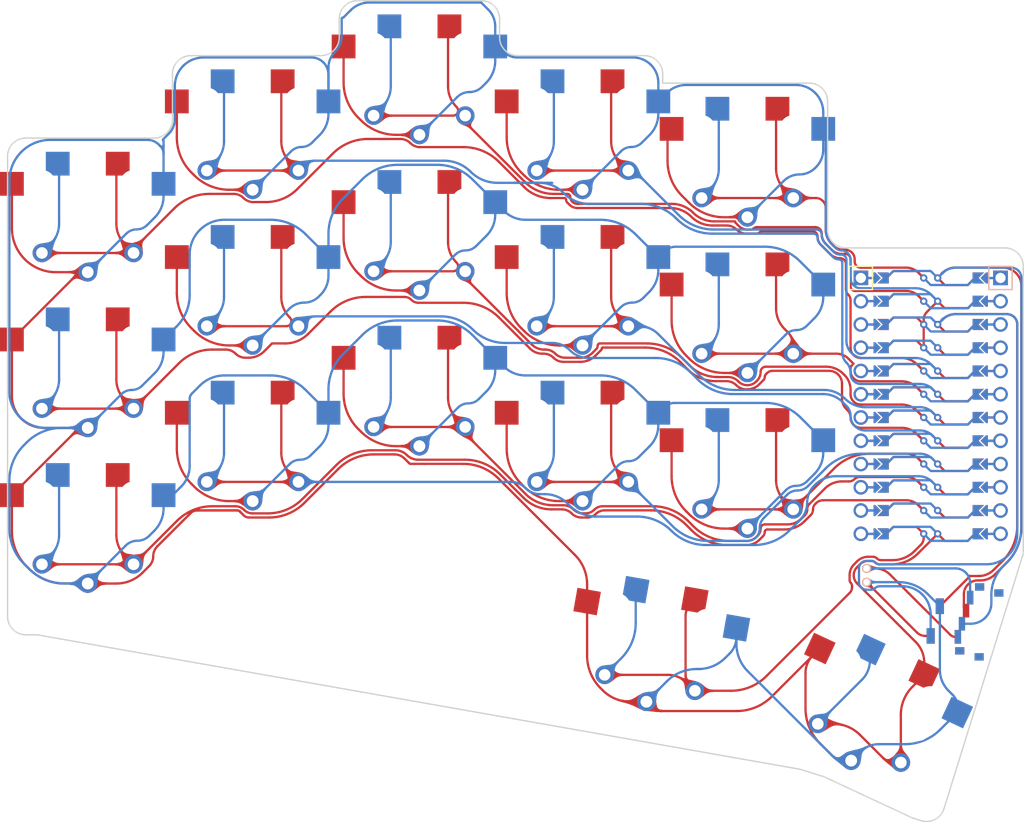
<source format=kicad_pcb>
(kicad_pcb (version 20211014) (generator pcbnew)
  (title_block (title "lazy_ferris") (rev "v1.0.0") (company "Unknown"))
  (layers (0 "F.Cu" signal) (31 "B.Cu" signal) (34 "B.Paste" user) (35 "F.Paste" user) (36 "B.SilkS" user "B.Silkscreen") (37 "F.SilkS" user "F.Silkscreen") (38 "B.Mask" user) (39 "F.Mask" user) (44 "Edge.Cuts" user))
  (net 0 "")
  (net 1 "P8")
  (net 2 "GND")
  (net 3 "P5")
  (net 4 "P2")
  (net 5 "P14")
  (net 6 "P18")
  (net 7 "P20")
  (net 8 "P7")
  (net 9 "P4")
  (net 10 "P0")
  (net 11 "P15")
  (net 12 "P19")
  (net 13 "P21")
  (net 14 "P6")
  (net 15 "P3")
  (net 16 "P1")
  (net 17 "P9")
  (net 18 "P10")
  (net 19 "RAW")
  (net 20 "RST")
  (net 21 "VCC")
  (net 22 "P16")
  (net 23 "pos")
  (footprint "lib:bat" (layer "F.Cu") (at 103 5)
    (fp_text reference "")
    (fp_text value "")
  )
  (footprint "Button_Switch_SMD:SW_SPDT_PCM12" (layer "F.Cu") (at 115 10 72.75)
    (fp_text reference "")
    (fp_text value "")
  )
  (footprint "PG1350" (layer "F.Cu") (at 54.2 -49)
    (fp_text reference "S17" hide)
    (fp_text value "" hide)
  )
  (footprint "PG1350" (layer "F.Cu") (at 54.2 -32)
    (fp_text reference "S15" hide)
    (fp_text value "" hide)
  )
  (footprint "PG1350" (layer "F.Cu") (at 72 -43)
    (fp_text reference "S23" hide)
    (fp_text value "" hide)
  )
  (footprint "PG1350" (layer "F.Cu") (at 90 -6)
    (fp_text reference "S25" hide)
    (fp_text value "" hide)
  )
  (footprint "PG1350" (layer "F.Cu") (at 18 -17 180)
    (fp_text reference "S4" hide)
    (fp_text value "" hide)
  )
  (footprint "PG1350" (layer "F.Cu") (at 80 13 170)
    (fp_text reference "S32" hide)
    (fp_text value "" hide)
  )
  (footprint "PG1350" (layer "F.Cu") (at 80 13 -10)
    (fp_text reference "S31" hide)
    (fp_text value "" hide)
  )
  (footprint "PG1350" (layer "F.Cu") (at 18 -34 180)
    (fp_text reference "S6" hide)
    (fp_text value "" hide)
  )
  (footprint "PG1350" (layer "F.Cu") (at 103.816891 19.893564 155)
    (fp_text reference "S34" hide)
    (fp_text value "" hide)
  )
  (footprint "PG1350" (layer "F.Cu") (at 90 -23 180)
    (fp_text reference "S28" hide)
    (fp_text value "" hide)
  )
  (footprint "PG1350" (layer "F.Cu") (at 18 -17)
    (fp_text reference "S3" hide)
    (fp_text value "" hide)
  )
  (footprint "PG1350" (layer "F.Cu") (at 103.816891 19.893564 -25)
    (fp_text reference "S33" hide)
    (fp_text value "" hide)
  )
  (footprint "PG1350" (layer "F.Cu") (at 36 -26)
    (fp_text reference "S9" hide)
    (fp_text value "" hide)
  )
  (footprint "PG1350" (layer "F.Cu") (at 18 -34)
    (fp_text reference "S5" hide)
    (fp_text value "" hide)
  )
  (footprint "PG1350" (layer "F.Cu") (at 36 -43)
    (fp_text reference "S11" hide)
    (fp_text value "" hide)
  )
  (footprint "PG1350" (layer "F.Cu") (at 90 -40 180)
    (fp_text reference "S30" hide)
    (fp_text value "" hide)
  )
  (footprint "PG1350" (layer "F.Cu") (at 72 -9)
    (fp_text reference "S19" hide)
    (fp_text value "" hide)
  )
  (footprint "PG1350" (layer "F.Cu") (at 72 -26)
    (fp_text reference "S21" hide)
    (fp_text value "" hide)
  )
  (footprint "PG1350" (layer "F.Cu") (at 54.2 -49 180)
    (fp_text reference "S18" hide)
    (fp_text value "" hide)
  )
  (footprint "PG1350" (layer "F.Cu") (at 54.2 -15 180)
    (fp_text reference "S14" hide)
    (fp_text value "" hide)
  )
  (footprint "PG1350" (layer "F.Cu") (at 36 -43 180)
    (fp_text reference "S12" hide)
    (fp_text value "" hide)
  )
  (footprint "PG1350" (layer "F.Cu") (at 90 -6 180)
    (fp_text reference "S26" hide)
    (fp_text value "" hide)
  )
  (footprint "PG1350" (layer "F.Cu") (at 72 -26 180)
    (fp_text reference "S22" hide)
    (fp_text value "" hide)
  )
  (footprint "PG1350" (layer "F.Cu") (at 72 -9 180)
    (fp_text reference "S20" hide)
    (fp_text value "" hide)
  )
  (footprint "ProMicro" (layer "F.Cu") (at 110 -13.5 -90)
    (fp_text reference "MCU1" hide)
    (fp_text value "")
  )
  (footprint "PG1350" (layer "F.Cu") (at 90 -23)
    (fp_text reference "S27" hide)
    (fp_text value "" hide)
  )
  (footprint "PG1350" (layer "F.Cu") (at 36 -9 180)
    (fp_text reference "S8" hide)
    (fp_text value "" hide)
  )
  (footprint "PG1350" (layer "F.Cu") (at 36 -26 180)
    (fp_text reference "S10" hide)
    (fp_text value "" hide)
  )
  (footprint "PG1350" (layer "F.Cu") (at 36 -9)
    (fp_text reference "S7" hide)
    (fp_text value "" hide)
  )
  (footprint "PG1350" (layer "F.Cu") (at 18 0)
    (fp_text reference "S1" hide)
    (fp_text value "" hide)
  )
  (footprint "PG1350" (layer "F.Cu") (at 90 -40)
    (fp_text reference "S29" hide)
    (fp_text value "" hide)
  )
  (footprint "PG1350" (layer "F.Cu") (at 54.2 -15)
    (fp_text reference "S13" hide)
    (fp_text value "" hide)
  )
  (footprint "PG1350" (layer "F.Cu") (at 18 0 180)
    (fp_text reference "S2" hide)
    (fp_text value "" hide)
  )
  (footprint "PG1350" (layer "F.Cu") (at 54.2 -32 180)
    (fp_text reference "S16" hide)
    (fp_text value "" hide)
  )
  (footprint "PG1350" (layer "F.Cu") (at 72 -43 180)
    (fp_text reference "S24" hide)
    (fp_text value "" hide)
  )
  (footprint "Button_Switch_SMD:SW_SPST_B3U-1000P" (layer "F.Cu") (at 110.5 10 72.75)
    (fp_text reference "")
    (fp_text value "")
  )
  (gr_line (start 108.05178 31.516078) (end 108.95502 31.796542) (layer "Edge.Cuts") (width 0.15))
  (gr_arc (start 60.95 -57.75) (mid 62.364214 -57.164214) (end 62.95 -55.75) (layer "Edge.Cuts") (width 0.15))
  (gr_line (start 108 31.5) (end 108.008105 31.502517) (layer "Edge.Cuts") (width 0.15))
  (gr_line (start 64.95 -51.75) (end 78.75 -51.75) (layer "Edge.Cuts") (width 0.15))
  (gr_arc (start 27.25 -44.75) (mid 26.664214 -43.335786) (end 25.25 -42.75) (layer "Edge.Cuts") (width 0.15))
  (gr_line (start 80.75 -48.75) (end 96.75 -48.75) (layer "Edge.Cuts") (width 0.15))
  (gr_line (start 80.75 -48.75) (end 80.75 -49.75) (layer "Edge.Cuts") (width 0.15))
  (gr_line (start 27.25 -49.75) (end 27.25 -44.75) (layer "Edge.Cuts") (width 0.15))
  (gr_line (start 29.25 -51.75) (end 43.45 -51.75) (layer "Edge.Cuts") (width 0.15))
  (gr_line (start 108.008105 31.502517) (end 108.049174 31.521667) (layer "Edge.Cuts") (width 0.15))
  (gr_arc (start 118.1 -30.75) (mid 119.514214 -30.164214) (end 120.1 -28.75) (layer "Edge.Cuts") (width 0.15))
  (gr_arc (start 64.95 -51.75) (mid 63.535786 -52.335786) (end 62.95 -53.75) (layer "Edge.Cuts") (width 0.15))
  (gr_arc (start 78.75 -51.75) (mid 80.164214 -51.164214) (end 80.75 -49.75) (layer "Edge.Cuts") (width 0.15))
  (gr_arc (start 95.641789 26.166192) (mid 95.769864 26.193123) (end 95.895904 26.228374) (layer "Edge.Cuts") (width 0.15))
  (gr_line (start 62.95 -53.75) (end 62.95 -55.75) (layer "Edge.Cuts") (width 0.15))
  (gr_arc (start 11.25 11.5) (mid 9.835786 10.914214) (end 9.25 9.5) (layer "Edge.Cuts") (width 0.15))
  (gr_arc (start 100.75 -30.75) (mid 99.335786 -31.335786) (end 98.75 -32.75) (layer "Edge.Cuts") (width 0.15))
  (gr_line (start 12.637999 11.530384) (end 95.641789 26.166192) (layer "Edge.Cuts") (width 0.15))
  (gr_line (start 120.1 2.75) (end 120.068408 2.75) (layer "Edge.Cuts") (width 0.15))
  (gr_line (start 95.895904 26.228374) (end 98.246694 26.969575) (layer "Edge.Cuts") (width 0.15))
  (gr_arc (start 98.246694 26.969576) (mid 98.370158 27.012994) (end 98.490519 27.064394) (layer "Edge.Cuts") (width 0.15))
  (gr_line (start 9.25 9.5) (end 9.25 -40.75) (layer "Edge.Cuts") (width 0.15))
  (gr_line (start 100.75 -30.75) (end 118.1 -30.75) (layer "Edge.Cuts") (width 0.15))
  (gr_arc (start 45.45 -53.75) (mid 44.864214 -52.335786) (end 43.45 -51.75) (layer "Edge.Cuts") (width 0.15))
  (gr_line (start 111.458143 30.479585) (end 120.068408 2.75) (layer "Edge.Cuts") (width 0.15))
  (gr_arc (start 12.290703 11.500001) (mid 12.465014 11.507612) (end 12.637999 11.530385) (layer "Edge.Cuts") (width 0.15))
  (gr_arc (start 9.25 -40.75) (mid 9.835786 -42.164214) (end 11.25 -42.75) (layer "Edge.Cuts") (width 0.15))
  (gr_line (start 60.95 -57.75) (end 47.45 -57.75) (layer "Edge.Cuts") (width 0.15))
  (gr_arc (start 111.458143 30.479585) (mid 110.479332 31.656477) (end 108.95502 31.796542) (layer "Edge.Cuts") (width 0.15))
  (gr_line (start 108.000343 31.498897) (end 108 31.5) (layer "Edge.Cuts") (width 0.15))
  (gr_line (start 11.25 -42.75) (end 25.25 -42.75) (layer "Edge.Cuts") (width 0.15))
  (gr_line (start 12.290703 11.5) (end 11.25 11.5) (layer "Edge.Cuts") (width 0.15))
  (gr_arc (start 96.75 -48.75) (mid 98.164214 -48.164214) (end 98.75 -46.75) (layer "Edge.Cuts") (width 0.15))
  (gr_line (start 98.490519 27.064394) (end 108.000343 31.498897) (layer "Edge.Cuts") (width 0.15))
  (gr_line (start 120.131984 2.545251) (end 120.1 2.53532) (layer "Edge.Cuts") (width 0.15))
  (gr_line (start 120.1 2.648257) (end 120.1 2.75) (layer "Edge.Cuts") (width 0.15))
  (gr_line (start 45.45 -55.75) (end 45.45 -53.75) (layer "Edge.Cuts") (width 0.15))
  (gr_line (start 120.1 2.648257) (end 120.131984 2.545251) (layer "Edge.Cuts") (width 0.15))
  (gr_line (start 98.75 -32.75) (end 98.75 -46.75) (layer "Edge.Cuts") (width 0.15))
  (gr_line (start 120.1 2.53532) (end 120.1 -28.75) (layer "Edge.Cuts") (width 0.15))
  (gr_arc (start 27.25 -49.75) (mid 27.835786 -51.164214) (end 29.25 -51.75) (layer "Edge.Cuts") (width 0.15))
  (gr_arc (start 45.45 -55.75) (mid 46.035786 -57.164214) (end 47.45 -57.75) (layer "Edge.Cuts") (width 0.15))
  (gr_line (start 108.049174 31.521667) (end 108.05178 31.516078) (layer "Edge.Cuts") (width 0.15))
  (segment (start 21.124999 0.599173) (end 21.124999 -5.693932) (width 0.25) (layer "F.Cu") (net 1))
  (segment (start 65.580442 -3.450304) (end 63.004539 -6.026207) (width 0.25) (layer "F.Cu") (net 1))
  (segment (start 74.398646 -2.09) (end 79.476036 -2.09) (width 0.25) (layer "F.Cu") (net 1))
  (segment (start 97.409703 -2.793307) (end 97.483896 -2.8675) (width 0.25) (layer "F.Cu") (net 1))
  (segment (start 49.003963 -8.65) (end 51.58168 -8.65) (width 0.25) (layer "F.Cu") (net 1))
  (segment (start 23 3.8) (end 13 3.8) (width 0.25) (layer "F.Cu") (net 1))
  (segment (start 107.317504 -3.195) (end 98.27455 -3.195) (width 0.25) (layer "F.Cu") (net 1))
  (segment (start 87.764963 1.691) (end 89.929997 1.691) (width 0.25) (layer "F.Cu") (net 1))
  (segment (start 94.04342 0) (end 92.161428 0) (width 0.25) (layer "F.Cu") (net 1))
  (segment (start 22.062499 2.862499) (end 23 3.8) (width 0.25) (layer "F.Cu") (net 1))
  (segment (start 108.6755 -2.6325) (end 109.238 -2.07) (width 0.25) (layer "F.Cu") (net 1))
  (segment (start 91.315928 1.116928) (end 91.698071 0.734785) (width 0.25) (layer "F.Cu") (net 1))
  (segment (start 41.419747 -3.319747) (end 45.156207 -7.056207) (width 0.25) (layer "F.Cu") (net 1))
  (segment (start 21.199999 -5.874999) (end 21.275 -5.95) (width 0.25) (layer "F.Cu") (net 1))
  (segment (start 68.598945 -2.2) (end 69.73711 -2.2) (width 0.25) (layer "F.Cu") (net 1))
  (segment (start 96.244626 -0.911769) (end 96.903088 -1.570231) (width 0.25) (layer "F.Cu") (net 1))
  (segment (start 35.996789 -1.759) (end 37.651769 -1.759) (width 0.25) (layer "F.Cu") (net 1))
  (segment (start 34.111288 -2.54) (end 31.593963 -2.54) (width 0.25) (layer "F.Cu") (net 1))
  (segment (start 27.746207 -0.946207) (end 23 3.8) (width 0.25) (layer "F.Cu") (net 1))
  (segment (start 83.917206 0.097207) (end 83.323792 -0.496207) (width 0.25) (layer "F.Cu") (net 1))
  (segment (start 54.068319 -7.62) (end 59.156783 -7.62) (width 0.25) (layer "F.Cu") (net 1))
  (segment (start 71.888175 -1.309) (end 72.513145 -1.309) (width 0.25) (layer "F.Cu") (net 1))
  (arc (start 49.003963 -8.65) (mid 46.921572 -8.235786) (end 45.156207 -7.056207) (width 0.25) (layer "F.Cu") (net 1))
  (arc (start 52.825 -8.135) (mid 52.254559 -8.516155) (end 51.58168 -8.65) (width 0.25) (layer "F.Cu") (net 1))
  (arc (start 52.825 -8.135) (mid 53.395439 -7.753844) (end 54.068319 -7.62) (width 0.25) (layer "F.Cu") (net 1))
  (arc (start 41.419747 -3.319747) (mid 39.690984 -2.164624) (end 37.651769 -1.759) (width 0.25) (layer "F.Cu") (net 1))
  (arc (start 21.199999 -5.874999) (mid 21.14449 -5.791924) (end 21.124999 -5.693932) (width 0.25) (layer "F.Cu") (net 1))
  (arc (start 70.812643 -1.7545) (mid 70.319184 -2.084218) (end 69.73711 -2.2) (width 0.25) (layer "F.Cu") (net 1))
  (arc (start 98.27455 -3.195) (mid 97.846651 -3.109885) (end 97.483896 -2.8675) (width 0.25) (layer "F.Cu") (net 1))
  (arc (start 97.156396 -2.181769) (mid 97.090563 -1.850807) (end 96.903088 -1.570231) (width 0.25) (layer "F.Cu") (net 1))
  (arc (start 21.124999 0.599173) (mid 21.368647 1.824076) (end 22.062499 2.862499) (width 0.25) (layer "F.Cu") (net 1))
  (arc (start 83.917206 0.097207) (mid 85.682572 1.276786) (end 87.764963 1.691) (width 0.25) (layer "F.Cu") (net 1))
  (arc (start 35.054039 -2.1495) (mid 34.621501 -2.438512) (end 34.111288 -2.54) (width 0.25) (layer "F.Cu") (net 1))
  (arc (start 83.323792 -0.496207) (mid 81.558426 -1.675786) (end 79.476036 -2.09) (width 0.25) (layer "F.Cu") (net 1))
  (arc (start 91.315928 1.116928) (mid 90.680057 1.541803) (end 89.929997 1.691) (width 0.25) (layer "F.Cu") (net 1))
  (arc (start 74.398646 -2.09) (mid 73.888433 -1.988512) (end 73.455896 -1.6995) (width 0.25) (layer "F.Cu") (net 1))
  (arc (start 70.812643 -1.7545) (mid 71.306101 -1.424781) (end 71.888175 -1.309) (width 0.25) (layer "F.Cu") (net 1))
  (arc (start 96.244626 -0.911769) (mid 95.234704 -0.236961) (end 94.04342 0) (width 0.25) (layer "F.Cu") (net 1))
  (arc (start 108.6755 -2.6325) (mid 108.052446 -3.048811) (end 107.317504 -3.195) (width 0.25) (layer "F.Cu") (net 1))
  (arc (start 63.004539 -6.026207) (mid 61.239173 -7.205786) (end 59.156783 -7.62) (width 0.25) (layer "F.Cu") (net 1))
  (arc (start 35.054039 -2.1495) (mid 35.486576 -1.860487) (end 35.996789 -1.759) (width 0.25) (layer "F.Cu") (net 1))
  (arc (start 97.409703 -2.793307) (mid 97.222228 -2.512731) (end 97.156396 -2.181769) (width 0.25) (layer "F.Cu") (net 1))
  (arc (start 91.89 0.271428) (mid 91.840119 0.522195) (end 91.698071 0.734785) (width 0.25) (layer "F.Cu") (net 1))
  (arc (start 31.593963 -2.54) (mid 29.511572 -2.125786) (end 27.746207 -0.946207) (width 0.25) (layer "F.Cu") (net 1))
  (arc (start 65.580442 -3.450304) (mid 66.965343 -2.524943) (end 68.598945 -2.2) (width 0.25) (layer "F.Cu") (net 1))
  (arc (start 73.455896 -1.6995) (mid 73.023358 -1.410487) (end 72.513145 -1.309) (width 0.25) (layer "F.Cu") (net 1))
  (arc (start 92.161428 0) (mid 91.969499 0.079499) (end 91.89 0.271428) (width 0.25) (layer "F.Cu") (net 1))
  (segment (start 13.9375 2.862499) (end 13 3.8) (width 0.25) (layer "B.Cu") (net 1))
  (segment (start 14.875001 0.599173) (end 14.875001 -5.693932) (width 0.25) (layer "B.Cu") (net 1))
  (segment (start 14.8 -5.874999) (end 14.725 -5.95) (width 0.25) (layer "B.Cu") (net 1))
  (arc (start 14.8 -5.874999) (mid 14.855508 -5.791924) (end 14.875001 -5.693932) (width 0.25) (layer "B.Cu") (net 1))
  (arc (start 14.875001 0.599173) (mid 14.631352 1.824076) (end 13.9375 2.862499) (width 0.25) (layer "B.Cu") (net 1))
  (segment (start 63.725 -8.832502) (end 63.725 -12.75) (width 0.25) (layer "F.Cu") (net 2))
  (segment (start 52.572703 -7.750901) (end 52.955901 -7.367703) (width 0.25) (layer "F.Cu") (net 2))
  (segment (start 51.657502 -43.1) (end 54.2 -43.1) (width 0.25) (layer "F.Cu") (net 2))
  (segment (start 11.318792 4.015253) (end 11.609746 4.306207) (width 0.25) (layer "F.Cu") (net 2))
  (segment (start 14.530505 -28.1) (end 17.5375 -28.1) (width 0.25) (layer "F.Cu") (net 2))
  (segment (start 51.657502 -9.1) (end 54.2 -9.1) (width 0.25) (layer "F.Cu") (net 2))
  (segment (start 41.639188 -2.902792) (end 45.342603 -6.606207) (width 0.25) (layer "F.Cu") (net 2))
  (segment (start 109.238 -22.39) (end 109.238 -19.85) (width 0.25) (layer "F.Cu") (net 2))
  (segment (start 69.457502 -37.1) (end 72 -37.1) (width 0.25) (layer "F.Cu") (net 2))
  (segment (start 47.518792 -27.984745) (end 47.809746 -27.693792) (width 0.25) (layer "F.Cu") (net 2))
  (segment (start 45.925 -48.832502) (end 45.925 -52.75) (width 0.25) (layer "F.Cu") (net 2))
  (segment (start 65.318792 -38.984745) (end 65.609746 -38.693792) (width 0.25) (layer "F.Cu") (net 2))
  (segment (start 72.501897 13.767441) (end 72.501897 7.870032) (width 0.25) (layer "F.Cu") (net 2))
  (segment (start 16.747963 -27.772963) (end 9.725 -20.75) (width 0.25) (layer "F.Cu") (net 2))
  (segment (start 29.928172 -2.09) (end 34.29582 -2.09) (width 0.25) (layer "F.Cu") (net 2))
  (segment (start 97.932195 23.373695) (end 99.260407 24.701907) (width 0.25) (layer "F.Cu") (net 2))
  (segment (start 29.318792 -4.984745) (end 29.609746 -4.693792) (width 0.25) (layer "F.Cu") (net 2))
  (segment (start 9.725 0.167497) (end 9.725 -3.75) (width 0.25) (layer "F.Cu") (net 2))
  (segment (start 21.133532 5.9) (end 18 5.9) (width 0.25) (layer "F.Cu") (net 2))
  (segment (start 72.501897 5.988789) (end 72.501897 7.870032) (width 0.25) (layer "F.Cu") (net 2))
  (segment (start 52.955901 -7.367703) (end 53.087703 -7.235901) (width 0.25) (layer "F.Cu") (net 2))
  (segment (start 108.476725 11.226725) (end 103 5.75) (width 0.25) (layer "F.Cu") (net 2))
  (segment (start 27.725 -25.832502) (end 27.725 -29.75) (width 0.25) (layer "F.Cu") (net 2))
  (segment (start 109.59721 -23.76521) (end 110.762 -24.93) (width 0.25) (layer "F.Cu") (net 2))
  (segment (start 69.457502 -3.1) (end 72 -3.1) (width 0.25) (layer "F.Cu") (net 2))
  (segment (start 58.970387 -7.17) (end 54.723198 -7.17) (width 0.25) (layer "F.Cu") (net 2))
  (segment (start 9.725 -20.75) (end 9.725 -14.573962) (width 0.25) (layer "F.Cu") (net 2))
  (segment (start 87.457502 -34.1) (end 90 -34.1) (width 0.25) (layer "F.Cu") (net 2))
  (segment (start 29.318792 -21.984745) (end 29.609746 -21.693792) (width 0.25) (layer "F.Cu") (net 2))
  (segment (start 81.5025 -43.5275) (end 81.725 -43.75) (width 0.25) (layer "F.Cu") (net 2))
  (segment (start 54.723198 -7.17) (end 53.676802 -7.17) (width 0.25) (layer "F.Cu") (net 2))
  (segment (start 53.246802 -7.17) (end 53.676802 -7.17) (width 0.25) (layer "F.Cu") (net 2))
  (segment (start 15.457502 5.9) (end 18 5.9) (width 0.25) (layer "F.Cu") (net 2))
  (segment (start 45.925 -31.832502) (end 45.925 -35.75) (width 0.25) (layer "F.Cu") (net 2))
  (segment (start 109.238 -22.898) (end 109.238 -22.39) (width 0.25) (layer "F.Cu") (net 2))
  (segment (start 9.725 -32.905505) (end 9.725 -37.75) (width 0.25) (layer "F.Cu") (net 2))
  (segment (start 88.819428 19.826365) (end 80.709894 19.826365) (width 0.25) (layer "F.Cu") (net 2))
  (segment (start 33.457502 -37.1) (end 36 -37.1) (width 0.25) (layer "F.Cu") (net 2))
  (segment (start 34.605357 -1.961785) (end 34.635357 -1.931786) (width 0.25) (layer "F.Cu") (net 2))
  (segment (start 81.28 -40.277502) (end 81.28 -42.990337) (width 0.25) (layer "F.Cu") (net 2))
  (segment (start 65.318792 -4.984745) (end 65.609746 -4.693792) (width 0.25) (layer "F.Cu") (net 2))
  (segment (start 27.725 -42.832502) (end 27.725 -46.75) (width 0.25) (layer "F.Cu") (net 2))
  (segment (start 34.951785 -1.615358) (end 35.025857 -1.541286) (width 0.25) (layer "F.Cu") (net 2))
  (segment (start 23.972328 4.724131) (end 24.702696 3.993764) (width 0.25) (layer "F.Cu") (net 2))
  (segment (start 81.725 -22.832502) (end 81.725 -26.75) (width 0.25) (layer "F.Cu") (net 2))
  (segment (start 92.667184 18.232572) (end 97.120208 13.779549) (width 0.25) (layer "F.Cu") (net 2))
  (segment (start 34.635357 -1.931786) (end 34.951785 -1.615358) (width 0.25) (layer "F.Cu") (net 2))
  (segment (start 74.211642 17.566034) (end 73.978935 17.333327) (width 0.25) (layer "F.Cu") (net 2))
  (segment (start 77.215725 18.810366) (end 78.257056 18.810366) (width 0.25) (layer "F.Cu") (net 2))
  (segment (start 83.609745 -1.693792) (end 83.318792 -1.984746) (width 0.25) (layer "F.Cu") (net 2))
  (segment (start 47.518792 -10.984745) (end 47.809746 -10.693792) (width 0.25) (layer "F.Cu") (net 2))
  (segment (start 87.457502 -0.1) (end 90 -0.1) (width 0.25) (layer "F.Cu") (net 2))
  (segment (start 33.457502 -20.1) (end 36 -20.1) (width 0.25) (layer "F.Cu") (net 2))
  (segment (start 29.318792 -38.984745) (end 29.609746 -38.693792) (width 0.25) (layer "F.Cu") (net 2))
  (segment (start 9.725 -3.75) (end 16.747963 -10.772963) (width 0.25) (layer "F.Cu") (net 2))
  (segment (start 34.605357 -1.961785) (end 34.733572 -1.833571) (width 0.25) (layer "F.Cu") (net 2))
  (segment (start 109.434706 11.623534) (end 109.995879 11.623534) (width 0.25) (layer "F.Cu") (net 2))
  (segment (start 33.457502 -3.1) (end 36 -3.1) (width 0.25) (layer "F.Cu") (net 2))
  (segment (start 34.29582 -2.09) (end 30.956802 -2.09) (width 0.25) (layer "F.Cu") (net 2))
  (segment (start 65.318792 -21.984745) (end 65.609746 -21.693792) (width 0.25) (layer "F.Cu") (net 2))
  (segment (start 29.928172 -2.09) (end 30.003198 -2.09) (width 0.25) (layer "F.Cu") (net 2))
  (segment (start 27.725 -8.832502) (end 27.725 -12.75) (width 0.25) (layer "F.Cu") (net 2))
  (segment (start 13.198962 -11.1) (end 17.5375 -11.1) (width 0.25) (layer "F.Cu") (net 2))
  (segment (start 82.873792 -36.429745) (end 83.609746 -35.693792) (width 0.25) (layer "F.Cu") (net 2))
  (segment (start 30.956802 -2.09) (end 30.003198 -2.09) (width 0.25) (layer "F.Cu") (net 2))
  (segment (start 45.925 -14.832502) (end 45.925 -18.75) (width 0.25) (layer "F.Cu") (net 2))
  (segment (start 51.488482 -8.2) (end 49.190359 -8.2) (width 0.25) (layer "F.Cu") (net 2))
  (segment (start 63.725 -25.832502) (end 63.725 -29.75) (width 0.25) (layer "F.Cu") (net 2))
  (segment (start 29.242296 -1.805901) (end 25.593697 1.842697) (width 0.25) (layer "F.Cu") (net 2))
  (segment (start 63.725 -42.832502) (end 63.725 -46.75) (width 0.25) (layer "F.Cu") (net 2))
  (segment (start 83.609745 -18.693792) (end 83.318792 -18.984746) (width 0.25) (layer "F.Cu") (net 2))
  (segment (start 81.725 -5.832502) (end 81.725 -9.75) (width 0.25) (layer "F.Cu") (net 2))
  (segment (start 62.818143 -5.576207) (end 71.171657 2.777306) (width 0.25) (layer "F.Cu") (net 2))
  (segment (start 96.338403 15.666993) (end 96.338403 19.525939) (width 0.25) (layer "F.Cu") (net 2))
  (segment (start 37.791432 -1.309) (end 35.586645 -1.309) (width 0.25) (layer "F.Cu") (net 2))
  (segment (start 87.457502 -17.1) (end 90 -17.1) (width 0.25) (layer "F.Cu") (net 2))
  (segment (start 100.561361 25.24078) (end 101.323443 25.24078) (width 0.25) (layer "F.Cu") (net 2))
  (segment (start 51.657502 -26.1) (end 54.2 -26.1) (width 0.25) (layer "F.Cu") (net 2))
  (segment (start 47.518792 -44.984745) (end 47.809746 -44.693792) (width 0.25) (layer "F.Cu") (net 2))
  (segment (start 69.457502 -20.1) (end 72 -20.1) (width 0.25) (layer "F.Cu") (net 2))
  (segment (start 29.242297 -1.805901) (end 28.958198 -1.521802) (width 0.25) (layer "F.Cu") (net 2))
  (arc (start 53.087703 -7.235901) (mid 53.160698 -7.187127) (end 53.246802 -7.17) (width 0.25) (layer "F.Cu") (net 2))
  (arc (start 27.725 -42.832502) (mid 28.139213 -40.750111) (end 29.318792 -38.984745) (width 0.25) (layer "F.Cu") (net 2))
  (arc (start 108.476725 11.226725) (mid 108.91625 11.520406) (end 109.434706 11.623534) (width 0.25) (layer "F.Cu") (net 2))
  (arc (start 97.120208 13.779549) (mid 97.120208 13.779549) (end 97.120208 13.779549) (width 0.25) (layer "F.Cu") (net 2))
  (arc (start 29.242296 -1.805901) (mid 29.556978 -2.016165) (end 29.928172 -2.09) (width 0.25) (layer "F.Cu") (net 2))
  (arc (start 79.483475 19.318365) (mid 80.046161 19.69434) (end 80.709894 19.826365) (width 0.25) (layer "F.Cu") (net 2))
  (arc (start 29.609746 -38.693792) (mid 31.375111 -37.514213) (end 33.457502 -37.1) (width 0.25) (layer "F.Cu") (net 2))
  (arc (start 25.593697 1.842697) (mid 25.263978 2.336156) (end 25.148197 2.918231) (width 0.25) (layer "F.Cu") (net 2))
  (arc (start 83.609745 -18.693792) (mid 85.375111 -17.514213) (end 87.457502 -17.1) (width 0.25) (layer "F.Cu") (net 2))
  (arc (start 45.925 -48.832502) (mid 46.339213 -46.750111) (end 47.518792 -44.984745) (width 0.25) (layer "F.Cu") (net 2))
  (arc (start 63.725 -8.832502) (mid 64.139213 -6.750111) (end 65.318792 -4.984745) (width 0.25) (layer "F.Cu") (net 2))
  (arc (start 11.1325 -29.5075) (mid 12.691518 -28.465797) (end 14.530505 -28.1) (width 0.25) (layer "F.Cu") (net 2))
  (arc (start 65.609746 -4.693792) (mid 67.375111 -3.514213) (end 69.457502 -3.1) (width 0.25) (layer "F.Cu") (net 2))
  (arc (start 17.5375 -11.1) (mid 17.5375 -11.1) (end 17.5375 -11.1) (width 0.25) (layer "F.Cu") (net 2))
  (arc (start 9.725 -14.573962) (mid 9.989439 -13.244534) (end 10.7425 -12.1175) (width 0.25) (layer "F.Cu") (net 2))
  (arc (start 17.5375 -28.1) (mid 17.5375 -28.1) (end 17.5375 -28.1) (width 0.25) (layer "F.Cu") (net 2))
  (arc (start 81.725 -22.832502) (mid 82.139213 -20.750111) (end 83.318792 -18.984746) (width 0.25) (layer "F.Cu") (net 2))
  (arc (start 97.120208 13.779549) (mid 96.541587 14.645515) (end 96.338403 15.666993) (width 0.25) (layer "F.Cu") (net 2))
  (arc (start 41.639188 -2.902792) (mid 39.873822 -1.723213) (end 37.791432 -1.309) (width 0.25) (layer "F.Cu") (net 2))
  (arc (start 10.7425 -12.1175) (mid 11.869534 -11.364439) (end 13.198962 -11.1) (width 0.25) (layer "F.Cu") (net 2))
  (arc (start 99.260407 24.701907) (mid 99.857289 25.100731) (end 100.561361 25.24078) (width 0.25) (layer "F.Cu") (net 2))
  (arc (start 17.5375 -11.1) (mid 17.110205 -11.015005) (end 16.747963 -10.772963) (width 0.25) (layer "F.Cu") (net 2))
  (arc (start 45.925 -31.832502) (mid 46.339213 -29.750111) (end 47.518792 -27.984745) (width 0.25) (layer "F.Cu") (net 2))
  (arc (start 29.928172 -2.09) (mid 29.928172 -2.09) (end 29.928172 -2.09) (width 0.25) (layer "F.Cu") (net 2))
  (arc (start 29.928172 -2.09) (mid 29.556979 -2.016165) (end 29.242297 -1.805901) (width 0.25) (layer "F.Cu") (net 2))
  (arc (start 65.609746 -38.693792) (mid 67.375111 -37.514213) (end 69.457502 -37.1) (width 0.25) (layer "F.Cu") (net 2))
  (arc (start 96.338403 19.525939) (mid 96.752616 21.608329) (end 97.932195 23.373695) (width 0.25) (layer "F.Cu") (net 2))
  (arc (start 47.809746 -44.693792) (mid 49.575111 -43.514213) (end 51.657502 -43.1) (width 0.25) (layer "F.Cu") (net 2))
  (arc (start 47.809746 -27.693792) (mid 49.575111 -26.514213) (end 51.657502 -26.1) (width 0.25) (layer "F.Cu") (net 2))
  (arc (start 9.725 -32.905505) (mid 10.090797 -31.066518) (end 11.1325 -29.5075) (width 0.25) (layer "F.Cu") (net 2))
  (arc (start 81.5025 -43.5275) (mid 81.337825 -43.281047) (end 81.28 -42.990337) (width 0.25) (layer "F.Cu") (net 2))
  (arc (start 109.59721 -23.76521) (mid 109.331355 -23.36733) (end 109.238 -22.898) (width 0.25) (layer "F.Cu") (net 2))
  (arc (start 25.148197 2.918231) (mid 25.032415 3.500305) (end 24.702696 3.993764) (width 0.25) (layer "F.Cu") (net 2))
  (arc (start 72.501897 13.767441) (mid 72.885766 15.697284) (end 73.978935 17.333327) (width 0.25) (layer "F.Cu") (net 2))
  (arc (start 34.605357 -1.961785) (mid 34.605357 -1.961785) (end 34.605357 -1.961785) (width 0.25) (layer "F.Cu") (net 2))
  (arc (start 52.572703 -7.750901) (mid 52.075258 -8.083282) (end 51.488482 -8.2) (width 0.25) (layer "F.Cu") (net 2))
  (arc (start 29.609746 -21.693792) (mid 31.375111 -20.514213) (end 33.457502 -20.1) (width 0.25) (layer "F.Cu") (net 2))
  (arc (start 47.809746 -10.693792) (mid 49.575111 -9.514213) (end 51.657502 -9.1) (width 0.25) (layer "F.Cu") (net 2))
  (arc (start 74.211642 17.566034) (mid 75.589927 18.486974) (end 77.215725 18.810366) (width 0.25) (layer "F.Cu") (net 2))
  (arc (start 45.925 -14.832502) (mid 46.339213 -12.750111) (end 47.518792 -10.984745) (width 0.25) (layer "F.Cu") (net 2))
  (arc (start 23.972328 4.724131) (mid 22.669877 5.594401) (end 21.133532 5.9) (width 0.25) (layer "F.Cu") (net 2))
  (arc (start 81.725 -5.832502) (mid 82.139213 -3.750111) (end 83.318792 -1.984746) (width 0.25) (layer "F.Cu") (net 2))
  (arc (start 83.609745 -1.693792) (mid 85.375111 -0.514213) (end 87.457502 -0.1) (width 0.25) (layer "F.Cu") (net 2))
  (arc (start 9.725 0.167497) (mid 10.139213 2.249887) (end 11.318792 4.015253) (width 0.25) (layer "F.Cu") (net 2))
  (arc (start 63.725 -25.832502) (mid 64.139213 -23.750111) (end 65.318792 -21.984745) (width 0.25) (layer "F.Cu") (net 2))
  (arc (start 62.818143 -5.576207) (mid 61.052777 -6.755786) (end 58.970387 -7.17) (width 0.25) (layer "F.Cu") (net 2))
  (arc (start 34.605357 -1.961785) (mid 34.46334 -2.056678) (end 34.29582 -2.09) (width 0.25) (layer "F.Cu") (net 2))
  (arc (start 29.609746 -4.693792) (mid 31.375111 -3.514213) (end 33.457502 -3.1) (width 0.25) (layer "F.Cu") (net 2))
  (arc (start 34.29582 -2.09) (mid 34.46334 -2.056678) (end 34.605357 -1.961785) (width 0.25) (layer "F.Cu") (net 2))
  (arc (start 65.609746 -21.693792) (mid 67.375111 -20.514213) (end 69.457502 -20.1) (width 0.25) (layer "F.Cu") (net 2))
  (arc (start 71.171657 2.777306) (mid 72.156178 4.250747) (end 72.501897 5.988789) (width 0.25) (layer "F.Cu") (net 2))
  (arc (start 34.29582 -2.09) (mid 34.29582 -2.09) (end 34.29582 -2.09) (width 0.25) (layer "F.Cu") (net 2))
  (arc (start 27.725 -25.832502) (mid 28.139213 -23.750111) (end 29.318792 -21.984745) (width 0.25) (layer "F.Cu") (net 2))
  (arc (start 81.28 -40.277502) (mid 81.694213 -38.195111) (end 82.873792 -36.429745) (width 0.25) (layer "F.Cu") (net 2))
  (arc (start 49.190359 -8.2) (mid 47.107968 -7.785786) (end 45.342603 -6.606207) (width 0.25) (layer "F.Cu") (net 2))
  (arc (start 79.483475 19.318365) (mid 78.920789 18.94239) (end 78.257056 18.810366) (width 0.25) (layer "F.Cu") (net 2))
  (arc (start 29.242297 -1.805901) (mid 29.242296 -1.805901) (end 29.242296 -1.805901) (width 0.25) (layer "F.Cu") (net 2))
  (arc (start 63.725 -42.832502) (mid 64.139213 -40.750111) (end 65.318792 -38.984745) (width 0.25) (layer "F.Cu") (net 2))
  (arc (start 35.025857 -1.541286) (mid 35.283148 -1.369369) (end 35.586645 -1.309) (width 0.25) (layer "F.Cu") (net 2))
  (arc (start 27.725 -8.832502) (mid 28.139213 -6.750111) (end 29.318792 -4.984745) (width 0.25) (layer "F.Cu") (net 2))
  (arc (start 92.667184 18.232572) (mid 90.901818 19.412151) (end 88.819428 19.826365) (width 0.25) (layer "F.Cu") (net 2))
  (arc (start 17.5375 -28.1) (mid 17.110205 -28.015005) (end 16.747963 -27.772963) (width 0.25) (layer "F.Cu") (net 2))
  (arc (start 11.609746 4.306207) (mid 13.375111 5.485786) (end 15.457502 5.9) (width 0.25) (layer "F.Cu") (net 2))
  (arc (start 83.609746 -35.693792) (mid 85.375111 -34.514213) (end 87.457502 -34.1) (width 0.25) (layer "F.Cu") (net 2))
  (segment (start 80.275 -11.395657) (end 80.275 -11.989859) (width 0.25) (layer "B.Cu") (net 2))
  (segment (start 98.275 -45.554027) (end 98.275 -43.944454) (width 0.25) (layer "B.Cu") (net 2))
  (segment (start 32.923315 -16.825001) (end 37.946035 -16.825001) (width 0.25) (layer "B.Cu") (net 2))
  (segment (start 99.632462 -30.744843) (end 99.223653 -31.153653) (width 0.25) (layer "B.Cu") (net 2))
  (segment (start 61.039784 -48.339784) (end 61.474549 -48.774549) (width 0.25) (layer "B.Cu") (net 2))
  (segment (start 98.275 -43.555545) (end 98.275 -43.944454) (width 0.25) (layer "B.Cu") (net 2))
  (segment (start 88.073691 13.526307) (end 87.580232 14.019767) (width 0.25) (layer "B.Cu") (net 2))
  (segment (start 94.202569 -4.302569) (end 90 -0.1) (width 0.25) (layer "B.Cu") (net 2))
  (segment (start 79.279747 -25.939747) (end 78.623215 -25.283215) (width 0.25) (layer "B.Cu") (net 2))
  (segment (start 83.347792 -48.55) (end 95.279027 -48.55) (width 0.25) (layer "B.Cu") (net 2))
  (segment (start 44.275 -29.75) (end 44.275 -27.71186) (width 0.25) (layer "B.Cu") (net 2))
  (segment (start 81.175 -47.65) (end 80.275 -46.75) (width 0.25) (layer "B.Cu") (net 2))
  (segment (start 18 -11.1) (end 21.66847 -14.76847) (width 0.25) (layer "B.Cu") (net 2))
  (segment (start 44.275 -12.75) (end 41.793791 -15.231208) (width 0.25) (layer "B.Cu") (net 2))
  (segment (start 62.475 -54.932157) (end 62.475 -52.76825) (width 0.25) (layer "B.Cu") (net 2))
  (segment (start 22.143768 1.756231) (end 18 5.9) (width 0.25) (layer "B.Cu") (net 2))
  (segment (start 46.706887 -56.715) (end 45.925587 -55.9337) (width 0.25) (layer "B.Cu") (net 2))
  (segment (start 51.803964 -22.825001) (end 56.146035 -22.825001) (width 0.25) (layer "B.Cu") (net 2))
  (segment (start 104.390968 23.443865) (end 107.195653 23.443865) (width 0.25) (layer "B.Cu") (net 2))
  (segment (start 59.993791 -38.231208) (end 62.475 -35.75) (width 0.25) (layer "B.Cu") (net 2))
  (segment (start 26.228496 -42.605802) (end 26.845198 -43.222504) (width 0.25) (layer "B.Cu") (net 2))
  (segment (start 30.638354 -51.55) (end 42.405718 -51.55) (width 0.25) (layer "B.Cu") (net 2))
  (segment (start 76.164982 -24.264982) (end 72 -20.1) (width 0.25) (layer "B.Cu") (net 2))
  (segment (start 62.475 -52.731749) (end 62.475 -52.76825) (width 0.25) (layer "B.Cu") (net 2))
  (segment (start 80.275 -28.3425) (end 80.275 -28.949201) (width 0.25) (layer "B.Cu") (net 2))
  (segment (start 43.317334 -43.083648) (end 42.479314 -42.245628) (width 0.25) (layer "B.Cu") (net 2))
  (segment (start 29.124999 -14.242499) (end 29.124999 -13.527499) (width 0.25) (layer "B.Cu") (net 2))
  (segment (start 44.275 -46.75) (end 44.275 -49.680718) (width 0.25) (layer "B.Cu") (net 2))
  (segment (start 62.487905 -52.799406) (end 62.691364 -53.002865) (width 0.25) (layer "B.Cu") (net 2))
  (segment (start 80.275 -45.395657) (end 80.275 -46.75) (width 0.25) (layer "B.Cu") (net 2))
  (segment (start 65.761178 -16.825001) (end 73.946035 -16.825001) (width 0.25) (layer "B.Cu") (net 2))
  (segment (start 27.6096 -4.098602) (end 28.192998 -4.682) (width 0.25) (layer "B.Cu") (net 2))
  (segment (start 11.609746 4.306207) (end 11.043792 3.740253) (width 0.25) (layer "B.Cu") (net 2))
  (segment (start 24.704428 0.69557) (end 25.258534 0.141465) (width 0.25) (layer "B.Cu") (net 2))
  (segment (start 45.72 -53.919075) (end 45.72 -55.804056) (width 0.25) (layer "B.Cu") (net 2))
  (segment (start 62.475 -35.75) (end 62.475 -34.395657) (width 0.25) (layer "B.Cu") (net 2))
  (segment (start 77.793791 -15.231207) (end 79.737499 -13.2875) (width 0.25) (layer "B.Cu") (net 2))
  (segment (start 40.009418 -24.109418) (end 36 -20.1) (width 0.25) (layer "B.Cu") (net 2))
  (segment (start 32.923315 -33.825001) (end 37.946035 -33.825001) (width 0.25) (layer "B.Cu") (net 2))
  (segment (start 82.208298 -30.8825) (end 91.888536 -30.8825) (width 0.25) (layer "B.Cu") (net 2))
  (segment (start 26.275 -20.75) (end 26.275 -19.395657) (width 0.25) (layer "B.Cu") (net 2))
  (segment (start 94.202569 -21.302569) (end 90 -17.1) (width 0.25) (layer "B.Cu") (net 2))
  (segment (start 44.275 -46.75) (end 44.275 -50.430536) (width 0.25) (layer "B.Cu") (net 2))
  (segment (start 44.275 -45.395657) (end 44.275 -46.75) (width 0.25) (layer "B.Cu") (net 2))
  (segment (start 62.973641 -52.603664) (end 63.429904 -52.147401) (width 0.25) (layer "B.Cu") (net 2))
  (segment (start 23.945215 -15.711529) (end 25.317334 -17.083648) (width 0.25) (layer "B.Cu") (net 2))
  (segment (start 60.941926 -57.547533) (end 60.946859 -57.5426) (width 0.25) (layer "B.Cu") (net 2))
  (segment (start 47.956208 -38.231208) (end 45.868792 -36.143792) (width 0.25) (layer "B.Cu") (net 2))
  (segment (start 9.45 -15.043416) (end 9.45 -38.07738) (width 0.25) (layer "B.Cu") (net 2))
  (segment (start 101.862315 24.701906) (end 102.2219 24.342322) (width 0.25) (layer "B.Cu") (net 2))
  (segment (start 78.165215 -7.931529) (end 79.317334 -9.083648) (width 0.25) (layer "B.Cu") (net 2))
  (segment (start 26.275 -41.990645) (end 26.275 -42.400523) (width 0.25) (layer "B.Cu") (net 2))
  (segment (start 9.45 -5.366036) (end 9.45 -0.107502) (width 0.25) (layer "B.Cu") (net 2))
  (segment (start 44.275 -29.75) (end 41.793791 -32.231208) (width 0.25) (layer "B.Cu") (net 2))
  (segment (start 47.956208 -21.231208) (end 45.868792 -19.143792) (width 0.25) (layer "B.Cu") (net 2))
  (segment (start 30.2375 -15.7125) (end 29.377789 -14.852789) (width 0.25) (layer "B.Cu") (net 2))
  (segment (start 24.508144 -42.55) (end 13.922619 -42.55) (width 0.25) (layer "B.Cu") (net 2))
  (segment (start 42.325215 -8.091529) (end 43.317334 -9.083648) (width 0.25) (layer "B.Cu") (net 2))
  (segment (start 58.10847 -30.00847) (end 54.2 -26.1) (width 0.25) (layer "B.Cu") (net 2))
  (segment (start 84.63433 15.24) (end 84.452921 15.24) (width 0.25) (layer "B.Cu") (net 2))
  (segment (start 26.275 -41.039355) (end 26.275 -37.75) (width 0.25) (layer "B.Cu") (net 2))
  (segment (start 58.308413 -47.208413) (end 54.2 -43.1) (width 0.25) (layer "B.Cu") (net 2))
  (segment (start 22.202569 -32.302569) (end 18 -28.1) (width 0.25) (layer "B.Cu") (net 2))
  (segment (start 44.275 -12.75) (end 44.275 -11.395657) (width 0.25) (layer "B.Cu") (net 2))
  (segment (start 80.275 -48.789801) (end 80.275 -46.75) (width 0.25) (layer "B.Cu") (net 2))
  (segment (start 98.275 -8.395657) (end 98.275 -9.75) (width 0.25) (layer "B.Cu") (net 2))
  (segment (start 40.202569 -41.302569) (end 36 -37.1) (width 0.25) (layer "B.Cu") (net 2))
  (segment (start 95.793791 -12.231208) (end 98.275 -9.75) (width 0.25) (layer "B.Cu") (net 2))
  (segment (start 77.514801 -51.55) (end 64.872159 -51.55) (width 0.25) (layer "B.Cu") (net 2))
  (segment (start 62.475 -52.76825) (end 62.475 -52.731749) (width 0.25) (layer "B.Cu") (net 2))
  (segment (start 61.517334 -15.083648) (end 60.679314 -14.245628) (width 0.25) (layer "B.Cu") (net 2))
  (segment (start 29.124999 -6.932048) (end 29.124999 -13.527499) (width 0.25) (layer "B.Cu") (net 2))
  (segment (start 13.393416 -11.1) (end 18 -11.1) (width 0.25) (layer "B.Cu") (net 2))
  (segment (start 77.793791 -32.231208) (end 79.70875 -30.31625) (width 0.25) (layer "B.Cu") (net 2))
  (segment (start 26.275 -20.75) (end 27.699999 -22.174999) (width 0.25) (layer "B.Cu") (net 2))
  (segment (start 91.946035 -13.825001) (end 82.110141 -13.825001) (width 0.25) (layer "B.Cu") (net 2))
  (segment (start 29.124999 -30.026684) (end 29.124999 -25.615252) (width 0.25) (layer "B.Cu") (net 2))
  (segment (start 43.414549 -25.634549) (end 43.218779 -25.438779) (width 0.25) (layer "B.Cu") (net 2))
  (segment (start 96.479314 -5.245628) (end 97.317334 -6.083648) (width 0.25) (layer "B.Cu") (net 2))
  (segment (start 15.183963 -11.1) (end 18 -11.1) (width 0.25) (layer "B.Cu") (net 2))
  (segment (start 112.394272 18.050551) (end 111.952763 17.609042) (width 0.25) (layer "B.Cu") (net 2))
  (segment (start 61.709696 -56.779763) (end 60.946859 -57.5426) (width 0.25) (layer "B.Cu") (net 2))
  (segment (start 95.736292 -29.288707) (end 98.275 -26.75) (width 0.25) (layer "B.Cu") (net 2))
  (segment (start 56.146035 -39.825001) (end 51.803964 -39.825001) (width 0.25) (layer "B.Cu") (net 2))
  (segment (start 106.520463 5.75) (end 103 5.75) (width 0.25) (layer "B.Cu") (net 2))
  (segment (start 11.043792 -9.213792) (end 11.336207 -9.506207) (width 0.25) (layer "B.Cu") (net 2))
  (segment (start 62.475 -51.18985) (end 62.475 -52.731749) (width 0.25) (layer "B.Cu") (net 2))
  (segment (start 100.950697 -30.175697) (end 100.911239 -30.215156) (width 0.25) (layer "B.Cu") (net 2))
  (segment (start 96.479314 -22.245628) (end 97.317334 -23.083648) (width 0.25) (layer "B.Cu") (net 2))
  (segment (start 63.437499 -34.7875) (end 62.475 -35.75) (width 0.25) (layer "B.Cu") (net 2))
  (segment (start 26.275 -41.990645) (end 26.275 -41.039355) (width 0.25) (layer "B.Cu") (net 2))
  (segment (start 88.800465 11.771722) (end 88.800465 12.492937) (width 0.25) (layer "B.Cu") (net 2))
  (segment (start 112.394272 20.499209) (end 111.043409 21.850072) (width 0.25) (layer "B.Cu") (net 2))
  (segment (start 26.275 -36.395657) (end 26.275 -37.75) (width 0.25) (layer "B.Cu") (net 2))
  (segment (start 99.260407 24.701907) (end 90.037214 15.478714) (width 0.25) (layer "B.Cu") (net 2))
  (segment (start 97.394741 -39.484741) (end 97.479549 -39.569549) (width 0.25) (layer "B.Cu") (net 2))
  (segment (start 78.479314 -42.245628) (end 79.317334 -43.083648) (width 0.25) (layer "B.Cu") (net 2))
  (segment (start 111.004121 8.376466) (end 109.690888 7.063233) (width 0.25) (layer "B.Cu") (net 2))
  (segment (start 98.275 -26.75) (end 98.275 -25.395657) (width 0.25) (layer "B.Cu") (net 2))
  (segment (start 62.475 -17.395657) (end 62.475 -18.75) (width 0.25) (layer "B.Cu") (net 2))
  (segment (start 111.004121 8.376466) (end 111.004121 15.318816) (width 0.25) (layer "B.Cu") (net 2))
  (segment (start 75.88847 -6.98847) (end 72 -3.1) (width 0.25) (layer "B.Cu") (net 2))
  (segment (start 48.722755 -57.55) (end 60.935971 -57.55) (width 0.25) (layer "B.Cu") (net 2))
  (segment (start 58.402569 -13.302569) (end 54.2 -9.1) (width 0.25) (layer "B.Cu") (net 2))
  (segment (start 25.757499 -42.032499) (end 25.938668 -41.851331) (width 0.25) (layer "B.Cu") (net 2))
  (segment (start 60.385215 -30.951529) (end 61.517334 -32.083648) (width 0.25) (layer "B.Cu") (net 2))
  (segment (start 27.508405 -44.823626) (end 27.508405 -48.42005) (width 0.25) (layer "B.Cu") (net 2))
  (segment (start 15.457502 5.9) (end 18 5.9) (width 0.25) (layer "B.Cu") (net 2))
  (segment (start 26.275 -3.257001) (end 26.275 -2.3125) (width 0.25) (layer "B.Cu") (net 2))
  (segment (start 76.202569 -41.302569) (end 72 -37.1) (width 0.25) (layer "B.Cu") (net 2))
  (segment (start 101.255 -29.441047) (end 101.255 -27.469998) (width 0.25) (layer "B.Cu") (net 2))
  (segment (start 98.275 -41.489936) (end 98.275 -43.555545) (width 0.25) (layer "B.Cu") (net 2))
  (segment (start 63.437499 -17.7875) (end 62.475 -18.75) (width 0.25) (layer "B.Cu") (net 2))
  (segment (start 98.55 -43.280545) (end 98.55 -32.779995) (width 0.25) (layer "B.Cu") (net 2))
  (segment (start 44.275 -12.75) (end 44.275 -15.296036) (width 0.25) (layer "B.Cu") (net 2))
  (segment (start 44.275 -29.75) (end 44.275 -32.296036) (width 0.25) (layer "B.Cu") (net 2))
  (segment (start 25.317334 -34.083648) (end 24.479314 -33.245628) (width 0.25) (layer "B.Cu") (net 2))
  (segment (start 65.761178 -33.825001) (end 73.946035 -33.825001) (width 0.25) (layer "B.Cu") (net 2))
  (segment (start 110.0545 -25.6375) (end 110.762 -24.93) (width 0.25) (layer "B.Cu") (net 2))
  (segment (start 108.346443 -26.345) (end 102.379998 -26.345) (width 0.25) (layer "B.Cu") (net 2))
  (segment (start 93.963456 -38.063456) (end 90 -34.1) (width 0.25) (layer "B.Cu") (net 2))
  (segment (start 62.475 -18.75) (end 59.993791 -21.231208) (width 0.25) (layer "B.Cu") (net 2))
  (segment (start 81.197333 16.588508) (end 78.975476 18.810366) (width 0.25) (layer "B.Cu") (net 2))
  (segment (start 40.04847 -7.14847) (end 36 -3.1) (width 0.25) (layer "B.Cu") (net 2))
  (arc (start 30.638354 -51.55) (mid 29.440574 -51.311746) (end 28.425146 -50.633259) (width 0.25) (layer "B.Cu") (net 2))
  (arc (start 80.8125 -13.2875) (mid 80.414691 -12.692137) (end 80.275 -11.989859) (width 0.25) (layer "B.Cu") (net 2))
  (arc (start 24.704428 0.69557) (mid 24.117008 1.088072) (end 23.424099 1.225901) (width 0.25) (layer "B.Cu") (net 2))
  (arc (start 43.218779 -25.438779) (mid 42.482545 -24.946843) (end 41.614099 -24.774099) (width 0.25) (layer "B.Cu") (net 2))
  (arc (start 43.7275 -51.0025) (mid 44.132709 -50.396061) (end 44.275 -49.680718) (width 0.25) (layer "B.Cu") (net 2))
  (arc (start 95.340942 -4.774099) (mid 94.724859 -4.651552) (end 94.202569 -4.302569) (width 0.25) (layer "B.Cu") (net 2))
  (arc (start 98.275 -41.489936) (mid 98.068269 -40.45063) (end 97.479549 -39.569549) (width 0.25) (layer "B.Cu") (net 2))
  (arc (start 44.275 -27.71186) (mid 44.051376 -26.587627) (end 43.414549 -25.634549) (width 0.25) (layer "B.Cu") (net 2))
  (arc (start 23.945215 -15.711529) (mid 23.422925 -15.362546) (end 22.806843 -15.24) (width 0.25) (layer "B.Cu") (net 2))
  (arc (start 62.832503 -52.944403) (mid 62.869183 -52.759996) (end 62.973641 -52.603664) (width 0.25) (layer "B.Cu") (net 2))
  (arc (start 59.540942 -13.774099) (mid 58.924859 -13.651552) (end 58.402569 -13.302569) (width 0.25) (layer "B.Cu") (net 2))
  (arc (start 60.941926 -57.547533) (mid 60.939194 -57.549358) (end 60.935971 -57.55) (width 0.25) (layer "B.Cu") (net 2))
  (arc (start 101.584504 -26.674504) (mid 101.94948 -26.430635) (end 102.379998 -26.345) (width 0.25) (layer "B.Cu") (net 2))
  (arc (start 29.124999 -6.932048) (mid 28.882779 -5.714331) (end 28.192998 -4.682) (width 0.25) (layer "B.Cu") (net 2))
  (arc (start 45.868792 -36.143792) (mid 44.689213 -34.378426) (end 44.275 -32.296036) (width 0.25) (layer "B.Cu") (net 2))
  (arc (start 88.800465 11.771722) (mid 88.611582 12.721296) (end 88.073691 13.526307) (width 0.25) (layer "B.Cu") (net 2))
  (arc (start 62.475 -34.395657) (mid 62.22611 -33.144406) (end 61.517334 -32.083648) (width 0.25) (layer "B.Cu") (net 2))
  (arc (start 82.208298 -30.8825) (mid 81.468457 -30.735336) (end 80.84125 -30.31625) (width 0.25) (layer "B.Cu") (net 2))
  (arc (start 88.800465 11.771722) (mid 88.800465 11.771722) (end 88.800465 11.771722) (width 0.25) (layer "B.Cu") (net 2))
  (arc (start 100.911239 -30.215156) (mid 100.617885 -30.411169) (end 100.271851 -30.48) (width 0.25) (layer "B.Cu") (net 2))
  (arc (start 77.793791 -15.231207) (mid 76.028425 -16.410787) (end 73.946035 -16.825001) (width 0.25) (layer "B.Cu") (net 2))
  (arc (start 95.340942 -21.774099) (mid 94.724859 -21.651552) (end 94.202569 -21.302569) (width 0.25) (layer "B.Cu") (net 2))
  (arc (start 42.325215 -8.091529) (mid 41.802925 -7.742546) (end 41.186843 -7.62) (width 0.25) (layer "B.Cu") (net 2))
  (arc (start 24.479314 -33.245628) (mid 23.957024 -32.896645) (end 23.340942 -32.774099) (width 0.25) (layer "B.Cu") (net 2))
  (arc (start 101.255 -27.469998) (mid 101.340635 -27.03948) (end 101.584504 -26.674504) (width 0.25) (layer "B.Cu") (net 2))
  (arc (start 96.479314 -5.245628) (mid 95.957024 -4.896645) (end 95.340942 -4.774099) (width 0.25) (layer "B.Cu") (net 2))
  (arc (start 98.4125 -43.6125) (mid 98.514264 -43.460197) (end 98.55 -43.280545) (width 0.25) (layer "B.Cu") (net 2))
  (arc (start 109.690888 7.063233) (mid 108.236284 6.091298) (end 106.520463 5.75) (width 0.25) (layer "B.Cu") (net 2))
  (arc (start 45.868792 -19.143792) (mid 44.689213 -17.378426) (end 44.275 -15.296036) (width 0.25) (layer "B.Cu") (net 2))
  (arc (start 51.803964 -22.825001) (mid 49.721573 -22.410787) (end 47.956208 -21.231208) (width 0.25) (layer "B.Cu") (net 2))
  (arc (start 61.709696 -56.779763) (mid 62.276103 -55.932074) (end 62.475 -54.932157) (width 0.25) (layer "B.Cu") (net 2))
  (arc (start 98.4125 -43.6125) (mid 98.324722 -43.629959) (end 98.275 -43.555545) (width 0.25) (layer "B.Cu") (net 2))
  (arc (start 29.124999 -25.615252) (mid 28.754653 -23.7534) (end 27.699999 -22.174999) (width 0.25) (layer "B.Cu") (net 2))
  (arc (start 26.767999 -3.75) (mid 26.419396 -3.605603) (end 26.275 -3.257001) (width 0.25) (layer "B.Cu") (net 2))
  (arc (start 9.45 -0.107502) (mid 9.864213 1.974888) (end 11.043792 3.740253) (width 0.25) (layer "B.Cu") (net 2))
  (arc (start 59.993791 -38.231208) (mid 58.228425 -39.410787) (end 56.146035 -39.825001) (width 0.25) (layer "B.Cu") (net 2))
  (arc (start 80.84125 -30.31625) (mid 80.422163 -29.689042) (end 80.275 -28.949201) (width 0.25) (layer "B.Cu") (net 2))
  (arc (start 98.275 -8.395657) (mid 98.02611 -7.144406) (end 97.317334 -6.083648) (width 0.25) (layer "B.Cu") (net 2))
  (arc (start 44.9975 -52.174806) (mid 44.462771 -51.374528) (end 44.275 -50.430536) (width 0.25) (layer "B.Cu") (net 2))
  (arc (start 41.186843 -7.62) (mid 40.57076 -7.497453) (end 40.04847 -7.14847) (width 0.25) (layer "B.Cu") (net 2))
  (arc (start 44.275 -11.395657) (mid 44.02611 -10.144406) (end 43.317334 -9.083648) (width 0.25) (layer "B.Cu") (net 2))
  (arc (start 80.275 -28.3425) (mid 80.016342 -27.042139) (end 79.279747 -25.939747) (width 0.25) (layer "B.Cu") (net 2))
  (arc (start 9.45 -15.043416) (mid 9.750174 -13.534336) (end 10.605 -12.255) (width 0.25) (layer "B.Cu") (net 2))
  (arc (start 111.004121 15.318816) (mid 111.250665 16.558277) (end 111.952763 17.609042) (width 0.25) (layer "B.Cu") (net 2))
  (arc (start 32.923315 -16.825001) (mid 31.469762 -16.535871) (end 30.2375 -15.7125) (width 0.25) (layer "B.Cu") (net 2))
  (arc (start 45.795943 -55.88) (mid 45.742243 -55.857756) (end 45.72 -55.804056) (width 0.25) (layer "B.Cu") (net 2))
  (arc (start 41.340942 -41.774099) (mid 40.724859 -41.651552) (end 40.202569 -41.302569) (width 0.25) (layer "B.Cu") (net 2))
  (arc (start 77.793791 -32.231208) (mid 76.028425 -33.410787) (end 73.946035 -33.825001) (width 0.25) (layer "B.Cu") (net 2))
  (arc (start 78.623215 -25.283215) (mid 78.059292 -24.906413) (end 77.394099 -24.774099) (width 0.25) (layer "B.Cu") (net 2))
  (arc (start 77.340942 -41.774099) (mid 76.724859 -41.651552) (end 76.202569 -41.302569) (width 0.25) (layer "B.Cu") (net 2))
  (arc (start 10.76 -41.24) (mid 9.790457 -39.788977) (end 9.45 -38.07738) (width 0.25) (layer "B.Cu") (net 2))
  (arc (start 25.757499 -42.032499) (mid 25.18429 -42.415505) (end 24.508144 -42.55) (width 0.25) (layer "B.Cu") (net 2))
  (arc (start 25.938668 -41.851331) (mid 26.153377 -41.808623) (end 26.275 -41.990645) (width 0.25) (layer "B.Cu") (net 2))
  (arc (start 10.605 -12.255) (mid 11.884336 -11.400174) (end 13.393416 -11.1) (width 0.25) (layer "B.Cu") (net 2))
  (arc (start 26.228496 -42.512794) (mid 26.262914 -42.461283) (end 26.275 -42.400523) (width 0.25) (layer "B.Cu") (net 2))
  (arc (start 79.466556 -50.741556) (mid 78.571083 -51.339892) (end 77.514801 -51.55) (width 0.25) (layer "B.Cu") (net 2))
  (arc (start 63.437499 -34.7875) (mid 64.503612 -34.075146) (end 65.761178 -33.825001) (width 0.25) (layer "B.Cu") (net 2))
  (arc (start 27.6096 -4.098602) (mid 27.22347 -3.840598) (end 26.767999 -3.75) (width 0.25) (layer "B.Cu") (net 2))
  (arc (start 23.340942 -32.774099) (mid 22.724859 -32.651552) (end 22.202569 -32.302569) (width 0.25) (layer "B.Cu") (net 2))
  (arc (start 51.803964 -39.825001) (mid 49.721573 -39.410787) (end 47.956208 -38.231208) (width 0.25) (layer "B.Cu") (net 2))
  (arc (start 77.394099 -24.774099) (mid 76.728905 -24.641783) (end 76.164982 -24.264982) (width 0.25) (layer "B.Cu") (net 2))
  (arc (start 80.275 -28.949201) (mid 80.127836 -29.689042) (end 79.70875 -30.31625) (width 0.25) (layer "B.Cu") (net 2))
  (arc (start 28.425146 -50.633259) (mid 27.746658 -49.61783) (end 27.508405 -48.42005) (width 0.25) (layer "B.Cu") (net 2))
  (arc (start 97.3975 -47.6725) (mid 98.046945 -46.700536) (end 98.275 -45.554027) (width 0.25) (layer "B.Cu") (net 2))
  (arc (start 99.260407 24.701907) (mid 99.857289 25.100731) (end 100.561361 25.24078) (width 0.25) (layer "B.Cu") (net 2))
  (arc (start 97.394741 -39.484741) (mid 96.607597 -38.958788) (end 95.679099 -38.774099) (width 0.25) (layer "B.Cu") (net 2))
  (arc (start 62.832503 -52.944403) (mid 62.781464 -53.020787) (end 62.691364 -53.002865) (width 0.25) (layer "B.Cu") (net 2))
  (arc (start 79.737499 -13.2875) (mid 80.274999 -13.06486) (end 80.8125 -13.2875) (width 0.25) (layer "B.Cu") (net 2))
  (arc (start 62.475 -17.395657) (mid 62.22611 -16.144406) (end 61.517334 -15.083648) (width 0.25) (layer "B.Cu") (net 2))
  (arc (start 23.424099 1.225901) (mid 22.731189 1.363729) (end 22.143768 1.756231) (width 0.25) (layer "B.Cu") (net 2))
  (arc (start 27.508405 -44.823626) (mid 27.336043 -43.957105) (end 26.845198 -43.222504) (width 0.25) (layer "B.Cu") (net 2))
  (arc (start 99.632462 -30.744843) (mid 99.925816 -30.54883) (end 100.271851 -30.48) (width 0.25) (layer "B.Cu") (net 2))
  (arc (start 98.275 -43.944454) (mid 98.310735 -43.764801) (end 98.4125 -43.6125) (width 0.25) (layer "B.Cu") (net 2))
  (arc (start 100.950697 -30.175697) (mid 101.175914 -29.838637) (end 101.255 -29.441047) (width 0.25) (layer "B.Cu") (net 2))
  (arc (start 63.429904 -52.147401) (mid 64.091616 -51.705259) (end 64.872159 -51.55) (width 0.25) (layer "B.Cu") (net 2))
  (arc (start 26.275 -36.395657) (mid 26.02611 -35.144406) (end 25.317334 -34.083648) (width 0.25) (layer "B.Cu") (net 2))
  (arc (start 80.275 -11.395657) (mid 80.02611 -10.144406) (end 79.317334 -9.083648) (width 0.25) (layer "B.Cu") (net 2))
  (arc (start 41.614099 -24.774099) (mid 40.745652 -24.601354) (end 40.009418 -24.109418) (width 0.25) (layer "B.Cu") (net 2))
  (arc (start 79.466556 -50.741556) (mid 80.064892 -49.846083) (end 80.275 -48.789801) (width 0.25) (layer "B.Cu") (net 2))
  (arc (start 80.275 -45.395657) (mid 80.02611 -44.144406) (end 79.317334 -43.083648) (width 0.25) (layer "B.Cu") (net 2))
  (arc (start 59.674099 -47.774099) (mid 58.934995 -47.627081) (end 58.308413 -47.208413) (width 0.25) (layer "B.Cu") (net 2))
  (arc (start 15.183963 -11.1) (mid 13.101572 -10.685786) (end 11.336207 -9.506207) (width 0.25) (layer "B.Cu") (net 2))
  (arc (start 45.72 -53.919075) (mid 45.532228 -52.975083) (end 44.9975 -52.174806) (width 0.25) (layer "B.Cu") (net 2))
  (arc (start 96.479314 -22.245628) (mid 95.957024 -21.896645) (end 95.340942 -21.774099) (width 0.25) (layer "B.Cu") (net 2))
  (arc (start 101.862315 24.701906) (mid 101.265432 25.100731) (end 100.561361 25.24078) (width 0.25) (layer "B.Cu") (net 2))
  (arc (start 26.275 -41.039355) (mid 26.18759 -41.478793) (end 25.938668 -41.851331) (width 0.25) (layer "B.Cu") (net 2))
  (arc (start 98.275 -25.395657) (mid 98.02611 -24.144406) (end 97.317334 -23.083648) (width 0.25) (layer "B.Cu") (net 2))
  (arc (start 13.922619 -42.55) (mid 12.211022 -42.209542) (end 10.76 -41.24) (width 0.25) (layer "B.Cu") (net 2))
  (arc (start 112.901406 19.27488) (mid 112.769606 19.937482) (end 112.394272 20.499209) (width 0.25) (layer "B.Cu") (net 2))
  (arc (start 95.679099 -38.774099) (mid 94.750599 -38.589408) (end 93.963456 -38.063456) (width 0.25) (layer "B.Cu") (net 2))
  (arc (start 112.394272 18.050551) (mid 112.769606 18.612278) (end 112.901406 19.27488) (width 0.25) (layer "B.Cu") (net 2))
  (arc (start 26.228496 -42.605802) (mid 26.209233 -42.559298) (end 26.228496 -42.512794) (width 0.25) (layer "B.Cu") (net 2))
  (arc (start 79.70875 -30.31625) (mid 80.275 -30.081701) (end 80.84125 -30.31625) (width 0.25) (layer "B.Cu") (net 2))
  (arc (start 97.3975 -47.6725) (mid 96.425536 -48.321945) (end 95.279027 -48.55) (width 0.25) (layer "B.Cu") (net 2))
  (arc (start 22.806843 -15.24) (mid 22.19076 -15.117453) (end 21.66847 -14.76847) (width 0.25) (layer "B.Cu") (net 2))
  (arc (start 11.609746 4.306207) (mid 13.375111 5.485786) (end 15.457502 5.9) (width 0.25) (layer "B.Cu") (net 2))
  (arc (start 44.275 -45.395657) (mid 44.02611 -44.144406) (end 43.317334 -43.083648) (width 0.25) (layer "B.Cu") (net 2))
  (arc (start 43.7275 -51.0025) (mid 43.121061 -51.407709) (end 42.405718 -51.55) (width 0.25) (layer "B.Cu") (net 2))
  (arc (start 26.275 -2.3125) (mid 26.010829 -0.984423) (end 25.258534 0.141465) (width 0.25) (layer "B.Cu") (net 2))
  (arc (start 60.679314 -14.245628) (mid 60.157024 -13.896645) (end 59.540942 -13.774099) (width 0.25) (layer "B.Cu") (net 2))
  (arc (start 41.793791 -15.231208) (mid 40.028425 -16.410787) (end 37.946035 -16.825001) (width 0.25) (layer "B.Cu") (net 2))
  (arc (start 111.043409 21.850072) (mid 109.278043 23.029651) (end 107.195653 23.443865) (width 0.25) (layer "B.Cu") (net 2))
  (arc (start 63.437499 -17.7875) (mid 64.503612 -17.075146) (end 65.761178 -16.825001) (width 0.25) (layer "B.Cu") (net 2))
  (arc (start 88.800465 12.492937) (mid 89.121885 14.108828) (end 90.037214 15.478714) (width 0.25) (layer "B.Cu") (net 2))
  (arc (start 45.925587 -55.9337) (mid 45.866105 -55.893956) (end 45.795943 -55.88) (width 0.25) (layer "B.Cu") (net 2))
  (arc (start 78.479314 -42.245628) (mid 77.957024 -41.896645) (end 77.340942 -41.774099) (width 0.25) (layer "B.Cu") (net 2))
  (arc (start 30.2375 -32.7125) (mid 29.414128 -31.480237) (end 29.124999 -30.026684) (width 0.25) (layer "B.Cu") (net 2))
  (arc (start 87.580232 14.019767) (mid 86.22864 14.922871) (end 84.63433 15.24) (width 0.25) (layer "B.Cu") (net 2))
  (arc (start 41.793791 -32.231208) (mid 40.028425 -33.410787) (end 37.946035 -33.825001) (width 0.25) (layer "B.Cu") (net 2))
  (arc (start 48.722755 -57.55) (mid 47.631775 -57.33299) (end 46.706887 -56.715) (width 0.25) (layer "B.Cu") (net 2))
  (arc (start 59.993791 -21.231208) (mid 58.228425 -22.410787) (end 56.146035 -22.825001) (width 0.25) (layer "B.Cu") (net 2))
  (arc (start 110.0545 -25.6375) (mid 109.270836 -26.161126) (end 108.346443 -26.345) (width 0.25) (layer "B.Cu") (net 2))
  (arc (start 32.923315 -33.825001) (mid 31.469762 -33.535871) (end 30.2375 -32.7125) (width 0.25) (layer "B.Cu") (net 2))
  (arc (start 60.385215 -30.951529) (mid 59.862925 -30.602546) (end 59.246843 -30.48) (width 0.25) (layer "B.Cu") (net 2))
  (arc (start 61.039784 -48.339784) (mid 60.413202 -47.921115) (end 59.674099 -47.774099) (width 0.25) (layer "B.Cu") (net 2))
  (arc (start 62.475 -52.76825) (mid 62.475 -52.76825) (end 62.475 -52.76825) (width 0.25) (layer "B.Cu") (net 2))
  (arc (start 98.55 -32.779995) (mid 98.725076 -31.899825) (end 99.223653 -31.153653) (width 0.25) (layer "B.Cu") (net 2))
  (arc (start 95.736292 -29.288707) (mid 93.970926 -30.468286) (end 91.888536 -30.8825) (width 0.25) (layer "B.Cu") (net 2))
  (arc (start 82.110141 -13.825001) (mid 81.407862 -13.685309) (end 80.8125 -13.2875) (width 0.25) (layer "B.Cu") (net 2))
  (arc (start 83.347792 -48.55) (mid 82.171885 -48.316097) (end 81.175 -47.65) (width 0.25) (layer "B.Cu") (net 2))
  (arc (start 78.165215 -7.931529) (mid 77.642925 -7.582546) (end 77.026843 -7.46) (width 0.25) (layer "B.Cu") (net 2))
  (arc (start 80.275 -11.989859) (mid 80.135308 -12.692137) (end 79.737499 -13.2875) (width 0.25) (layer "B.Cu") (net 2))
  (arc (start 104.390968 23.443865) (mid 103.217077 23.677366) (end 102.2219 24.342322) (width 0.25) (layer "B.Cu") (net 2))
  (arc (start 77.026843 -7.46) (mid 76.41076 -7.337453) (end 75.88847 -6.98847) (width 0.25) (layer "B.Cu") (net 2))
  (arc (start 29.377789 -14.852789) (mid 29.190696 -14.572785) (end 29.124999 -14.242499) (width 0.25) (layer "B.Cu") (net 2))
  (arc (start 62.487905 -52.799406) (mid 62.478353 -52.785111) (end 62.475 -52.76825) (width 0.25) (layer "B.Cu") (net 2))
  (arc (start 62.475 -51.18985) (mid 62.214991 -49.882698) (end 61.474549 -48.774549) (width 0.25) (layer "B.Cu") (net 2))
  (arc (start 11.043792 -9.213792) (mid 9.864213 -7.448426) (end 9.45 -5.366036) (width 0.25) (layer "B.Cu") (net 2))
  (arc (start 42.479314 -42.245628) (mid 41.957024 -41.896645) (end 41.340942 -41.774099) (width 0.25) (layer "B.Cu") (net 2))
  (arc (start 59.246843 -30.48) (mid 58.63076 -30.357453) (end 58.10847 -30.00847) (width 0.25) (layer "B.Cu") (net 2))
  (arc (start 95.793791 -12.231208) (mid 94.028425 -13.410787) (end 91.946035 -13.825001) (width 0.25) (layer "B.Cu") (net 2))
  (arc (start 26.275 -19.395657) (mid 26.02611 -18.144406) (end 25.317334 -17.083648) (width 0.25) (layer "B.Cu") (net 2))
  (arc (start 84.452921 15.24) (mid 82.691009 15.590465) (end 81.197333 16.588508) (width 0.25) (layer "B.Cu") (net 2))
  (segment (start 33.059967 -19.65) (end 31.57 -19.65) (width 0.25) (layer "F.Cu") (net 3))
  (segment (start 35.211032 -18.759) (end 35.56823 -18.759) (width 0.25) (layer "F.Cu") (net 3))
  (segment (start 78.83964 -19.87) (end 74.206428 -19.87) (width 0.25) (layer "F.Cu") (net 3))
  (segment (start 66.278193 -19.752553) (end 62.865539 -23.165207) (width 0.25) (layer "F.Cu") (net 3))
  (segment (start 44.502668 -23.806207) (end 42.047585 -21.351124) (width 0.25) (layer "F.Cu") (net 3))
  (segment (start 27.950933 -18.150933) (end 23 -13.2) (width 0.25) (layer "F.Cu") (net 3))
  (segment (start 52.550283 -25.4) (end 48.350424 -25.4) (width 0.25) (layer "F.Cu") (net 3))
  (segment (start 37.253538 -19.457077) (end 38.1 -20.303539) (width 0.25) (layer "F.Cu") (net 3))
  (segment (start 21.199999 -22.874999) (end 21.275 -22.95) (width 0.25) (layer "F.Cu") (net 3))
  (segment (start 102.379998 -11.105) (end 106.822443 -11.105) (width 0.25) (layer "F.Cu") (net 3))
  (segment (start 92.743664 -17.33) (end 98.911516 -17.33) (width 0.25) (layer "F.Cu") (net 3))
  (segment (start 108.5305 -10.3975) (end 109.238 -9.69) (width 0.25) (layer "F.Cu") (net 3))
  (segment (start 100.925494 -13.025496) (end 100.789054 -13.161937) (width 0.25) (layer "F.Cu") (net 3))
  (segment (start 89.98723 -15.309) (end 89.862636 -15.309) (width 0.25) (layer "F.Cu") (net 3))
  (segment (start 39.55823 -20.32) (end 38.1 -20.32) (width 0.25) (layer "F.Cu") (net 3))
  (segment (start 91.275458 -15.842601) (end 91.758198 -16.325341) (width 0.25) (layer "F.Cu") (net 3))
  (segment (start 73.425928 -18.993071) (end 74.041814 -19.608957) (width 0.25) (layer "F.Cu") (net 3))
  (segment (start 21.124999 -16.400826) (end 21.124999 -22.693932) (width 0.25) (layer "F.Cu") (net 3))
  (segment (start 23 -13.2) (end 13 -13.2) (width 0.25) (layer "F.Cu") (net 3))
  (segment (start 71.774433 -18.309) (end 69.914636 -18.309) (width 0.25) (layer "F.Cu") (net 3))
  (segment (start 22.062499 -14.1375) (end 23 -13.2) (width 0.25) (layer "F.Cu") (net 3))
  (segment (start 100.323108 -15.918408) (end 100.323108 -14.28683) (width 0.25) (layer "F.Cu") (net 3))
  (segment (start 83.498589 -17.465013) (end 82.687396 -18.276207) (width 0.25) (layer "F.Cu") (net 3))
  (segment (start 86.552604 -16.2) (end 87.711571 -16.2) (width 0.25) (layer "F.Cu") (net 3))
  (segment (start 67.612175 -19.2) (end 67.763571 -19.2) (width 0.25) (layer "F.Cu") (net 3))
  (segment (start 92.021801 -16.961736) (end 92.140032 -17.079967) (width 0.25) (layer "F.Cu") (net 3))
  (segment (start 54.097794 -24.759) (end 59.017783 -24.759) (width 0.25) (layer "F.Cu") (net 3))
  (arc (start 48.350424 -25.4) (mid 46.268033 -24.985786) (end 44.502668 -23.806207) (width 0.25) (layer "F.Cu") (net 3))
  (arc (start 100.925494 -13.025496) (mid 101.169364 -12.660518) (end 101.255 -12.229998) (width 0.25) (layer "F.Cu") (net 3))
  (arc (start 53.324039 -25.0795) (mid 52.969036 -25.316704) (end 52.550283 -25.4) (width 0.25) (layer "F.Cu") (net 3))
  (arc (start 101.255 -12.229998) (mid 101.340635 -11.79948) (end 101.584504 -11.434504) (width 0.25) (layer "F.Cu") (net 3))
  (arc (start 31.57 -19.65) (mid 29.611375 -19.260405) (end 27.950933 -18.150933) (width 0.25) (layer "F.Cu") (net 3))
  (arc (start 21.199999 -22.874999) (mid 21.14449 -22.791924) (end 21.124999 -22.693932) (width 0.25) (layer "F.Cu") (net 3))
  (arc (start 88.787104 -15.7545) (mid 88.293645 -16.084218) (end 87.711571 -16.2) (width 0.25) (layer "F.Cu") (net 3))
  (arc (start 74.11 -19.773571) (mid 74.092279 -19.684482) (end 74.041814 -19.608957) (width 0.25) (layer "F.Cu") (net 3))
  (arc (start 34.1355 -19.2045) (mid 34.628958 -18.874781) (end 35.211032 -18.759) (width 0.25) (layer "F.Cu") (net 3))
  (arc (start 21.124999 -16.400826) (mid 21.368647 -15.175923) (end 22.062499 -14.1375) (width 0.25) (layer "F.Cu") (net 3))
  (arc (start 91.89 -16.643539) (mid 91.855745 -16.471331) (end 91.758198 -16.325341) (width 0.25) (layer "F.Cu") (net 3))
  (arc (start 99.909662 -16.916554) (mid 99.451709 -17.222548) (end 98.911516 -17.33) (width 0.25) (layer "F.Cu") (net 3))
  (arc (start 88.787104 -15.7545) (mid 89.280562 -15.424781) (end 89.862636 -15.309) (width 0.25) (layer "F.Cu") (net 3))
  (arc (start 37.253538 -19.457077) (mid 36.480312 -18.940424) (end 35.56823 -18.759) (width 0.25) (layer "F.Cu") (net 3))
  (arc (start 73.425928 -18.993071) (mid 72.668215 -18.486784) (end 71.774433 -18.309) (width 0.25) (layer "F.Cu") (net 3))
  (arc (start 108.5305 -10.3975) (mid 107.746836 -10.921126) (end 106.822443 -11.105) (width 0.25) (layer "F.Cu") (net 3))
  (arc (start 82.687396 -18.276207) (mid 80.92203 -19.455786) (end 78.83964 -19.87) (width 0.25) (layer "F.Cu") (net 3))
  (arc (start 91.275458 -15.842601) (mid 90.684414 -15.447678) (end 89.98723 -15.309) (width 0.25) (layer "F.Cu") (net 3))
  (arc (start 99.909662 -16.916554) (mid 100.215656 -16.458601) (end 100.323108 -15.918408) (width 0.25) (layer "F.Cu") (net 3))
  (arc (start 42.047585 -21.351124) (mid 40.905459 -20.58798) (end 39.55823 -20.32) (width 0.25) (layer "F.Cu") (net 3))
  (arc (start 100.323108 -14.28683) (mid 100.444203 -13.678042) (end 100.789054 -13.161937) (width 0.25) (layer "F.Cu") (net 3))
  (arc (start 92.021801 -16.961736) (mid 91.924253 -16.815746) (end 91.89 -16.643539) (width 0.25) (layer "F.Cu") (net 3))
  (arc (start 92.743664 -17.33) (mid 92.41698 -17.265018) (end 92.140032 -17.079967) (width 0.25) (layer "F.Cu") (net 3))
  (arc (start 66.278193 -19.752553) (mid 66.890229 -19.343603) (end 67.612175 -19.2) (width 0.25) (layer "F.Cu") (net 3))
  (arc (start 101.584504 -11.434504) (mid 101.94948 -11.190635) (end 102.379998 -11.105) (width 0.25) (layer "F.Cu") (net 3))
  (arc (start 34.1355 -19.2045) (mid 33.642041 -19.534218) (end 33.059967 -19.65) (width 0.25) (layer "F.Cu") (net 3))
  (arc (start 83.498589 -17.465013) (mid 84.899783 -16.528766) (end 86.552604 -16.2) (width 0.25) (layer "F.Cu") (net 3))
  (arc (start 53.324039 -25.0795) (mid 53.67904 -24.842295) (end 54.097794 -24.759) (width 0.25) (layer "F.Cu") (net 3))
  (arc (start 68.839104 -18.7545) (mid 68.345645 -19.084218) (end 67.763571 -19.2) (width 0.25) (layer "F.Cu") (net 3))
  (arc (start 68.839104 -18.7545) (mid 69.332562 -18.424781) (end 69.914636 -18.309) (width 0.25) (layer "F.Cu") (net 3))
  (arc (start 62.865539 -23.165207) (mid 61.100173 -24.344786) (end 59.017783 -24.759) (width 0.25) (layer "F.Cu") (net 3))
  (arc (start 74.206428 -19.87) (mid 74.138243 -19.841756) (end 74.11 -19.773571) (width 0.25) (layer "F.Cu") (net 3))
  (segment (start 13.9375 -14.1375) (end 13 -13.2) (width 0.25) (layer "B.Cu") (net 3))
  (segment (start 14.875001 -16.400826) (end 14.875001 -22.693932) (width 0.25) (layer "B.Cu") (net 3))
  (segment (start 14.8 -22.874999) (end 14.725 -22.95) (width 0.25) (layer "B.Cu") (net 3))
  (arc (start 14.875001 -16.400826) (mid 14.631352 -15.175923) (end 13.9375 -14.1375) (width 0.25) (layer "B.Cu") (net 3))
  (arc (start 14.8 -22.874999) (mid 14.855508 -22.791924) (end 14.875001 -22.693932) (width 0.25) (layer "B.Cu") (net 3))
  (segment (start 52.123506 -42.65) (end 48.600424 -42.65) (width 0.25) (layer "F.Cu") (net 4))
  (segment (start 21.124999 -33.400826) (end 21.124999 -39.693932) (width 0.25) (layer "F.Cu") (net 4))
  (segment (start 71.445976 -35.11) (end 81.570173 -35.11) (width 0.25) (layer "F.Cu") (net 4))
  (segment (start 65.636354 -37.394392) (end 62.865539 -40.165207) (width 0.25) (layer "F.Cu") (net 4))
  (segment (start 21.199999 -39.874999) (end 21.275 -39.95) (width 0.25) (layer "F.Cu") (net 4))
  (segment (start 91.624554 -32.57) (end 97.092257 -32.57) (width 0.25) (layer "F.Cu") (net 4))
  (segment (start 22.901005 -30.2) (end 13 -30.2) (width 0.25) (layer "F.Cu") (net 4))
  (segment (start 68.519873 -36.2) (end 70.026302 -36.2) (width 0.25) (layer "F.Cu") (net 4))
  (segment (start 90.994445 -32.309) (end 89.888175 -32.309) (width 0.25) (layer "F.Cu") (net 4))
  (segment (start 108.5305 -18.0175) (end 109.238 -17.31) (width 0.25) (layer "F.Cu") (net 4))
  (segment (start 54.274571 -41.759) (end 59.017783 -41.759) (width 0.25) (layer "F.Cu") (net 4))
  (segment (start 70.571301 -35.472301) (end 70.338186 -35.705417) (width 0.25) (layer "F.Cu") (net 4))
  (segment (start 87.73711 -33.2) (end 86.18132 -33.2) (width 0.25) (layer "F.Cu") (net 4))
  (segment (start 36.074571 -35.759) (end 37.45 -35.759) (width 0.25) (layer "F.Cu") (net 4))
  (segment (start 106.822443 -18.725) (end 102.379998 -18.725) (width 0.25) (layer "F.Cu") (net 4))
  (segment (start 40.873536 -37.177075) (end 44.752668 -41.056207) (width 0.25) (layer "F.Cu") (net 4))
  (segment (start 99.02902 -30.075492) (end 98.044383 -31.06013) (width 0.25) (layer "F.Cu") (net 4))
  (segment (start 33.923506 -36.65) (end 31.283963 -36.65) (width 0.25) (layer "F.Cu") (net 4))
  (segment (start 22.909497 -30.529497) (end 27.436207 -35.056207) (width 0.25) (layer "F.Cu") (net 4))
  (segment (start 22.062499 -31.1375) (end 22.93 -30.27) (width 0.25) (layer "F.Cu") (net 4))
  (segment (start 101.255 -25.03664) (end 101.255 -19.849998) (width 0.25) (layer "F.Cu") (net 4))
  (segment (start 100.746802 -28.992257) (end 100.746802 -26.263539) (width 0.25) (layer "F.Cu") (net 4))
  (segment (start 22.909497 -30.290502) (end 22.93 -30.27) (width 0.25) (layer "F.Cu") (net 4))
  (arc (start 70.209 -36.017302) (mid 70.242574 -35.848511) (end 70.338186 -35.705417) (width 0.25) (layer "F.Cu") (net 4))
  (arc (start 65.636354 -37.394392) (mid 66.959323 -36.510412) (end 68.519873 -36.2) (width 0.25) (layer "F.Cu") (net 4))
  (arc (start 62.865539 -40.165207) (mid 61.100173 -41.344786) (end 59.017783 -41.759) (width 0.25) (layer "F.Cu") (net 4))
  (arc (start 34.999039 -36.2045) (mid 35.492497 -35.874781) (end 36.074571 -35.759) (width 0.25) (layer "F.Cu") (net 4))
  (arc (start 99.02902 -30.075492) (mid 99.526013 -29.743412) (end 100.112257 -29.626802) (width 0.25) (layer "F.Cu") (net 4))
  (arc (start 83.875747 -34.155) (mid 84.933553 -33.448196) (end 86.18132 -33.2) (width 0.25) (layer "F.Cu") (net 4))
  (arc (start 22.901005 -30.2) (mid 22.938888 -30.225313) (end 22.93 -30.27) (width 0.25) (layer "F.Cu") (net 4))
  (arc (start 83.875747 -34.155) (mid 82.81794 -34.861803) (end 81.570173 -35.11) (width 0.25) (layer "F.Cu") (net 4))
  (arc (start 91.624554 -32.57) (mid 91.454048 -32.536084) (end 91.3095 -32.4395) (width 0.25) (layer "F.Cu") (net 4))
  (arc (start 22.86 -30.41) (mid 22.872863 -30.345328) (end 22.909497 -30.290502) (width 0.25) (layer "F.Cu") (net 4))
  (arc (start 22.909497 -30.529497) (mid 22.872863 -30.474671) (end 22.86 -30.41) (width 0.25) (layer "F.Cu") (net 4))
  (arc (start 53.199039 -42.2045) (mid 53.692497 -41.874781) (end 54.274571 -41.759) (width 0.25) (layer "F.Cu") (net 4))
  (arc (start 48.600424 -42.65) (mid 46.518033 -42.235786) (end 44.752668 -41.056207) (width 0.25) (layer "F.Cu") (net 4))
  (arc (start 97.65 -32.012257) (mid 97.752496 -31.496969) (end 98.044383 -31.06013) (width 0.25) (layer "F.Cu") (net 4))
  (arc (start 21.199999 -39.874999) (mid 21.14449 -39.791924) (end 21.124999 -39.693932) (width 0.25) (layer "F.Cu") (net 4))
  (arc (start 21.124999 -33.400826) (mid 21.368647 -32.175923) (end 22.062499 -31.1375) (width 0.25) (layer "F.Cu") (net 4))
  (arc (start 34.999039 -36.2045) (mid 34.50558 -36.534218) (end 33.923506 -36.65) (width 0.25) (layer "F.Cu") (net 4))
  (arc (start 70.209 -36.017302) (mid 70.155488 -36.146488) (end 70.026302 -36.2) (width 0.25) (layer "F.Cu") (net 4))
  (arc (start 88.812643 -32.7545) (mid 88.319184 -33.084218) (end 87.73711 -33.2) (width 0.25) (layer "F.Cu") (net 4))
  (arc (start 40.873536 -37.177075) (mid 39.302804 -36.127545) (end 37.45 -35.759) (width 0.25) (layer "F.Cu") (net 4))
  (arc (start 97.65 -32.012257) (mid 97.48664 -32.40664) (end 97.092257 -32.57) (width 0.25) (layer "F.Cu") (net 4))
  (arc (start 31.283963 -36.65) (mid 29.201572 -36.235786) (end 27.436207 -35.056207) (width 0.25) (layer "F.Cu") (net 4))
  (arc (start 101.000901 -25.65009) (mid 101.188961 -25.368636) (end 101.255 -25.03664) (width 0.25) (layer "F.Cu") (net 4))
  (arc (start 101.255 -19.849998) (mid 101.340635 -19.41948) (end 101.584504 -19.054504) (width 0.25) (layer "F.Cu") (net 4))
  (arc (start 91.3095 -32.4395) (mid 91.164951 -32.342915) (end 90.994445 -32.309) (width 0.25) (layer "F.Cu") (net 4))
  (arc (start 22.93 -30.27) (mid 22.93 -30.27) (end 22.93 -30.27) (width 0.25) (layer "F.Cu") (net 4))
  (arc (start 22.93 -30.27) (mid 22.938888 -30.225313) (end 22.901005 -30.2) (width 0.25) (layer "F.Cu") (net 4))
  (arc (start 100.746802 -28.992257) (mid 100.560948 -29.440948) (end 100.112257 -29.626802) (width 0.25) (layer "F.Cu") (net 4))
  (arc (start 88.812643 -32.7545) (mid 89.306101 -32.424781) (end 89.888175 -32.309) (width 0.25) (layer "F.Cu") (net 4))
  (arc (start 100.746802 -26.263539) (mid 100.81284 -25.931542) (end 101.000901 -25.65009) (width 0.25) (layer "F.Cu") (net 4))
  (arc (start 70.571301 -35.472301) (mid 70.972605 -35.204158) (end 71.445976 -35.11) (width 0.25) (layer "F.Cu") (net 4))
  (arc (start 108.5305 -18.0175) (mid 107.746836 -18.541126) (end 106.822443 -18.725) (width 0.25) (layer "F.Cu") (net 4))
  (arc (start 53.199039 -42.2045) (mid 52.70558 -42.534218) (end 52.123506 -42.65) (width 0.25) (layer "F.Cu") (net 4))
  (arc (start 101.584504 -19.054504) (mid 101.94948 -18.810635) (end 102.379998 -18.725) (width 0.25) (layer "F.Cu") (net 4))
  (segment (start 14.8 -39.874999) (end 14.725 -39.95) (width 0.25) (layer "B.Cu") (net 4))
  (segment (start 13.9375 -31.1375) (end 13 -30.2) (width 0.25) (layer "B.Cu") (net 4))
  (segment (start 14.875001 -33.400826) (end 14.875001 -39.693932) (width 0.25) (layer "B.Cu") (net 4))
  (arc (start 14.875001 -33.400826) (mid 14.631352 -32.175923) (end 13.9375 -31.1375) (width 0.25) (layer "B.Cu") (net 4))
  (arc (start 14.8 -39.874999) (mid 14.855508 -39.791924) (end 14.875001 -39.693932) (width 0.25) (layer "B.Cu") (net 4))
  (segment (start 41 -5.2) (end 31 -5.2) (width 0.25) (layer "F.Cu") (net 5))
  (segment (start 40.062499 -6.1375) (end 41 -5.2) (width 0.25) (layer "F.Cu") (net 5))
  (segment (start 39.124999 -8.400826) (end 39.124999 -14.693932) (width 0.25) (layer "F.Cu") (net 5))
  (segment (start 39.199999 -14.874999) (end 39.275 -14.95) (width 0.25) (layer "F.Cu") (net 5))
  (arc (start 39.124999 -8.400826) (mid 39.368647 -7.175923) (end 40.062499 -6.1375) (width 0.25) (layer "F.Cu") (net 5))
  (arc (start 39.199999 -14.874999) (mid 39.14449 -14.791924) (end 39.124999 -14.693932) (width 0.25) (layer "F.Cu") (net 5))
  (segment (start 90.751497 1.690999) (end 85.448616 1.691) (width 0.25) (layer "B.Cu") (net 5))
  (segment (start 64.155308 -5.2) (end 41 -5.2) (width 0.25) (layer "B.Cu") (net 5))
  (segment (start 94.599253 0.097207) (end 95.745724 -1.049263) (width 0.25) (layer "B.Cu") (net 5))
  (segment (start 32.875001 -8.400826) (end 32.875001 -14.693932) (width 0.25) (layer "B.Cu") (net 5))
  (segment (start 97.294275 -4.787797) (end 97.421619 -4.915141) (width 0.25) (layer "B.Cu") (net 5))
  (segment (start 70.369843 -2.833695) (end 70.568138 -2.635401) (width 0.25) (layer "B.Cu") (net 5))
  (segment (start 32.8 -14.874999) (end 32.725 -14.95) (width 0.25) (layer "B.Cu") (net 5))
  (segment (start 31.9375 -6.1375) (end 31 -5.2) (width 0.25) (layer "B.Cu") (net 5))
  (segment (start 108.70193 -5.816761) (end 99.598321 -5.816761) (width 0.25) (layer "B.Cu") (net 5))
  (segment (start 110.158619 -5.21338) (end 110.762 -4.61) (width 0.25) (layer "B.Cu") (net 5))
  (segment (start 77.957789 -1.411802) (end 73.522167 -1.411802) (width 0.25) (layer "B.Cu") (net 5))
  (segment (start 67.894539 -3.859) (end 67.392769 -3.859) (width 0.25) (layer "B.Cu") (net 5))
  (arc (start 96.52 -2.91853) (mid 96.318772 -1.90689) (end 95.745724 -1.049263) (width 0.25) (layer "B.Cu") (net 5))
  (arc (start 99.598321 -5.816761) (mid 98.420298 -5.582437) (end 97.421619 -4.915141) (width 0.25) (layer "B.Cu") (net 5))
  (arc (start 81.703203 0.139599) (mid 83.421613 1.287804) (end 85.448616 1.691) (width 0.25) (layer "B.Cu") (net 5))
  (arc (start 81.703203 0.139599) (mid 79.984792 -1.008606) (end 77.957789 -1.411802) (width 0.25) (layer "B.Cu") (net 5))
  (arc (start 32.8 -14.874999) (mid 32.855508 -14.791924) (end 32.875001 -14.693932) (width 0.25) (layer "B.Cu") (net 5))
  (arc (start 110.158619 -5.21338) (mid 109.490284 -5.659947) (end 108.70193 -5.816761) (width 0.25) (layer "B.Cu") (net 5))
  (arc (start 94.599253 0.097207) (mid 92.833887 1.276786) (end 90.751497 1.690999) (width 0.25) (layer "B.Cu") (net 5))
  (arc (start 65.774039 -4.5295) (mid 65.031359 -5.025742) (end 64.155308 -5.2) (width 0.25) (layer "B.Cu") (net 5))
  (arc (start 65.774039 -4.5295) (mid 66.516718 -4.033257) (end 67.392769 -3.859) (width 0.25) (layer "B.Cu") (net 5))
  (arc (start 32.875001 -8.400826) (mid 32.631352 -7.175923) (end 31.9375 -6.1375) (width 0.25) (layer "B.Cu") (net 5))
  (arc (start 97.294275 -4.787797) (mid 96.721227 -3.93017) (end 96.52 -2.91853) (width 0.25) (layer "B.Cu") (net 5))
  (arc (start 70.568138 -2.635401) (mid 71.923458 -1.729805) (end 73.522167 -1.411802) (width 0.25) (layer "B.Cu") (net 5))
  (arc (start 70.369843 -2.833695) (mid 69.234164 -3.592531) (end 67.894539 -3.859) (width 0.25) (layer "B.Cu") (net 5))
  (segment (start 39.199999 -31.874999) (end 39.275 -31.95) (width 0.25) (layer "F.Cu") (net 6))
  (segment (start 39.124999 -25.400826) (end 39.124999 -31.693932) (width 0.25) (layer "F.Cu") (net 6))
  (segment (start 39.674174 -22.2) (end 31 -22.2) (width 0.25) (layer "F.Cu") (net 6))
  (arc (start 39.199999 -31.874999) (mid 39.14449 -31.791924) (end 39.124999 -31.693932) (width 0.25) (layer "F.Cu") (net 6))
  (arc (start 40.062499 -23.1375) (mid 40.181545 -22.539014) (end 39.674174 -22.2) (width 0.25) (layer "F.Cu") (net 6))
  (arc (start 39.124999 -25.400826) (mid 39.368647 -24.175923) (end 40.062499 -23.1375) (width 0.25) (layer "F.Cu") (net 6))
  (segment (start 32.8 -31.874999) (end 32.725 -31.95) (width 0.25) (layer "B.Cu") (net 6))
  (segment (start 110.1995 -10.2525) (end 110.762 -9.69) (width 0.25) (layer "B.Cu") (net 6))
  (segment (start 79.977838 -18.731802) (end 72.633653 -18.731802) (width 0.25) (layer "B.Cu") (net 6))
  (segment (start 31.9375 -23.1375) (end 31 -22.2) (width 0.25) (layer "B.Cu") (net 6))
  (segment (start 32.875001 -25.400826) (end 32.875001 -31.693932) (width 0.25) (layer "B.Cu") (net 6))
  (segment (start 108.841504 -10.815) (end 102.875059 -10.815) (width 0.25) (layer "B.Cu") (net 6))
  (segment (start 100.8021 -13.497899) (end 100.3825 -13.9175) (width 0.25) (layer "B.Cu") (net 6))
  (segment (start 63.537006 -20.375) (end 68.666622 -20.375) (width 0.25) (layer "B.Cu") (net 6))
  (segment (start 41.5375 -22.7375) (end 41 -22.2) (width 0.25) (layer "B.Cu") (net 6))
  (segment (start 84.57981 -16.383792) (end 83.825594 -17.138009) (width 0.25) (layer "B.Cu") (net 6))
  (segment (start 42.835141 -23.275001) (end 56.535784 -23.275001) (width 0.25) (layer "B.Cu") (net 6))
  (segment (start 101.729504 -11.289504) (end 101.707899 -11.311109) (width 0.25) (layer "B.Cu") (net 6))
  (segment (start 88.427567 -14.79) (end 98.2761 -14.79) (width 0.25) (layer "B.Cu") (net 6))
  (arc (start 60.036395 -21.825) (mid 58.430301 -22.898158) (end 56.535784 -23.275001) (width 0.25) (layer "B.Cu") (net 6))
  (arc (start 32.875001 -25.400826) (mid 32.631352 -24.175923) (end 31.9375 -23.1375) (width 0.25) (layer "B.Cu") (net 6))
  (arc (start 110.1995 -10.2525) (mid 109.576446 -10.668811) (end 108.841504 -10.815) (width 0.25) (layer "B.Cu") (net 6))
  (arc (start 32.8 -31.874999) (mid 32.855508 -31.791924) (end 32.875001 -31.693932) (width 0.25) (layer "B.Cu") (net 6))
  (arc (start 42.835141 -23.275001) (mid 42.132862 -23.135309) (end 41.5375 -22.7375) (width 0.25) (layer "B.Cu") (net 6))
  (arc (start 101.255 -12.404505) (mid 101.372704 -11.812763) (end 101.707899 -11.311109) (width 0.25) (layer "B.Cu") (net 6))
  (arc (start 70.650138 -19.553401) (mid 69.740093 -20.161473) (end 68.666622 -20.375) (width 0.25) (layer "B.Cu") (net 6))
  (arc (start 60.036395 -21.825) (mid 61.642489 -20.751842) (end 63.537006 -20.375) (width 0.25) (layer "B.Cu") (net 6))
  (arc (start 70.650138 -19.553401) (mid 71.560182 -18.945328) (end 72.633653 -18.731802) (width 0.25) (layer "B.Cu") (net 6))
  (arc (start 84.57981 -16.383792) (mid 86.345176 -15.204213) (end 88.427567 -14.79) (width 0.25) (layer "B.Cu") (net 6))
  (arc (start 83.825594 -17.138009) (mid 82.060228 -18.317588) (end 79.977838 -18.731802) (width 0.25) (layer "B.Cu") (net 6))
  (arc (start 101.729504 -11.289504) (mid 102.255089 -10.938319) (end 102.875059 -10.815) (width 0.25) (layer "B.Cu") (net 6))
  (arc (start 100.3825 -13.9175) (mid 99.416075 -14.563244) (end 98.2761 -14.79) (width 0.25) (layer "B.Cu") (net 6))
  (arc (start 100.8021 -13.497899) (mid 101.137295 -12.996245) (end 101.255 -12.404505) (width 0.25) (layer "B.Cu") (net 6))
  (segment (start 41 -39.2) (end 31 -39.2) (width 0.25) (layer "F.Cu") (net 7))
  (segment (start 40.062499 -40.1375) (end 41 -39.2) (width 0.25) (layer "F.Cu") (net 7))
  (segment (start 39.199999 -48.874999) (end 39.275 -48.95) (width 0.25) (layer "F.Cu") (net 7))
  (segment (start 39.124999 -42.400826) (end 39.124999 -48.693932) (width 0.25) (layer "F.Cu") (net 7))
  (arc (start 39.124999 -42.400826) (mid 39.368647 -41.175923) (end 40.062499 -40.1375) (width 0.25) (layer "F.Cu") (net 7))
  (arc (start 39.199999 -48.874999) (mid 39.14449 -48.791924) (end 39.124999 -48.693932) (width 0.25) (layer "F.Cu") (net 7))
  (segment (start 41.5375 -39.7375) (end 41 -39.2) (width 0.25) (layer "B.Cu") (net 7))
  (segment (start 100.804999 -18.22599) (end 100.822964 -18.208026) (width 0.25) (layer "B.Cu") (net 7))
  (segment (start 68.523571 -37.859) (end 68.154428 -37.859) (width 0.25) (layer "B.Cu") (net 7))
  (segment (start 32.875001 -42.400826) (end 32.875001 -48.693932) (width 0.25) (layer "B.Cu") (net 7))
  (segment (start 101.255 -17.019998) (end 101.255 -17.165) (width 0.25) (layer "B.Cu") (net 7))
  (segment (start 66.970572 -37.859) (end 67.31 -37.859) (width 0.25) (layer "B.Cu") (net 7))
  (segment (start 64.529 -37.859) (end 62.710766 -37.859) (width 0.25) (layer "B.Cu") (net 7))
  (segment (start 72.745638 -35.56) (end 78.38964 -35.56) (width 0.25) (layer "B.Cu") (net 7))
  (segment (start 108.841504 -15.895) (end 102.379998 -15.895) (width 0.25) (layer "B.Cu") (net 7))
  (segment (start 64.529 -37.859) (end 66.970572 -37.859) (width 0.25) (layer "B.Cu") (net 7))
  (segment (start 42.835141 -40.275001) (end 56.878024 -40.275001) (width 0.25) (layer "B.Cu") (net 7))
  (segment (start 100.355 -29.124059) (end 100.355 -19.312387) (width 0.25) (layer "B.Cu") (net 7))
  (segment (start 110.1995 -15.3325) (end 110.762 -14.77) (width 0.25) (layer "B.Cu") (net 7))
  (segment (start 82.30081 -33.902792) (end 82.237396 -33.966207) (width 0.25) (layer "B.Cu") (net 7))
  (segment (start 32.8 -48.874999) (end 32.725 -48.95) (width 0.25) (layer "B.Cu") (net 7))
  (segment (start 86.148567 -32.309) (end 97.222757 -32.309) (width 0.25) (layer "B.Cu") (net 7))
  (segment (start 69.970499 -36.709499) (end 69.889438 -36.790561) (width 0.25) (layer "B.Cu") (net 7))
  (segment (start 99.341066 -29.763447) (end 97.952106 -31.152407) (width 0.25) (layer "B.Cu") (net 7))
  (segment (start 67.069 -37.859) (end 64.529 -37.859) (width 0.25) (layer "B.Cu") (net 7))
  (segment (start 67.069 -37.859) (end 68.154428 -37.859) (width 0.25) (layer "B.Cu") (net 7))
  (segment (start 31.9375 -40.1375) (end 31 -39.2) (width 0.25) (layer "B.Cu") (net 7))
  (segment (start 68.523571 -37.859) (end 68.708143 -37.859) (width 0.25) (layer "B.Cu") (net 7))
  (arc (start 59.794395 -39.067) (mid 58.456352 -39.961051) (end 56.878024 -40.275001) (width 0.25) (layer "B.Cu") (net 7))
  (arc (start 97.65 -31.881757) (mid 97.728514 -31.487035) (end 97.952106 -31.152407) (width 0.25) (layer "B.Cu") (net 7))
  (arc (start 66.970572 -37.859) (mid 67.019786 -37.859) (end 67.069 -37.859) (width 0.25) (layer "B.Cu") (net 7))
  (arc (start 32.8 -48.874999) (mid 32.855508 -48.791924) (end 32.875001 -48.693932) (width 0.25) (layer "B.Cu") (net 7))
  (arc (start 100.355 -29.124059) (mid 100.245298 -29.388902) (end 99.980455 -29.498604) (width 0.25) (layer "B.Cu") (net 7))
  (arc (start 59.794395 -39.067) (mid 61.132437 -38.172948) (end 62.710766 -37.859) (width 0.25) (layer "B.Cu") (net 7))
  (arc (start 100.822964 -18.208026) (mid 101.142717 -17.729481) (end 101.255 -17.165) (width 0.25) (layer "B.Cu") (net 7))
  (arc (start 100.355 -19.312387) (mid 100.47195 -18.724433) (end 100.804999 -18.22599) (width 0.25) (layer "B.Cu") (net 7))
  (arc (start 101.255 -17.019998) (mid 101.340635 -16.58948) (end 101.584504 -16.224504) (width 0.25) (layer "B.Cu") (net 7))
  (arc (start 99.341066 -29.763447) (mid 99.63442 -29.567434) (end 99.980455 -29.498604) (width 0.25) (layer "B.Cu") (net 7))
  (arc (start 69.970499 -36.709499) (mid 71.243743 -35.858745) (end 72.745638 -35.56) (width 0.25) (layer "B.Cu") (net 7))
  (arc (start 69.889438 -36.790561) (mid 68.705981 -37.581321) (end 67.31 -37.859) (width 0.25) (layer "B.Cu") (net 7))
  (arc (start 42.835141 -40.275001) (mid 42.132862 -40.135309) (end 41.5375 -39.7375) (width 0.25) (layer "B.Cu") (net 7))
  (arc (start 97.65 -31.881757) (mid 97.524863 -32.183863) (end 97.222757 -32.309) (width 0.25) (layer "B.Cu") (net 7))
  (arc (start 110.1995 -15.3325) (mid 109.576446 -15.748811) (end 108.841504 -15.895) (width 0.25) (layer "B.Cu") (net 7))
  (arc (start 101.584504 -16.224504) (mid 101.94948 -15.980635) (end 102.379998 -15.895) (width 0.25) (layer "B.Cu") (net 7))
  (arc (start 82.237396 -33.966207) (mid 80.47203 -35.145786) (end 78.38964 -35.56) (width 0.25) (layer "B.Cu") (net 7))
  (arc (start 32.875001 -42.400826) (mid 32.631352 -41.175923) (end 31.9375 -40.1375) (width 0.25) (layer "B.Cu") (net 7))
  (arc (start 82.30081 -33.902792) (mid 84.066176 -32.723213) (end 86.148567 -32.309) (width 0.25) (layer "B.Cu") (net 7))
  (segment (start 96.773307 -2.793307) (end 98.453027 -4.473027) (width 0.25) (layer "F.Cu") (net 8))
  (segment (start 95.581845 -0.885385) (end 95.555461 -0.859) (width 0.25) (layer "F.Cu") (net 8))
  (segment (start 96.266692 -1.570231) (end 95.886461 -1.19) (width 0.25) (layer "F.Cu") (net 8))
  (segment (start 100.329999 -5.250495) (end 101.086907 -5.250495) (width 0.25) (layer "F.Cu") (net 8))
  (segment (start 58.833571 -11.2) (end 49.2 -11.2) (width 0.25) (layer "F.Cu") (net 8))
  (segment (start 107.317504 -5.735) (end 102.256605 -5.735) (width 0.25) (layer "F.Cu") (net 8))
  (segment (start 108.6755 -5.1725) (end 109.238 -4.61) (width 0.25) (layer "F.Cu") (net 8))
  (segment (start 95.634614 -0.938154) (end 96.266692 -1.570231) (width 0.25) (layer "F.Cu") (net 8))
  (segment (start 57.399999 -20.874999) (end 57.475 -20.95) (width 0.25) (layer "F.Cu") (net 8))
  (segment (start 57.324999 -14.400826) (end 57.324999 -20.693932) (width 0.25) (layer "F.Cu") (net 8))
  (segment (start 58.940895 -11.459103) (end 58.262499 -12.1375) (width 0.25) (layer "F.Cu") (net 8))
  (segment (start 72.326749 -1.759) (end 72.074571 -1.759) (width 0.25) (layer "F.Cu") (net 8))
  (segment (start 95.634614 -0.938154) (end 95.581845 -0.885385) (width 0.25) (layer "F.Cu") (net 8))
  (segment (start 89.929997 1.241) (end 87.951359 1.241) (width 0.25) (layer "F.Cu") (net 8))
  (segment (start 90.99773 0.79873) (end 91.117233 0.679227) (width 0.25) (layer "F.Cu") (net 8))
  (segment (start 68.785341 -2.65) (end 69.923506 -2.65) (width 0.25) (layer "F.Cu") (net 8))
  (segment (start 91.896461 -0.556461) (end 94.356962 -0.556461) (width 0.25) (layer "F.Cu") (net 8))
  (segment (start 83.510188 -0.946206) (end 84.103603 -0.352792) (width 0.25) (layer "F.Cu") (net 8))
  (segment (start 65.766838 -3.900304) (end 59.459104 -10.208038) (width 0.25) (layer "F.Cu") (net 8))
  (segment (start 79.662432 -2.54) (end 74.21225 -2.54) (width 0.25) (layer "F.Cu") (net 8))
  (arc (start 96.773307 -2.793307) (mid 96.585832 -2.512731) (end 96.52 -2.181769) (width 0.25) (layer "F.Cu") (net 8))
  (arc (start 83.510188 -0.946206) (mid 81.744822 -2.125786) (end 79.662432 -2.54) (width 0.25) (layer "F.Cu") (net 8))
  (arc (start 65.766838 -3.900304) (mid 67.151739 -2.974943) (end 68.785341 -2.65) (width 0.25) (layer "F.Cu") (net 8))
  (arc (start 59.2 -10.833571) (mid 59.092675 -11.092675) (end 58.833571 -11.2) (width 0.25) (layer "F.Cu") (net 8))
  (arc (start 70.999039 -2.2045) (mid 70.50558 -2.534218) (end 69.923506 -2.65) (width 0.25) (layer "F.Cu") (net 8))
  (arc (start 57.324999 -14.400826) (mid 57.568647 -13.175923) (end 58.262499 -12.1375) (width 0.25) (layer "F.Cu") (net 8))
  (arc (start 90.99773 0.79873) (mid 90.50785 1.126057) (end 89.929997 1.241) (width 0.25) (layer "F.Cu") (net 8))
  (arc (start 102.256605 -5.735) (mid 101.940087 -5.67204) (end 101.671756 -5.492747) (width 0.25) (layer "F.Cu") (net 8))
  (arc (start 73.2695 -2.1495) (mid 72.836962 -1.860487) (end 72.326749 -1.759) (width 0.25) (layer "F.Cu") (net 8))
  (arc (start 91.896461 -0.556461) (mid 91.573694 -0.422766) (end 91.44 -0.1) (width 0.25) (layer "F.Cu") (net 8))
  (arc (start 108.6755 -5.1725) (mid 108.052446 -5.588811) (end 107.317504 -5.735) (width 0.25) (layer "F.Cu") (net 8))
  (arc (start 70.999039 -2.2045) (mid 71.492497 -1.874781) (end 72.074571 -1.759) (width 0.25) (layer "F.Cu") (net 8))
  (arc (start 74.21225 -2.54) (mid 73.702037 -2.438512) (end 73.2695 -2.1495) (width 0.25) (layer "F.Cu") (net 8))
  (arc (start 84.103603 -0.352792) (mid 85.868968 0.826786) (end 87.951359 1.241) (width 0.25) (layer "F.Cu") (net 8))
  (arc (start 96.266692 -1.570231) (mid 96.454167 -1.850807) (end 96.52 -2.181769) (width 0.25) (layer "F.Cu") (net 8))
  (arc (start 91.44 -0.1) (mid 91.356115 0.321714) (end 91.117233 0.679227) (width 0.25) (layer "F.Cu") (net 8))
  (arc (start 58.833571 -11.2) (mid 58.973797 -11.293695) (end 58.940895 -11.459103) (width 0.25) (layer "F.Cu") (net 8))
  (arc (start 95.886461 -1.19) (mid 95.184721 -0.721112) (end 94.356962 -0.556461) (width 0.25) (layer "F.Cu") (net 8))
  (arc (start 58.940895 -11.459103) (mid 59.13266 -11.172106) (end 59.2 -10.833571) (width 0.25) (layer "F.Cu") (net 8))
  (arc (start 57.399999 -20.874999) (mid 57.34449 -20.791924) (end 57.324999 -20.693932) (width 0.25) (layer "F.Cu") (net 8))
  (arc (start 100.329999 -5.250495) (mid 99.314189 -5.048437) (end 98.453027 -4.473027) (width 0.25) (layer "F.Cu") (net 8))
  (arc (start 96.266692 -1.570231) (mid 96.266692 -1.570231) (end 96.266692 -1.570231) (width 0.25) (layer "F.Cu") (net 8))
  (arc (start 59.2 -10.833571) (mid 59.267338 -10.495035) (end 59.459104 -10.208038) (width 0.25) (layer "F.Cu") (net 8))
  (arc (start 96.52 -2.181769) (mid 96.454167 -1.850807) (end 96.266692 -1.570231) (width 0.25) (layer "F.Cu") (net 8))
  (arc (start 101.671756 -5.492747) (mid 101.403425 -5.313454) (end 101.086907 -5.250495) (width 0.25) (layer "F.Cu") (net 8))
  (segment (start 51.075001 -20.693932) (end 51.075001 -14.400826) (width 0.25) (layer "B.Cu") (net 8))
  (segment (start 50.1375 -12.1375) (end 49.2 -11.2) (width 0.25) (layer "B.Cu") (net 8))
  (segment (start 51 -20.874999) (end 50.925 -20.95) (width 0.25) (layer "B.Cu") (net 8))
  (arc (start 51 -20.874999) (mid 51.055508 -20.791924) (end 51.075001 -20.693932) (width 0.25) (layer "B.Cu") (net 8))
  (arc (start 51.075001 -14.400826) (mid 50.831352 -13.175923) (end 50.1375 -12.1375) (width 0.25) (layer "B.Cu") (net 8))
  (segment (start 73.498616 -19.702155) (end 73.10773 -19.311269) (width 0.25) (layer "F.Cu") (net 9))
  (segment (start 67.798571 -19.65) (end 67.949967 -19.65) (width 0.25) (layer "F.Cu") (net 9))
  (segment (start 86.739 -16.65) (end 87.897967 -16.65) (width 0.25) (layer "F.Cu") (net 9))
  (segment (start 73.88823 -20.32) (end 79.026036 -20.32) (width 0.25) (layer "F.Cu") (net 9))
  (segment (start 57.324999 -31.400826) (end 57.324999 -37.693932) (width 0.25) (layer "F.Cu") (net 9))
  (segment (start 89.0172 -16.160799) (end 88.9735 -16.2045) (width 0.25) (layer "F.Cu") (net 9))
  (segment (start 108.5305 -12.9375) (end 109.238 -12.23) (width 0.25) (layer "F.Cu") (net 9))
  (segment (start 70.101032 -18.759) (end 71.774433 -18.759) (width 0.25) (layer "F.Cu") (net 9))
  (segment (start 100.581973 -16.880638) (end 100.468806 -16.993806) (width 0.25) (layer "F.Cu") (net 9))
  (segment (start 90.95726 -16.160799) (end 91.0382 -16.241739) (width 0.25) (layer "F.Cu") (net 9))
  (segment (start 102.379998 -13.645) (end 106.822443 -13.645) (width 0.25) (layer "F.Cu") (net 9))
  (segment (start 57.874174 -28.2) (end 49.2 -28.2) (width 0.25) (layer "F.Cu") (net 9))
  (segment (start 101.255 -15.255811) (end 101.255 -14.769998) (width 0.25) (layer "F.Cu") (net 9))
  (segment (start 83.684985 -17.915013) (end 82.873792 -18.726207) (width 0.25) (layer "F.Cu") (net 9))
  (segment (start 92.00823 -17.78) (end 98.570767 -17.78) (width 0.25) (layer "F.Cu") (net 9))
  (segment (start 66.464589 -20.202553) (end 58.467143 -28.2) (width 0.25) (layer "F.Cu") (net 9))
  (segment (start 57.399999 -37.874999) (end 57.475 -37.95) (width 0.25) (layer "F.Cu") (net 9))
  (arc (start 108.5305 -12.9375) (mid 107.746836 -13.461126) (end 106.822443 -13.645) (width 0.25) (layer "F.Cu") (net 9))
  (arc (start 66.464589 -20.202553) (mid 67.076625 -19.793603) (end 67.798571 -19.65) (width 0.25) (layer "F.Cu") (net 9))
  (arc (start 88.9735 -16.2045) (mid 88.480041 -16.534218) (end 87.897967 -16.65) (width 0.25) (layer "F.Cu") (net 9))
  (arc (start 58.262499 -29.1375) (mid 58.381545 -28.539014) (end 57.874174 -28.2) (width 0.25) (layer "F.Cu") (net 9))
  (arc (start 100.581973 -16.880638) (mid 101.080085 -16.135161) (end 101.255 -15.255811) (width 0.25) (layer "F.Cu") (net 9))
  (arc (start 73.88823 -20.32) (mid 73.726847 -20.253152) (end 73.66 -20.091769) (width 0.25) (layer "F.Cu") (net 9))
  (arc (start 100.468806 -16.993806) (mid 99.597978 -17.575674) (end 98.570767 -17.78) (width 0.25) (layer "F.Cu") (net 9))
  (arc (start 73.10773 -19.311269) (mid 72.496008 -18.90253) (end 71.774433 -18.759) (width 0.25) (layer "F.Cu") (net 9))
  (arc (start 82.873792 -18.726207) (mid 81.108426 -19.905786) (end 79.026036 -20.32) (width 0.25) (layer "F.Cu") (net 9))
  (arc (start 57.399999 -37.874999) (mid 57.34449 -37.791924) (end 57.324999 -37.693932) (width 0.25) (layer "F.Cu") (net 9))
  (arc (start 91.44 -17.211769) (mid 91.335575 -16.686792) (end 91.0382 -16.241739) (width 0.25) (layer "F.Cu") (net 9))
  (arc (start 92.00823 -17.78) (mid 91.60643 -17.613568) (end 91.44 -17.211769) (width 0.25) (layer "F.Cu") (net 9))
  (arc (start 83.684985 -17.915013) (mid 85.086179 -16.978766) (end 86.739 -16.65) (width 0.25) (layer "F.Cu") (net 9))
  (arc (start 57.324999 -31.400826) (mid 57.568647 -30.175923) (end 58.262499 -29.1375) (width 0.25) (layer "F.Cu") (net 9))
  (arc (start 90.95726 -16.160799) (mid 90.512206 -15.863424) (end 89.98723 -15.759) (width 0.25) (layer "F.Cu") (net 9))
  (arc (start 89.0172 -16.160799) (mid 89.462253 -15.863424) (end 89.98723 -15.759) (width 0.25) (layer "F.Cu") (net 9))
  (arc (start 101.584504 -13.974504) (mid 101.94948 -13.730635) (end 102.379998 -13.645) (width 0.25) (layer "F.Cu") (net 9))
  (arc (start 101.255 -14.769998) (mid 101.340635 -14.33948) (end 101.584504 -13.974504) (width 0.25) (layer "F.Cu") (net 9))
  (arc (start 69.0255 -19.2045) (mid 68.532041 -19.534218) (end 67.949967 -19.65) (width 0.25) (layer "F.Cu") (net 9))
  (arc (start 73.66 -20.091769) (mid 73.618057 -19.880911) (end 73.498616 -19.702155) (width 0.25) (layer "F.Cu") (net 9))
  (arc (start 69.0255 -19.2045) (mid 69.518958 -18.874781) (end 70.101032 -18.759) (width 0.25) (layer "F.Cu") (net 9))
  (segment (start 51 -37.874999) (end 50.925 -37.95) (width 0.25) (layer "B.Cu") (net 9))
  (segment (start 51.075001 -37.693932) (end 51.075001 -31.400826) (width 0.25) (layer "B.Cu") (net 9))
  (segment (start 50.1375 -29.1375) (end 49.2 -28.2) (width 0.25) (layer "B.Cu") (net 9))
  (arc (start 51 -37.874999) (mid 51.055508 -37.791924) (end 51.075001 -37.693932) (width 0.25) (layer "B.Cu") (net 9))
  (arc (start 51.075001 -31.400826) (mid 50.831352 -30.175923) (end 50.1375 -29.1375) (width 0.25) (layer "B.Cu") (net 9))
  (segment (start 97.410455 -33.02) (end 91.001015 -33.02) (width 0.25) (layer "F.Cu") (net 10))
  (segment (start 90.370906 -32.759) (end 89.999998 -32.759) (width 0.25) (layer "F.Cu") (net 10))
  (segment (start 98.587581 -31.153327) (end 99.192218 -30.548691) (width 0.25) (layer "F.Cu") (net 10))
  (segment (start 57.324999 -48.400826) (end 57.324999 -54.693932) (width 0.25) (layer "F.Cu") (net 10))
  (segment (start 57.399999 -54.874999) (end 57.475 -54.95) (width 0.25) (layer "F.Cu") (net 10))
  (segment (start 57.874174 -45.2) (end 49.2 -45.2) (width 0.25) (layer "F.Cu") (net 10))
  (segment (start 101.255 -26.55006) (end 101.255 -29.511048) (width 0.25) (layer "F.Cu") (net 10))
  (segment (start 107.317504 -26.055) (end 101.75006 -26.055) (width 0.25) (layer "F.Cu") (net 10))
  (segment (start 70.889499 -35.790499) (end 70.881385 -35.798614) (width 0.25) (layer "F.Cu") (net 10))
  (segment (start 100.666048 -30.1) (end 100.275455 -30.1) (width 0.25) (layer "F.Cu") (net 10))
  (segment (start 70.3445 -36.65) (end 68.838071 -36.65) (width 0.25) (layer "F.Cu") (net 10))
  (segment (start 108.6755 -25.4925) (end 109.238 -24.93) (width 0.25) (layer "F.Cu") (net 10))
  (segment (start 65.729552 -37.93759) (end 58.467143 -45.2) (width 0.25) (layer "F.Cu") (net 10))
  (segment (start 71.445976 -35.56) (end 81.756569 -35.56) (width 0.25) (layer "F.Cu") (net 10))
  (segment (start 86.367716 -33.65) (end 88.606269 -33.65) (width 0.25) (layer "F.Cu") (net 10))
  (segment (start 88.696286 -33.507252) (end 89.051769 -33.151769) (width 0.25) (layer "F.Cu") (net 10))
  (arc (start 101.4 -26.2) (mid 101.560609 -26.092684) (end 101.75006 -26.055) (width 0.25) (layer "F.Cu") (net 10))
  (arc (start 84.062143 -34.605) (mid 85.119949 -33.898196) (end 86.367716 -33.65) (width 0.25) (layer "F.Cu") (net 10))
  (arc (start 57.399999 -54.874999) (mid 57.34449 -54.791924) (end 57.324999 -54.693932) (width 0.25) (layer "F.Cu") (net 10))
  (arc (start 98.1 -32.330455) (mid 98.226718 -31.693398) (end 98.587581 -31.153327) (width 0.25) (layer "F.Cu") (net 10))
  (arc (start 70.659 -36.3355) (mid 70.566885 -36.557885) (end 70.3445 -36.65) (width 0.25) (layer "F.Cu") (net 10))
  (arc (start 108.6755 -25.4925) (mid 108.052446 -25.908811) (end 107.317504 -26.055) (width 0.25) (layer "F.Cu") (net 10))
  (arc (start 91.001015 -33.02) (mid 90.830509 -32.986084) (end 90.685961 -32.8895) (width 0.25) (layer "F.Cu") (net 10))
  (arc (start 65.729552 -37.93759) (mid 67.155752 -36.984633) (end 68.838071 -36.65) (width 0.25) (layer "F.Cu") (net 10))
  (arc (start 84.062143 -34.605) (mid 83.004336 -35.311803) (end 81.756569 -35.56) (width 0.25) (layer "F.Cu") (net 10))
  (arc (start 101.0825 -29.9275) (mid 100.89143 -30.055168) (end 100.666048 -30.1) (width 0.25) (layer "F.Cu") (net 10))
  (arc (start 101.0825 -29.9275) (mid 101.210168 -29.73643) (end 101.255 -29.511048) (width 0.25) (layer "F.Cu") (net 10))
  (arc (start 101.255 -26.55006) (mid 101.292684 -26.360609) (end 101.4 -26.2) (width 0.25) (layer "F.Cu") (net 10))
  (arc (start 90.685961 -32.8895) (mid 90.541412 -32.792915) (end 90.370906 -32.759) (width 0.25) (layer "F.Cu") (net 10))
  (arc (start 99.192218 -30.548691) (mid 99.689211 -30.21661) (end 100.275455 -30.1) (width 0.25) (layer "F.Cu") (net 10))
  (arc (start 88.659 -33.597269) (mid 88.643555 -33.634555) (end 88.606269 -33.65) (width 0.25) (layer "F.Cu") (net 10))
  (arc (start 70.659 -36.3355) (mid 70.716795 -36.044939) (end 70.881385 -35.798614) (width 0.25) (layer "F.Cu") (net 10))
  (arc (start 57.324999 -48.400826) (mid 57.568647 -47.175923) (end 58.262499 -46.1375) (width 0.25) (layer "F.Cu") (net 10))
  (arc (start 89.051769 -33.151769) (mid 89.48682 -32.861077) (end 89.999998 -32.759) (width 0.25) (layer "F.Cu") (net 10))
  (arc (start 88.659 -33.597269) (mid 88.66869 -33.548552) (end 88.696286 -33.507252) (width 0.25) (layer "F.Cu") (net 10))
  (arc (start 70.889499 -35.790499) (mid 71.144813 -35.619904) (end 71.445976 -35.56) (width 0.25) (layer "F.Cu") (net 10))
  (arc (start 98.1 -32.330455) (mid 97.898036 -32.818036) (end 97.410455 -33.02) (width 0.25) (layer "F.Cu") (net 10))
  (arc (start 58.262499 -46.1375) (mid 58.381545 -45.539014) (end 57.874174 -45.2) (width 0.25) (layer "F.Cu") (net 10))
  (segment (start 51.075001 -48.400826) (end 51.075001 -54.693932) (width 0.25) (layer "B.Cu") (net 10))
  (segment (start 51 -54.874999) (end 50.925 -54.95) (width 0.25) (layer "B.Cu") (net 10))
  (segment (start 50.1375 -46.1375) (end 49.2 -45.2) (width 0.25) (layer "B.Cu") (net 10))
  (arc (start 51 -54.874999) (mid 51.055508 -54.791924) (end 51.075001 -54.693932) (width 0.25) (layer "B.Cu") (net 10))
  (arc (start 51.075001 -48.400826) (mid 50.831352 -47.175923) (end 50.1375 -46.1375) (width 0.25) (layer "B.Cu") (net 10))
  (segment (start 75.124999 -8.400826) (end 75.124999 -14.693932) (width 0.25) (layer "F.Cu") (net 11))
  (segment (start 76.062499 -6.1375) (end 77 -5.2) (width 0.25) (layer "F.Cu") (net 11))
  (segment (start 75.199999 -14.874999) (end 75.275 -14.95) (width 0.25) (layer "F.Cu") (net 11))
  (segment (start 77 -5.2) (end 67 -5.2) (width 0.25) (layer "F.Cu") (net 11))
  (arc (start 75.199999 -14.874999) (mid 75.14449 -14.791924) (end 75.124999 -14.693932) (width 0.25) (layer "F.Cu") (net 11))
  (arc (start 75.124999 -8.400826) (mid 75.368647 -7.175923) (end 76.062499 -6.1375) (width 0.25) (layer "F.Cu") (net 11))
  (segment (start 91.341 -0.174571) (end 91.341 -0.099998) (width 0.25) (layer "B.Cu") (net 11))
  (segment (start 91.7865 -1.250104) (end 94.326668 -3.790272) (width 0.25) (layer "B.Cu") (net 11))
  (segment (start 68.8 -14.874999) (end 68.725 -14.95) (width 0.25) (layer "B.Cu") (net 11))
  (segment (start 90.000001 1.241) (end 85.694963 1.241) (width 0.25) (layer "B.Cu") (net 11))
  (segment (start 81.847207 -0.352792) (end 77 -5.2) (width 0.25) (layer "B.Cu") (net 11))
  (segment (start 96.603413 -4.733331) (end 98.551289 -6.681207) (width 0.25) (layer "B.Cu") (net 11))
  (segment (start 110.1995 -7.7125) (end 110.762 -7.15) (width 0.25) (layer "B.Cu") (net 11))
  (segment (start 68.875001 -8.400826) (end 68.875001 -14.693932) (width 0.25) (layer "B.Cu") (net 11))
  (segment (start 67.9375 -6.1375) (end 67 -5.2) (width 0.25) (layer "B.Cu") (net 11))
  (segment (start 108.841504 -8.275) (end 102.399045 -8.275) (width 0.25) (layer "B.Cu") (net 11))
  (arc (start 102.399045 -8.275) (mid 100.316654 -7.860786) (end 98.551289 -6.681207) (width 0.25) (layer "B.Cu") (net 11))
  (arc (start 81.847207 -0.352792) (mid 83.612572 0.826786) (end 85.694963 1.241) (width 0.25) (layer "B.Cu") (net 11))
  (arc (start 91.7865 -1.250104) (mid 91.456781 -0.756645) (end 91.341 -0.174571) (width 0.25) (layer "B.Cu") (net 11))
  (arc (start 95.465041 -4.261802) (mid 94.848958 -4.139255) (end 94.326668 -3.790272) (width 0.25) (layer "B.Cu") (net 11))
  (arc (start 68.875001 -8.400826) (mid 68.631352 -7.175923) (end 67.9375 -6.1375) (width 0.25) (layer "B.Cu") (net 11))
  (arc (start 68.8 -14.874999) (mid 68.855508 -14.791924) (end 68.875001 -14.693932) (width 0.25) (layer "B.Cu") (net 11))
  (arc (start 96.603413 -4.733331) (mid 96.081123 -4.384348) (end 95.465041 -4.261802) (width 0.25) (layer "B.Cu") (net 11))
  (arc (start 91.341 -0.099998) (mid 91.238922 0.413179) (end 90.94823 0.84823) (width 0.25) (layer "B.Cu") (net 11))
  (arc (start 110.1995 -7.7125) (mid 109.576446 -8.128811) (end 108.841504 -8.275) (width 0.25) (layer "B.Cu") (net 11))
  (arc (start 90.94823 0.84823) (mid 90.513178 1.138922) (end 90.000001 1.241) (width 0.25) (layer "B.Cu") (net 11))
  (segment (start 77 -22.2) (end 67 -22.2) (width 0.25) (layer "F.Cu") (net 12))
  (segment (start 76.062499 -23.1375) (end 77 -22.2) (width 0.25) (layer "F.Cu") (net 12))
  (segment (start 75.199999 -31.874999) (end 75.275 -31.95) (width 0.25) (layer "F.Cu") (net 12))
  (segment (start 75.124999 -25.400826) (end 75.124999 -31.693932) (width 0.25) (layer "F.Cu") (net 12))
  (arc (start 75.199999 -31.874999) (mid 75.14449 -31.791924) (end 75.124999 -31.693932) (width 0.25) (layer "F.Cu") (net 12))
  (arc (start 75.124999 -25.400826) (mid 75.368647 -24.175923) (end 76.062499 -23.1375) (width 0.25) (layer "F.Cu") (net 12))
  (segment (start 84.766207 -16.833792) (end 80.248528 -21.351471) (width 0.25) (layer "B.Cu") (net 12))
  (segment (start 110.1995 -12.7925) (end 110.762 -12.23) (width 0.25) (layer "B.Cu") (net 12))
  (segment (start 67.9375 -23.1375) (end 67 -22.2) (width 0.25) (layer "B.Cu") (net 12))
  (segment (start 68.8 -31.874999) (end 68.725 -31.95) (width 0.25) (layer "B.Cu") (net 12))
  (segment (start 68.875001 -31.693932) (end 68.875001 -25.400826) (width 0.25) (layer "B.Cu") (net 12))
  (segment (start 98.3635 -15.24) (end 88.613963 -15.24) (width 0.25) (layer "B.Cu") (net 12))
  (segment (start 78.2 -22.2) (end 77 -22.2) (width 0.25) (layer "B.Cu") (net 12))
  (segment (start 102.914293 -13.355) (end 108.841504 -13.355) (width 0.25) (layer "B.Cu") (net 12))
  (arc (start 68.875001 -25.400826) (mid 68.631352 -24.175923) (end 67.9375 -23.1375) (width 0.25) (layer "B.Cu") (net 12))
  (arc (start 84.766207 -16.833792) (mid 86.531572 -15.654213) (end 88.613963 -15.24) (width 0.25) (layer "B.Cu") (net 12))
  (arc (start 80.248528 -21.351471) (mid 79.308655 -21.979474) (end 78.2 -22.2) (width 0.25) (layer "B.Cu") (net 12))
  (arc (start 100.638897 -14.2975) (mid 101.682857 -13.599947) (end 102.914293 -13.355) (width 0.25) (layer "B.Cu") (net 12))
  (arc (start 68.8 -31.874999) (mid 68.855508 -31.791924) (end 68.875001 -31.693932) (width 0.25) (layer "B.Cu") (net 12))
  (arc (start 100.638897 -14.2975) (mid 99.594936 -14.995052) (end 98.3635 -15.24) (width 0.25) (layer "B.Cu") (net 12))
  (arc (start 110.1995 -12.7925) (mid 109.576446 -13.208811) (end 108.841504 -13.355) (width 0.25) (layer "B.Cu") (net 12))
  (segment (start 75.124999 -42.400826) (end 75.124999 -48.693932) (width 0.25) (layer "F.Cu") (net 13))
  (segment (start 76.062499 -40.1375) (end 77 -39.2) (width 0.25) (layer "F.Cu") (net 13))
  (segment (start 77 -39.2) (end 67 -39.2) (width 0.25) (layer "F.Cu") (net 13))
  (segment (start 75.199999 -48.874999) (end 75.275 -48.95) (width 0.25) (layer "F.Cu") (net 13))
  (arc (start 75.199999 -48.874999) (mid 75.14449 -48.791924) (end 75.124999 -48.693932) (width 0.25) (layer "F.Cu") (net 13))
  (arc (start 75.124999 -42.400826) (mid 75.368647 -41.175923) (end 76.062499 -40.1375) (width 0.25) (layer "F.Cu") (net 13))
  (segment (start 102.698196 -18.725) (end 108.346443 -18.725) (width 0.25) (layer "B.Cu") (net 13))
  (segment (start 110.0545 -18.0175) (end 110.762 -17.31) (width 0.25) (layer "B.Cu") (net 13))
  (segment (start 82.487207 -34.352792) (end 77.866274 -38.973725) (width 0.25) (layer "B.Cu") (net 13))
  (segment (start 77.32 -39.2) (end 77 -39.2) (width 0.25) (layer "B.Cu") (net 13))
  (segment (start 99.446066 -30.294843) (end 98.495304 -31.245605) (width 0.25) (layer "B.Cu") (net 13))
  (segment (start 86.334963 -32.759) (end 97.540955 -32.759) (width 0.25) (layer "B.Cu") (net 13))
  (segment (start 67.9375 -40.1375) (end 67 -39.2) (width 0.25) (layer "B.Cu") (net 13))
  (segment (start 100.805 -29.441048) (end 100.805 -20.618196) (width 0.25) (layer "B.Cu") (net 13))
  (segment (start 68.875001 -42.400826) (end 68.875001 -48.799999) (width 0.25) (layer "B.Cu") (net 13))
  (segment (start 100.085455 -30.03) (end 100.216048 -30.03) (width 0.25) (layer "B.Cu") (net 13))
  (arc (start 98.1 -32.199955) (mid 97.936259 -32.595259) (end 97.540955 -32.759) (width 0.25) (layer "B.Cu") (net 13))
  (arc (start 100.805 -20.618196) (mid 100.94911 -19.893701) (end 101.359504 -19.279504) (width 0.25) (layer "B.Cu") (net 13))
  (arc (start 82.487207 -34.352792) (mid 84.252572 -33.173213) (end 86.334963 -32.759) (width 0.25) (layer "B.Cu") (net 13))
  (arc (start 98.1 -32.199955) (mid 98.202736 -31.683464) (end 98.495304 -31.245605) (width 0.25) (layer "B.Cu") (net 13))
  (arc (start 77.866274 -38.973725) (mid 77.615641 -39.141193) (end 77.32 -39.2) (width 0.25) (layer "B.Cu") (net 13))
  (arc (start 110.0545 -18.0175) (mid 109.270836 -18.541126) (end 108.346443 -18.725) (width 0.25) (layer "B.Cu") (net 13))
  (arc (start 99.446066 -30.294843) (mid 99.73942 -30.09883) (end 100.085455 -30.03) (width 0.25) (layer "B.Cu") (net 13))
  (arc (start 68.875001 -42.400826) (mid 68.631352 -41.175923) (end 67.9375 -40.1375) (width 0.25) (layer "B.Cu") (net 13))
  (arc (start 101.359504 -19.279504) (mid 101.973701 -18.86911) (end 102.698196 -18.725) (width 0.25) (layer "B.Cu") (net 13))
  (arc (start 100.6325 -29.8575) (mid 100.760168 -29.66643) (end 100.805 -29.441048) (width 0.25) (layer "B.Cu") (net 13))
  (arc (start 100.6325 -29.8575) (mid 100.44143 -29.985168) (end 100.216048 -30.03) (width 0.25) (layer "B.Cu") (net 13))
  (segment (start 93.199999 -11.874999) (end 93.275 -11.95) (width 0.25) (layer "F.Cu") (net 14))
  (segment (start 107.317504 -8.275) (end 103.328963 -8.275) (width 0.25) (layer "F.Cu") (net 14))
  (segment (start 108.6755 -7.7125) (end 109.238 -7.15) (width 0.25) (layer "F.Cu") (net 14))
  (segment (start 93.124999 -5.400826) (end 93.124999 -11.693932) (width 0.25) (layer "F.Cu") (net 14))
  (segment (start 95 -2.2) (end 85 -2.2) (width 0.25) (layer "F.Cu") (net 14))
  (segment (start 99.481207 -6.681207) (end 95 -2.2) (width 0.25) (layer "F.Cu") (net 14))
  (segment (start 94.062499 -3.1375) (end 95 -2.2) (width 0.25) (layer "F.Cu") (net 14))
  (arc (start 108.6755 -7.7125) (mid 108.052446 -8.128811) (end 107.317504 -8.275) (width 0.25) (layer "F.Cu") (net 14))
  (arc (start 93.124999 -5.400826) (mid 93.368647 -4.175923) (end 94.062499 -3.1375) (width 0.25) (layer "F.Cu") (net 14))
  (arc (start 103.328963 -8.275) (mid 101.246572 -7.860786) (end 99.481207 -6.681207) (width 0.25) (layer "F.Cu") (net 14))
  (arc (start 93.199999 -11.874999) (mid 93.14449 -11.791924) (end 93.124999 -11.693932) (width 0.25) (layer "F.Cu") (net 14))
  (segment (start 85.9375 -3.1375) (end 85 -2.2) (width 0.25) (layer "B.Cu") (net 14))
  (segment (start 86.8 -11.874999) (end 86.725 -11.95) (width 0.25) (layer "B.Cu") (net 14))
  (segment (start 86.875001 -5.400826) (end 86.875001 -11.693932) (width 0.25) (layer "B.Cu") (net 14))
  (arc (start 86.8 -11.874999) (mid 86.855508 -11.791924) (end 86.875001 -11.693932) (width 0.25) (layer "B.Cu") (net 14))
  (arc (start 86.875001 -5.400826) (mid 86.631352 -4.175923) (end 85.9375 -3.1375) (width 0.25) (layer "B.Cu") (net 14))
  (segment (start 93.124999 -28.693932) (end 93.124999 -24.155827) (width 0.25) (layer "F.Cu") (net 15))
  (segment (start 95 -20.0775) (end 95 -19.2) (width 0.25) (layer "F.Cu") (net 15))
  (segment (start 101.029752 -18.650247) (end 101.579505 -18.100495) (width 0.25) (layer "F.Cu") (net 15))
  (segment (start 102.379998 -16.185) (end 106.822443 -16.185) (width 0.25) (layer "F.Cu") (net 15))
  (segment (start 101.342252 -17.863243) (end 101.429505 -17.950496) (width 0.25) (layer "F.Cu") (net 15))
  (segment (start 93.199999 -28.874999) (end 93.275 -28.95) (width 0.25) (layer "F.Cu") (net 15))
  (segment (start 95 -19.2) (end 85 -19.2) (width 0.25) (layer "F.Cu") (net 15))
  (segment (start 99.702532 -19.2) (end 95 -19.2) (width 0.25) (layer "F.Cu") (net 15))
  (segment (start 101.255 -17.309998) (end 101.255 -17.652597) (width 0.25) (layer "F.Cu") (net 15))
  (segment (start 94.379513 -21.575487) (end 94.062499 -21.892501) (width 0.25) (layer "F.Cu") (net 15))
  (segment (start 108.5305 -15.4775) (end 109.238 -14.77) (width 0.25) (layer "F.Cu") (net 15))
  (arc (start 101.255 -17.309998) (mid 101.340635 -16.87948) (end 101.584504 -16.514504) (width 0.25) (layer "F.Cu") (net 15))
  (arc (start 101.342252 -17.863243) (mid 101.277676 -17.766598) (end 101.255 -17.652597) (width 0.25) (layer "F.Cu") (net 15))
  (arc (start 93.199999 -28.874999) (mid 93.14449 -28.791924) (end 93.124999 -28.693932) (width 0.25) (layer "F.Cu") (net 15))
  (arc (start 108.5305 -15.4775) (mid 107.746836 -16.001126) (end 106.822443 -16.185) (width 0.25) (layer "F.Cu") (net 15))
  (arc (start 101.029752 -18.650247) (mid 100.420818 -19.057123) (end 99.702532 -19.2) (width 0.25) (layer "F.Cu") (net 15))
  (arc (start 94.379513 -21.575487) (mid 94.83874 -20.888204) (end 95 -20.0775) (width 0.25) (layer "F.Cu") (net 15))
  (arc (start 101.584504 -16.514504) (mid 101.94948 -16.270635) (end 102.379998 -16.185) (width 0.25) (layer "F.Cu") (net 15))
  (arc (start 93.124999 -24.155827) (mid 93.368647 -22.930924) (end 94.062499 -21.892501) (width 0.25) (layer "F.Cu") (net 15))
  (segment (start 85.9375 -20.1375) (end 85 -19.2) (width 0.25) (layer "B.Cu") (net 15))
  (segment (start 86.875001 -28.693932) (end 86.875001 -22.400826) (width 0.25) (layer "B.Cu") (net 15))
  (segment (start 86.8 -28.874999) (end 86.725 -28.95) (width 0.25) (layer "B.Cu") (net 15))
  (arc (start 86.8 -28.874999) (mid 86.855508 -28.791924) (end 86.875001 -28.693932) (width 0.25) (layer "B.Cu") (net 15))
  (arc (start 86.875001 -22.400826) (mid 86.631352 -21.175923) (end 85.9375 -20.1375) (width 0.25) (layer "B.Cu") (net 15))
  (segment (start 97.457451 -36.2) (end 95 -36.2) (width 0.25) (layer "F.Cu") (net 16))
  (segment (start 101.705 -29.268198) (end 101.705 -29.511047) (width 0.25) (layer "F.Cu") (net 16))
  (segment (start 102.378198 -28.595) (end 107.317504 -28.595) (width 0.25) (layer "F.Cu") (net 16))
  (segment (start 108.6755 -28.0325) (end 109.238 -27.47) (width 0.25) (layer "F.Cu") (net 16))
  (segment (start 93.124999 -39.400826) (end 93.124999 -45.693932) (width 0.25) (layer "F.Cu") (net 16))
  (segment (start 99.188652 -31.188652) (end 99.378614 -30.998691) (width 0.25) (layer "F.Cu") (net 16))
  (segment (start 95 -36.2) (end 85 -36.2) (width 0.25) (layer "F.Cu") (net 16))
  (segment (start 93.199999 -45.874999) (end 93.275 -45.95) (width 0.25) (layer "F.Cu") (net 16))
  (segment (start 94.062499 -37.1375) (end 95 -36.2) (width 0.25) (layer "F.Cu") (net 16))
  (segment (start 98.55 -32.730497) (end 98.55 -35.107451) (width 0.25) (layer "F.Cu") (net 16))
  (segment (start 100.666047 -30.55) (end 100.461851 -30.55) (width 0.25) (layer "F.Cu") (net 16))
  (arc (start 101.400698 -30.245698) (mid 101.063637 -30.470914) (end 100.666047 -30.55) (width 0.25) (layer "F.Cu") (net 16))
  (arc (start 98.23 -35.88) (mid 97.875551 -36.116834) (end 97.457451 -36.2) (width 0.25) (layer "F.Cu") (net 16))
  (arc (start 108.6755 -28.0325) (mid 108.052446 -28.448811) (end 107.317504 -28.595) (width 0.25) (layer "F.Cu") (net 16))
  (arc (start 93.199999 -45.874999) (mid 93.14449 -45.791924) (end 93.124999 -45.693932) (width 0.25) (layer "F.Cu") (net 16))
  (arc (start 98.55 -32.730497) (mid 98.71598 -31.896056) (end 99.188652 -31.188652) (width 0.25) (layer "F.Cu") (net 16))
  (arc (start 101.400698 -30.245698) (mid 101.625914 -29.908637) (end 101.705 -29.511047) (width 0.25) (layer "F.Cu") (net 16))
  (arc (start 101.705 -29.268198) (mid 101.902175 -28.792175) (end 102.378198 -28.595) (width 0.25) (layer "F.Cu") (net 16))
  (arc (start 99.378614 -30.998691) (mid 99.875607 -30.66661) (end 100.461851 -30.55) (width 0.25) (layer "F.Cu") (net 16))
  (arc (start 98.23 -35.88) (mid 98.466834 -35.525551) (end 98.55 -35.107451) (width 0.25) (layer "F.Cu") (net 16))
  (arc (start 93.124999 -39.400826) (mid 93.368647 -38.175923) (end 94.062499 -37.1375) (width 0.25) (layer "F.Cu") (net 16))
  (segment (start 86.875001 -39.400826) (end 86.875001 -45.693932) (width 0.25) (layer "B.Cu") (net 16))
  (segment (start 86.8 -45.874999) (end 86.725 -45.95) (width 0.25) (layer "B.Cu") (net 16))
  (segment (start 85.9375 -37.1375) (end 85 -36.2) (width 0.25) (layer "B.Cu") (net 16))
  (arc (start 86.875001 -39.400826) (mid 86.631352 -38.175923) (end 85.9375 -37.1375) (width 0.25) (layer "B.Cu") (net 16))
  (arc (start 86.8 -45.874999) (mid 86.855508 -45.791924) (end 86.875001 -45.693932) (width 0.25) (layer "B.Cu") (net 16))
  (segment (start 83.753314 8.214229) (end 84.258452 7.709092) (width 0.25) (layer "F.Cu") (net 17))
  (segment (start 109.238 0.913802) (end 109.238 0.47) (width 0.25) (layer "F.Cu") (net 17))
  (segment (start 101.15 5) (end 101.15 5.516726) (width 0.25) (layer "F.Cu") (net 17))
  (segment (start 108.924184 1.671419) (end 108.241802 2.353802) (width 0.25) (layer "F.Cu") (net 17))
  (segment (start 83.248177 15.876091) (end 83.248177 9.433739) (width 0.25) (layer "F.Cu") (net 17))
  (segment (start 81.299817 15.874029) (end 74.416098 15.874029) (width 0.25) (layer "F.Cu") (net 17))
  (segment (start 101.948787 3.498088) (end 101.647183 3.799693) (width 0.25) (layer "F.Cu") (net 17))
  (segment (start 88.219263 17.61051) (end 84.982595 17.61051) (width 0.25) (layer "F.Cu") (net 17))
  (segment (start 83.395935 16.742269) (end 83.756176 17.10251) (width 0.25) (layer "F.Cu") (net 17))
  (segment (start 104.591561 3.35) (end 105.836767 3.35) (width 0.25) (layer "F.Cu") (net 17))
  (segment (start 101.413604 6.31843) (end 101.413604 6.153123) (width 0.25) (layer "F.Cu") (net 17))
  (segment (start 101.164912 6.918824) (end 92.067019 16.016717) (width 0.25) (layer "F.Cu") (net 17))
  (segment (start 103.211636 2.975) (end 103.68623 2.975) (width 0.25) (layer "F.Cu") (net 17))
  (arc (start 103.211636 2.975) (mid 102.528187 3.110946) (end 101.948787 3.498088) (width 0.25) (layer "F.Cu") (net 17))
  (arc (start 83.395935 16.742269) (mid 82.434228 16.099677) (end 81.299817 15.874029) (width 0.25) (layer "F.Cu") (net 17))
  (arc (start 109.238 0.913802) (mid 109.156441 1.323821) (end 108.924184 1.671419) (width 0.25) (layer "F.Cu") (net 17))
  (arc (start 84.982595 17.61051) (mid 84.318862 17.478485) (end 83.756176 17.10251) (width 0.25) (layer "F.Cu") (net 17))
  (arc (start 104.138896 3.1625) (mid 104.34658 3.30127) (end 104.591561 3.35) (width 0.25) (layer "F.Cu") (net 17))
  (arc (start 83.756176 17.10251) (mid 84.318862 17.478485) (end 84.982595 17.61051) (width 0.25) (layer "F.Cu") (net 17))
  (arc (start 101.15 5.516726) (mid 101.184254 5.688934) (end 101.281802 5.834925) (width 0.25) (layer "F.Cu") (net 17))
  (arc (start 92.067019 16.016717) (mid 90.301653 17.196296) (end 88.219263 17.61051) (width 0.25) (layer "F.Cu") (net 17))
  (arc (start 104.138896 3.1625) (mid 103.931211 3.023729) (end 103.68623 2.975) (width 0.25) (layer "F.Cu") (net 17))
  (arc (start 101.281802 5.834925) (mid 101.379349 5.980915) (end 101.413604 6.153123) (width 0.25) (layer "F.Cu") (net 17))
  (arc (start 83.753314 8.214229) (mid 83.379457 8.773745) (end 83.248177 9.433739) (width 0.25) (layer "F.Cu") (net 17))
  (arc (start 101.647183 3.799693) (mid 101.279213 4.350398) (end 101.15 5) (width 0.25) (layer "F.Cu") (net 17))
  (arc (start 101.413604 6.31843) (mid 101.348971 6.643361) (end 101.164912 6.918824) (width 0.25) (layer "F.Cu") (net 17))
  (arc (start 108.241802 2.353802) (mid 107.138362 3.091096) (end 105.836767 3.35) (width 0.25) (layer "F.Cu") (net 17))
  (arc (start 83.248177 15.876091) (mid 83.380201 16.539824) (end 83.756176 17.10251) (width 0.25) (layer "F.Cu") (net 17))
  (arc (start 83.756176 17.10251) (mid 83.756176 17.10251) (end 83.756176 17.10251) (width 0.25) (layer "F.Cu") (net 17))
  (segment (start 77.807961 10.228202) (end 77.807961 6.571696) (width 0.25) (layer "B.Cu") (net 17))
  (segment (start 76.214168 14.075958) (end 74.416098 15.874029) (width 0.25) (layer "B.Cu") (net 17))
  (arc (start 77.807961 10.228202) (mid 77.393747 12.310592) (end 76.214168 14.075958) (width 0.25) (layer "B.Cu") (net 17))
  (segment (start 99.37943 21.224442) (end 97.679403 21.224442) (width 0.25) (layer "F.Cu") (net 18))
  (segment (start 106.742481 20.250429) (end 106.742481 25.450625) (width 0.25) (layer "F.Cu") (net 18))
  (segment (start 106.024061 25.450625) (end 106.742481 25.450625) (width 0.25) (layer "F.Cu") (net 18))
  (segment (start 108.021054 17.16368) (end 108.356081 16.828653) (width 0.25) (layer "F.Cu") (net 18))
  (segment (start 102.266985 3.816286) (end 101.965381 4.117891) (width 0.25) (layer "F.Cu") (net 18))
  (segment (start 102.281558 22.426542) (end 104.797641 24.942625) (width 0.25) (layer "F.Cu") (net 18))
  (segment (start 104.405165 3.8) (end 105.786 3.8) (width 0.25) (layer "F.Cu") (net 18))
  (segment (start 101.965381 5.882108) (end 108.356081 12.272808) (width 0.25) (layer "F.Cu") (net 18))
  (segment (start 103.211636 3.425) (end 103.499834 3.425) (width 0.25) (layer "F.Cu") (net 18))
  (segment (start 108.595897 2.636102) (end 110.762 0.47) (width 0.25) (layer "F.Cu") (net 18))
  (arc (start 102.281558 22.426542) (mid 100.95005 21.536857) (end 99.37943 21.224442) (width 0.25) (layer "F.Cu") (net 18))
  (arc (start 103.9525 3.6125) (mid 104.160184 3.75127) (end 104.405165 3.8) (width 0.25) (layer "F.Cu") (net 18))
  (arc (start 101.6 5) (mid 101.694959 5.477393) (end 101.965381 5.882108) (width 0.25) (layer "F.Cu") (net 18))
  (arc (start 108.021054 17.16368) (mid 107.074771 18.579892) (end 106.742481 20.250429) (width 0.25) (layer "F.Cu") (net 18))
  (arc (start 108.356081 12.272808) (mid 109.054408 13.317928) (end 109.299628 14.550731) (width 0.25) (layer "F.Cu") (net 18))
  (arc (start 101.965381 4.117891) (mid 101.694959 4.522606) (end 101.6 5) (width 0.25) (layer "F.Cu") (net 18))
  (arc (start 104.797641 24.942625) (mid 105.360327 25.3186) (end 106.024061 25.450625) (width 0.25) (layer "F.Cu") (net 18))
  (arc (start 103.9525 3.6125) (mid 103.744815 3.473729) (end 103.499834 3.425) (width 0.25) (layer "F.Cu") (net 18))
  (arc (start 108.595897 2.636102) (mid 107.306705 3.497512) (end 105.786 3.8) (width 0.25) (layer "F.Cu") (net 18))
  (arc (start 109.299628 14.550731) (mid 109.054408 15.783533) (end 108.356081 16.828653) (width 0.25) (layer "F.Cu") (net 18))
  (arc (start 103.211636 3.425) (mid 102.700394 3.526691) (end 102.266985 3.816286) (width 0.25) (layer "F.Cu") (net 18))
  (segment (start 103.363312 14.328745) (end 103.363312 13.116958) (width 0.25) (layer "B.Cu") (net 18))
  (segment (start 102.506448 16.397396) (end 97.679403 21.224442) (width 0.25) (layer "B.Cu") (net 18))
  (arc (start 103.363312 14.328745) (mid 103.14062 15.44829) (end 102.506448 16.397396) (width 0.25) (layer "B.Cu") (net 18))
  (segment (start 115.138901 5.557875) (end 115.437293 5.557875) (width 0.25) (layer "F.Cu") (net 19))
  (segment (start 119.9 -0.233963) (end 119.9 -26.589149) (width 0.25) (layer "F.Cu") (net 19))
  (segment (start 118.306206 3.613792) (end 117.016079 4.90392) (width 0.25) (layer "F.Cu") (net 19))
  (segment (start 111.3245 -28.0325) (end 110.762 -27.47) (width 0.25) (layer "F.Cu") (net 19))
  (segment (start 113.62654 8.466725) (end 113.62654 7.070236) (width 0.25) (layer "F.Cu") (net 19))
  (segment (start 113.741634 8.744587) (end 113.856728 8.859681) (width 0.25) (layer "F.Cu") (net 19))
  (segment (start 117.894149 -28.595) (end 112.682495 -28.595) (width 0.25) (layer "F.Cu") (net 19))
  (arc (start 115.138901 5.557875) (mid 114.560145 5.672996) (end 114.0695 6.000835) (width 0.25) (layer "F.Cu") (net 19))
  (arc (start 114.0695 6.000835) (mid 113.741661 6.49148) (end 113.62654 7.070236) (width 0.25) (layer "F.Cu") (net 19))
  (arc (start 117.016079 4.90392) (mid 116.291726 5.387917) (end 115.437293 5.557875) (width 0.25) (layer "F.Cu") (net 19))
  (arc (start 113.62654 8.466725) (mid 113.656451 8.617102) (end 113.741634 8.744587) (width 0.25) (layer "F.Cu") (net 19))
  (arc (start 119.3125 -28.0075) (mid 119.747313 -27.356755) (end 119.9 -26.589149) (width 0.25) (layer "F.Cu") (net 19))
  (arc (start 119.3125 -28.0075) (mid 118.661755 -28.442313) (end 117.894149 -28.595) (width 0.25) (layer "F.Cu") (net 19))
  (arc (start 119.9 -0.233963) (mid 119.485786 1.848427) (end 118.306206 3.613792) (width 0.25) (layer "F.Cu") (net 19))
  (arc (start 112.682495 -28.595) (mid 111.947553 -28.448811) (end 111.3245 -28.0325) (width 0.25) (layer "F.Cu") (net 19))
  (segment (start 114.364143 10.292211) (end 113.411915 10.292211) (width 0.25) (layer "B.Cu") (net 19))
  (segment (start 119.9 -0.233963) (end 119.9 -27.476845) (width 0.25) (layer "B.Cu") (net 19))
  (segment (start 116.623055 7.132958) (end 116.623055 8.033299) (width 0.25) (layer "B.Cu") (net 19))
  (segment (start 111.3245 -28.0325) (end 110.762 -27.47) (width 0.25) (layer "B.Cu") (net 19))
  (segment (start 118.306206 3.613792) (end 117.921312 3.998687) (width 0.25) (layer "B.Cu") (net 19))
  (segment (start 118.781845 -28.595) (end 112.682495 -28.595) (width 0.25) (layer "B.Cu") (net 19))
  (arc (start 117.921312 3.998687) (mid 116.960461 5.436702) (end 116.623055 7.132958) (width 0.25) (layer "B.Cu") (net 19))
  (arc (start 119.9 -0.233963) (mid 119.485786 1.848427) (end 118.306206 3.613792) (width 0.25) (layer "B.Cu") (net 19))
  (arc (start 116.623055 8.033299) (mid 116.451105 8.897747) (end 115.961435 9.630591) (width 0.25) (layer "B.Cu") (net 19))
  (arc (start 115.961435 9.630591) (mid 115.228591 10.120261) (end 114.364143 10.292211) (width 0.25) (layer "B.Cu") (net 19))
  (arc (start 119.5725 -28.2675) (mid 119.814885 -27.904744) (end 119.9 -27.476845) (width 0.25) (layer "B.Cu") (net 19))
  (arc (start 119.5725 -28.2675) (mid 119.209744 -28.509885) (end 118.781845 -28.595) (width 0.25) (layer "B.Cu") (net 19))
  (arc (start 112.682495 -28.595) (mid 111.947553 -28.448811) (end 111.3245 -28.0325) (width 0.25) (layer "B.Cu") (net 19))
  (segment (start 116.876629 4.406974) (end 117.856207 3.427396) (width 0.25) (layer "F.Cu") (net 20))
  (segment (start 114.299792 5.080794) (end 111.004121 8.376466) (width 0.25) (layer "F.Cu") (net 20))
  (segment (start 112.682495 -23.515) (end 118.331845 -23.515) (width 0.25) (layer "F.Cu") (net 20))
  (segment (start 111.3245 -22.9525) (end 110.762 -22.39) (width 0.25) (layer "F.Cu") (net 20))
  (segment (start 119.45 -22.396845) (end 119.45 -0.420359) (width 0.25) (layer "F.Cu") (net 20))
  (segment (start 115.251802 5.08) (end 114.300293 5.08) (width 0.25) (layer "F.Cu") (net 20))
  (arc (start 119.45 -0.420359) (mid 119.035786 1.662031) (end 117.856207 3.427396) (width 0.25) (layer "F.Cu") (net 20))
  (arc (start 119.1225 -23.1875) (mid 119.364885 -22.824744) (end 119.45 -22.396845) (width 0.25) (layer "F.Cu") (net 20))
  (arc (start 116.876629 4.406974) (mid 116.131152 4.905086) (end 115.251802 5.08) (width 0.25) (layer "F.Cu") (net 20))
  (arc (start 119.1225 -23.1875) (mid 118.759744 -23.429885) (end 118.331845 -23.515) (width 0.25) (layer "F.Cu") (net 20))
  (arc (start 114.300293 5.08) (mid 114.300085 5.080085) (end 114.3 5.080293) (width 0.25) (layer "F.Cu") (net 20))
  (arc (start 112.682495 -23.515) (mid 111.947553 -23.368811) (end 111.3245 -22.9525) (width 0.25) (layer "F.Cu") (net 20))
  (arc (start 114.3 5.080293) (mid 114.299945 5.080564) (end 114.299792 5.080794) (width 0.25) (layer "F.Cu") (net 20))
  (segment (start 109.995879 9.280679) (end 109.995879 11.623534) (width 0.25) (layer "B.Cu") (net 20))
  (segment (start 119.45 -22.396845) (end 119.45 0.443152) (width 0.25) (layer "B.Cu") (net 20))
  (segment (start 106.915199 6.2) (end 104.405165 6.2) (width 0.25) (layer "B.Cu") (net 20))
  (segment (start 102.999998 3.425) (end 103.499834 3.425) (width 0.25) (layer "B.Cu") (net 20))
  (segment (start 104.405165 3.8) (end 116.093152 3.8) (width 0.25) (layer "B.Cu") (net 20))
  (segment (start 112.682495 -23.515) (end 118.331845 -23.515) (width 0.25) (layer "B.Cu") (net 20))
  (segment (start 111.3245 -22.9525) (end 110.762 -22.39) (width 0.25) (layer "B.Cu") (net 20))
  (segment (start 102.175 5.750001) (end 102.175 4.249998) (width 0.25) (layer "B.Cu") (net 20))
  (segment (start 103.499834 6.575) (end 102.999998 6.575) (width 0.25) (layer "B.Cu") (net 20))
  (arc (start 119.1225 -23.1875) (mid 119.364885 -22.824744) (end 119.45 -22.396845) (width 0.25) (layer "B.Cu") (net 20))
  (arc (start 102.416636 6.333363) (mid 102.684285 6.5122) (end 102.999998 6.575) (width 0.25) (layer "B.Cu") (net 20))
  (arc (start 103.9525 3.6125) (mid 104.160184 3.75127) (end 104.405165 3.8) (width 0.25) (layer "B.Cu") (net 20))
  (arc (start 104.405165 6.2) (mid 104.160184 6.248729) (end 103.9525 6.3875) (width 0.25) (layer "B.Cu") (net 20))
  (arc (start 119.45 0.443152) (mid 119.194475 1.727762) (end 118.466802 2.816802) (width 0.25) (layer "B.Cu") (net 20))
  (arc (start 119.1225 -23.1875) (mid 118.759744 -23.429885) (end 118.331845 -23.515) (width 0.25) (layer "B.Cu") (net 20))
  (arc (start 109.093569 7.10231) (mid 109.761376 8.101754) (end 109.995879 9.280679) (width 0.25) (layer "B.Cu") (net 20))
  (arc (start 102.175 5.750001) (mid 102.237799 6.065714) (end 102.416636 6.333363) (width 0.25) (layer "B.Cu") (net 20))
  (arc (start 112.682495 -23.515) (mid 111.947553 -23.368811) (end 111.3245 -22.9525) (width 0.25) (layer "B.Cu") (net 20))
  (arc (start 118.466802 2.816802) (mid 117.377762 3.544475) (end 116.093152 3.8) (width 0.25) (layer "B.Cu") (net 20))
  (arc (start 102.416636 3.666636) (mid 102.237799 3.934285) (end 102.175 4.249998) (width 0.25) (layer "B.Cu") (net 20))
  (arc (start 109.093569 7.10231) (mid 108.094124 6.434502) (end 106.915199 6.2) (width 0.25) (layer "B.Cu") (net 20))
  (arc (start 103.9525 3.6125) (mid 103.744815 3.473729) (end 103.499834 3.425) (width 0.25) (layer "B.Cu") (net 20))
  (arc (start 102.999998 3.425) (mid 102.684285 3.487799) (end 102.416636 3.666636) (width 0.25) (layer "B.Cu") (net 20))
  (arc (start 103.9525 6.3875) (mid 103.744815 6.52627) (end 103.499834 6.575) (width 0.25) (layer "B.Cu") (net 20))
  (segment (start 103.946181 4.25) (end 103 4.25) (width 0.25) (layer "F.Cu") (net 23))
  (segment (start 105.561414 4.919051) (end 112.15497 11.512607) (width 0.25) (layer "F.Cu") (net 23))
  (segment (start 112.667103 11.72474) (end 112.967103 11.72474) (width 0.25) (layer "F.Cu") (net 23))
  (arc (start 112.15497 11.512607) (mid 112.389938 11.669608) (end 112.667103 11.72474) (width 0.25) (layer "F.Cu") (net 23))
  (arc (start 105.561414 4.919051) (mid 104.820338 4.42388) (end 103.946181 4.25) (width 0.25) (layer "F.Cu") (net 23))
  (segment (start 112.712964 4.25) (end 103 4.25) (width 0.25) (layer "B.Cu") (net 23))
  (segment (start 114.30154 5.838575) (end 114.30154 7.427151) (width 0.25) (layer "B.Cu") (net 23))
  (arc (start 114.30154 5.838575) (mid 113.836256 4.715282) (end 112.712964 4.25) (width 0.25) (layer "B.Cu") (net 23))
  (zone (net 12) (net_name "P19") (layer "F.Cu") (priority 16962) (connect_pads yes (clearance 0)) (min_thickness 0.0254) (fill yes (thermal_gap 0.508) (thermal_bridge_width 0.508))
    (polygon (pts (xy 75.357581 -23.900591) (xy 75.485863 -23.635225) (xy 75.584456 -23.407591) (xy 75.659492 -23.208703) (xy 75.717104 -23.029576) (xy 75.763423 -22.861223) (xy 75.804582 -22.694659) (xy 75.846714 -22.520897) (xy 75.895951 -22.330953) (xy 75.958425 -22.115841) (xy 76.04027 -21.866574) (xy 77.35921 -21.840791) (xy 77.333425 -23.15973) (xy 77.097983 -23.229013) (xy 76.880089 -23.273823) (xy 76.678177 -23.304677) (xy 76.490679 -23.332093) (xy 76.31603 -23.366589) (xy 76.152663 -23.418681) (xy 75.999013 -23.498886) (xy 75.853514 -23.617723) (xy 75.714598 -23.785709) (xy 75.580701 -24.013361)))
  )
  (zone (net 4) (net_name "P2") (layer "F.Cu") (priority 16962) (connect_pads yes (clearance 0)) (min_thickness 0.0254) (fill yes (thermal_gap 0.508) (thermal_bridge_width 0.508))
    (polygon (pts (xy 24.112285 -31.909061) (xy 23.917525 -31.732252) (xy 23.739148 -31.603406) (xy 23.572991 -31.511877) (xy 23.414891 -31.447015) (xy 23.260684 -31.398174) (xy 23.106207 -31.354706) (xy 22.947296 -31.305963) (xy 22.779788 -31.241298) (xy 22.59952 -31.150062) (xy 22.402328 -31.02161) (xy 22.760535 -29.751982) (xy 24.015193 -30.159536) (xy 24.014466 -30.360044) (xy 24.000306 -30.540262) (xy 23.980094 -30.704197) (xy 23.961209 -30.855854) (xy 23.951032 -30.999238) (xy 23.956942 -31.138357) (xy 23.98632 -31.277215) (xy 24.046545 -31.419818) (xy 24.144999 -31.570173) (xy 24.289061 -31.732285)))
  )
  (zone (net 2) (net_name "GND") (layer "F.Cu") (priority 16962) (connect_pads yes (clearance 0)) (min_thickness 0.0254) (fill yes (thermal_gap 0.508) (thermal_bridge_width 0.508))
    (polygon (pts (xy 69.974 -36.975) (xy 70.214222 -36.962119) (xy 70.410592 -36.925694) (xy 70.572729 -36.869049) (xy 70.710251 -36.795508) (xy 70.832777 -36.708395) (xy 70.949927 -36.611034) (xy 71.071319 -36.50675) (xy 71.206572 -36.398867) (xy 71.365304 -36.290708) (xy 71.557136 -36.1856) (xy 72.508 -37.1) (xy 71.557136 -38.0144) (xy 71.365304 -37.909291) (xy 71.206572 -37.801132) (xy 71.071319 -37.693249) (xy 70.949927 -37.588965) (xy 70.832777 -37.491604) (xy 70.710251 -37.404491) (xy 70.572729 -37.33095) (xy 70.410592 -37.274305) (xy 70.214222 -37.23788) (xy 69.974 -37.225)))
  )
  (zone (net 8) (net_name "P7") (layer "F.Cu") (priority 16962) (connect_pads yes (clearance 0)) (min_thickness 0.0254) (fill yes (thermal_gap 0.508) (thermal_bridge_width 0.508))
    (polygon (pts (xy 60.262532 -9.581387) (xy 60.127088 -9.738893) (xy 60.042866 -9.88614) (xy 60.001534 -10.026716) (xy 59.99476 -10.164206) (xy 60.014212 -10.302197) (xy 60.051558 -10.444277) (xy 60.098466 -10.594032) (xy 60.146604 -10.75505) (xy 60.187641 -10.930917) (xy 60.213244 -11.12522) (xy 59.01282 -11.672258) (xy 58.513116 -10.451371) (xy 58.688958 -10.302611) (xy 58.849339 -10.189368) (xy 58.998506 -10.101998) (xy 59.140712 -10.030854) (xy 59.280205 -9.966292) (xy 59.421237 -9.898665) (xy 59.568058 -9.818329) (xy 59.724917 -9.715638) (xy 59.896066 -9.580947) (xy 60.085755 -9.40461)))
  )
  (zone (net 1) (net_name "P8") (layer "F.Cu") (priority 16962) (connect_pads yes (clearance 0)) (min_thickness 0.0254) (fill yes (thermal_gap 0.508) (thermal_bridge_width 0.508))
    (polygon (pts (xy 20.974 3.925) (xy 21.214222 3.93788) (xy 21.410592 3.974305) (xy 21.572729 4.03095) (xy 21.710251 4.104491) (xy 21.832777 4.191604) (xy 21.949927 4.288965) (xy 22.071319 4.393249) (xy 22.206572 4.501132) (xy 22.365304 4.609291) (xy 22.557136 4.7144) (xy 23.508 3.8) (xy 22.557136 2.8856) (xy 22.365304 2.990708) (xy 22.206572 3.098867) (xy 22.071319 3.20675) (xy 21.949927 3.311034) (xy 21.832777 3.408395) (xy 21.710251 3.495508) (xy 21.572729 3.569049) (xy 21.410592 3.625694) (xy 21.214222 3.662119) (xy 20.974 3.675)))
  )
  (zone (net 15) (net_name "P3") (layer "F.Cu") (priority 16962) (connect_pads yes (clearance 0)) (min_thickness 0.0254) (fill yes (thermal_gap 0.508) (thermal_bridge_width 0.508))
    (polygon (pts (xy 87.026 -19.325) (xy 86.785777 -19.33788) (xy 86.589407 -19.374305) (xy 86.42727 -19.43095) (xy 86.289748 -19.504491) (xy 86.167222 -19.591604) (xy 86.050072 -19.688965) (xy 85.92868 -19.793249) (xy 85.793427 -19.901132) (xy 85.634695 -20.009291) (xy 85.442864 -20.1144) (xy 84.492 -19.2) (xy 85.442864 -18.2856) (xy 85.634695 -18.390708) (xy 85.793427 -18.498867) (xy 85.92868 -18.60675) (xy 86.050072 -18.711034) (xy 86.167222 -18.808395) (xy 86.289748 -18.895508) (xy 86.42727 -18.969049) (xy 86.589407 -19.025694) (xy 86.785777 -19.062119) (xy 87.026 -19.075)))
  )
  (zone (net 2) (net_name "GND") (layer "F.Cu") (priority 16962) (connect_pads yes (clearance 0)) (min_thickness 0.0254) (fill yes (thermal_gap 0.508) (thermal_bridge_width 0.508))
    (polygon (pts (xy 87.974 -33.975) (xy 88.214222 -33.962119) (xy 88.410592 -33.925694) (xy 88.572729 -33.869049) (xy 88.710251 -33.795508) (xy 88.832777 -33.708395) (xy 88.949927 -33.611034) (xy 89.071319 -33.50675) (xy 89.206572 -33.398867) (xy 89.365304 -33.290708) (xy 89.557136 -33.1856) (xy 90.508 -34.1) (xy 89.557136 -35.0144) (xy 89.365304 -34.909291) (xy 89.206572 -34.801132) (xy 89.071319 -34.693249) (xy 88.949927 -34.588965) (xy 88.832777 -34.491604) (xy 88.710251 -34.404491) (xy 88.572729 -34.33095) (xy 88.410592 -34.274305) (xy 88.214222 -34.23788) (xy 87.974 -34.225)))
  )
  (zone (net 2) (net_name "GND") (layer "F.Cu") (priority 16962) (connect_pads yes (clearance 0)) (min_thickness 0.0254) (fill yes (thermal_gap 0.508) (thermal_bridge_width 0.508))
    (polygon (pts (xy 52.174 -25.975) (xy 52.414222 -25.962119) (xy 52.610592 -25.925694) (xy 52.772729 -25.869049) (xy 52.910251 -25.795508) (xy 53.032777 -25.708395) (xy 53.149927 -25.611034) (xy 53.271319 -25.50675) (xy 53.406572 -25.398867) (xy 53.565304 -25.290708) (xy 53.757136 -25.1856) (xy 54.708 -26.1) (xy 53.757136 -27.0144) (xy 53.565304 -26.909291) (xy 53.406572 -26.801132) (xy 53.271319 -26.693249) (xy 53.149927 -26.588965) (xy 53.032777 -26.491604) (xy 52.910251 -26.404491) (xy 52.772729 -26.33095) (xy 52.610592 -26.274305) (xy 52.414222 -26.23788) (xy 52.174 -26.225)))
  )
  (zone (net 2) (net_name "GND") (layer "F.Cu") (priority 16962) (connect_pads yes (clearance 0)) (min_thickness 0.0254) (fill yes (thermal_gap 0.508) (thermal_bridge_width 0.508))
    (polygon (pts (xy 15.974 6.025) (xy 16.214222 6.03788) (xy 16.410592 6.074305) (xy 16.572729 6.13095) (xy 16.710251 6.204491) (xy 16.832777 6.291604) (xy 16.949927 6.388965) (xy 17.071319 6.493249) (xy 17.206572 6.601132) (xy 17.365304 6.709291) (xy 17.557136 6.8144) (xy 18.508 5.9) (xy 17.557136 4.9856) (xy 17.365304 5.090708) (xy 17.206572 5.198867) (xy 17.071319 5.30675) (xy 16.949927 5.411034) (xy 16.832777 5.508395) (xy 16.710251 5.595508) (xy 16.572729 5.669049) (xy 16.410592 5.725694) (xy 16.214222 5.762119) (xy 15.974 5.775)))
  )
  (zone (net 2) (net_name "GND") (layer "F.Cu") (priority 16962) (connect_pads yes (clearance 0)) (min_thickness 0.0254) (fill yes (thermal_gap 0.508) (thermal_bridge_width 0.508))
    (polygon (pts (xy 52.174 -42.975) (xy 52.414222 -42.962119) (xy 52.610592 -42.925694) (xy 52.772729 -42.869049) (xy 52.910251 -42.795508) (xy 53.032777 -42.708395) (xy 53.149927 -42.611034) (xy 53.271319 -42.50675) (xy 53.406572 -42.398867) (xy 53.565304 -42.290708) (xy 53.757136 -42.1856) (xy 54.708 -43.1) (xy 53.757136 -44.0144) (xy 53.565304 -43.909291) (xy 53.406572 -43.801132) (xy 53.271319 -43.693249) (xy 53.149927 -43.588965) (xy 53.032777 -43.491604) (xy 52.910251 -43.404491) (xy 52.772729 -43.33095) (xy 52.610592 -43.274305) (xy 52.414222 -43.23788) (xy 52.174 -43.225)))
  )
  (zone (net 1) (net_name "P8") (layer "F.Cu") (priority 16962) (connect_pads yes (clearance 0)) (min_thickness 0.0254) (fill yes (thermal_gap 0.508) (thermal_bridge_width 0.508))
    (polygon (pts (xy 15.026 3.675) (xy 14.785777 3.662119) (xy 14.589407 3.625694) (xy 14.42727 3.569049) (xy 14.289748 3.495508) (xy 14.167222 3.408395) (xy 14.050072 3.311034) (xy 13.92868 3.20675) (xy 13.793427 3.098867) (xy 13.634695 2.990708) (xy 13.442864 2.8856) (xy 12.492 3.8) (xy 13.442864 4.7144) (xy 13.634695 4.609291) (xy 13.793427 4.501132) (xy 13.92868 4.393249) (xy 14.050072 4.288965) (xy 14.167222 4.191604) (xy 14.289748 4.104491) (xy 14.42727 4.03095) (xy 14.589407 3.974305) (xy 14.785777 3.93788) (xy 15.026 3.925)))
  )
  (zone (net 2) (net_name "GND") (layer "F.Cu") (priority 16962) (connect_pads yes (clearance 0)) (min_thickness 0.0254) (fill yes (thermal_gap 0.508) (thermal_bridge_width 0.508))
    (polygon (pts (xy 15.974 6.025) (xy 16.214222 6.03788) (xy 16.410592 6.074305) (xy 16.572729 6.13095) (xy 16.710251 6.204491) (xy 16.832777 6.291604) (xy 16.949927 6.388965) (xy 17.071319 6.493249) (xy 17.206572 6.601132) (xy 17.365304 6.709291) (xy 17.557136 6.8144) (xy 18.508 5.9) (xy 17.557136 4.9856) (xy 17.365304 5.090708) (xy 17.206572 5.198867) (xy 17.071319 5.30675) (xy 16.949927 5.411034) (xy 16.832777 5.508395) (xy 16.710251 5.595508) (xy 16.572729 5.669049) (xy 16.410592 5.725694) (xy 16.214222 5.762119) (xy 15.974 5.775)))
  )
  (zone (net 17) (net_name "P9") (layer "F.Cu") (priority 16962) (connect_pads yes (clearance 0)) (min_thickness 0.0254) (fill yes (thermal_gap 0.508) (thermal_bridge_width 0.508))
    (polygon (pts (xy 76.442098 15.749029) (xy 76.201875 15.736148) (xy 76.005505 15.699723) (xy 75.843368 15.643078) (xy 75.705846 15.569537) (xy 75.58332 15.482424) (xy 75.46617 15.385063) (xy 75.344778 15.280779) (xy 75.209525 15.172896) (xy 75.050793 15.064737) (xy 74.858962 14.959629) (xy 73.908098 15.874029) (xy 74.858962 16.788429) (xy 75.050793 16.68332) (xy 75.209525 16.575161) (xy 75.344778 16.467278) (xy 75.46617 16.362994) (xy 75.58332 16.265633) (xy 75.705846 16.17852) (xy 75.843368 16.104979) (xy 76.005505 16.048334) (xy 76.201875 16.011909) (xy 76.442098 15.999029)))
  )
  (zone (net 4) (net_name "P2") (layer "F.Cu") (priority 16962) (connect_pads yes (clearance 0)) (min_thickness 0.0254) (fill yes (thermal_gap 0.508) (thermal_bridge_width 0.508))
    (polygon (pts (xy 21.357586 -31.900596) (xy 21.485869 -31.63523) (xy 21.584462 -31.407595) (xy 21.659497 -31.208707) (xy 21.717108 -31.029579) (xy 21.763426 -30.861226) (xy 21.804585 -30.694661) (xy 21.846716 -30.520899) (xy 21.895952 -30.330954) (xy 21.958426 -30.115841) (xy 22.04027 -29.866574) (xy 23.35921 -29.840791) (xy 23.333425 -31.15973) (xy 23.097984 -31.229013) (xy 22.88009 -31.273823) (xy 22.678178 -31.304679) (xy 22.490681 -31.332096) (xy 22.316033 -31.366592) (xy 22.152667 -31.418685) (xy 21.999018 -31.498891) (xy 21.853519 -31.617729) (xy 21.714603 -31.785714) (xy 21.580706 -32.013366)))
  )
  (zone (net 7) (net_name "P20") (layer "F.Cu") (priority 16962) (connect_pads yes (clearance 0)) (min_thickness 0.0254) (fill yes (thermal_gap 0.508) (thermal_bridge_width 0.508))
    (polygon (pts (xy 38.974 -39.075) (xy 39.214222 -39.062119) (xy 39.410592 -39.025694) (xy 39.572729 -38.969049) (xy 39.710251 -38.895508) (xy 39.832777 -38.808395) (xy 39.949927 -38.711034) (xy 40.071319 -38.60675) (xy 40.206572 -38.498867) (xy 40.365304 -38.390708) (xy 40.557136 -38.2856) (xy 41.508 -39.2) (xy 40.557136 -40.1144) (xy 40.365304 -40.009291) (xy 40.206572 -39.901132) (xy 40.071319 -39.793249) (xy 39.949927 -39.688965) (xy 39.832777 -39.591604) (xy 39.710251 -39.504491) (xy 39.572729 -39.43095) (xy 39.410592 -39.374305) (xy 39.214222 -39.33788) (xy 38.974 -39.325)))
  )
  (zone (net 23) (net_name "pos") (layer "F.Cu") (priority 16962) (connect_pads yes (clearance 0)) (min_thickness 0.0254) (fill yes (thermal_gap 0.508) (thermal_bridge_width 0.508))
    (polygon (pts (xy 104.469339 4.1825) (xy 104.292883 4.143941) (xy 104.142939 4.111894) (xy 104.01384 4.083943) (xy 103.899921 4.05767) (xy 103.795517 4.030662) (xy 103.694963 4.0005) (xy 103.592594 3.964769) (xy 103.482745 3.921052) (xy 103.35975 3.866935) (xy 103.217944 3.8) (xy 102.75 4.25) (xy 103.217944 4.7) (xy 103.351654 4.632381) (xy 103.468806 4.569695) (xy 103.574442 4.513448) (xy 103.673606 4.465146) (xy 103.77134 4.426295) (xy 103.872687 4.398402) (xy 103.982689 4.382973) (xy 104.10639 4.381514) (xy 104.248831 4.395532) (xy 104.415057 4.426534)))
  )
  (zone (net 16) (net_name "P1") (layer "F.Cu") (priority 16962) (connect_pads yes (clearance 0)) (min_thickness 0.0254) (fill yes (thermal_gap 0.508) (thermal_bridge_width 0.508))
    (polygon (pts (xy 87.026 -36.325) (xy 86.785777 -36.33788) (xy 86.589407 -36.374305) (xy 86.42727 -36.43095) (xy 86.289748 -36.504491) (xy 86.167222 -36.591604) (xy 86.050072 -36.688965) (xy 85.92868 -36.793249) (xy 85.793427 -36.901132) (xy 85.634695 -37.009291) (xy 85.442864 -37.1144) (xy 84.492 -36.2) (xy 85.442864 -35.2856) (xy 85.634695 -35.390708) (xy 85.793427 -35.498867) (xy 85.92868 -35.60675) (xy 86.050072 -35.711034) (xy 86.167222 -35.808395) (xy 86.289748 -35.895508) (xy 86.42727 -35.969049) (xy 86.589407 -36.025694) (xy 86.785777 -36.062119) (xy 87.026 -36.075)))
  )
  (zone (net 2) (net_name "GND") (layer "F.Cu") (priority 16962) (connect_pads yes (clearance 0)) (min_thickness 0.0254) (fill yes (thermal_gap 0.508) (thermal_bridge_width 0.508))
    (polygon (pts (xy 20.026 5.775) (xy 19.785777 5.762119) (xy 19.589407 5.725694) (xy 19.42727 5.669049) (xy 19.289748 5.595508) (xy 19.167222 5.508395) (xy 19.050072 5.411034) (xy 18.92868 5.30675) (xy 18.793427 5.198867) (xy 18.634695 5.090708) (xy 18.442864 4.9856) (xy 17.492 5.9) (xy 18.442864 6.8144) (xy 18.634695 6.709291) (xy 18.793427 6.601132) (xy 18.92868 6.493249) (xy 19.050072 6.388965) (xy 19.167222 6.291604) (xy 19.289748 6.204491) (xy 19.42727 6.13095) (xy 19.589407 6.074305) (xy 19.785777 6.03788) (xy 20.026 6.025)))
  )
  (zone (net 19) (net_name "RAW") (layer "F.Cu") (priority 16962) (connect_pads yes (clearance 0)) (min_thickness 0.0254) (fill yes (thermal_gap 0.508) (thermal_bridge_width 0.508))
    (polygon (pts (xy 111.566451 -28.388705) (xy 111.441981 -28.306005) (xy 111.33711 -28.233783) (xy 111.247063 -28.170495) (xy 111.167066 -28.114595) (xy 111.092344 -28.064539) (xy 111.018121 -28.018781) (xy 110.939623 -27.975778) (xy 110.852075 -27.933984) (xy 110.750702 -27.891855) (xy 110.63073 -27.847846) (xy 110.620579 -27.328579) (xy 111.139846 -27.33873) (xy 111.178634 -27.454027) (xy 111.212175 -27.55643) (xy 111.243896 -27.64817) (xy 111.277224 -27.731477) (xy 111.315585 -27.808584) (xy 111.362408 -27.88172) (xy 111.421119 -27.953119) (xy 111.495145 -28.02501) (xy 111.587914 -28.099626) (xy 111.702853 -28.179197)))
  )
  (zone (net 2) (net_name "GND") (layer "F.Cu") (priority 16962) (connect_pads yes (clearance 0)) (min_thickness 0.0254) (fill yes (thermal_gap 0.508) (thermal_bridge_width 0.508))
    (polygon (pts (xy 76.179773 18.810872) (xy 76.516431 18.895943) (xy 76.798695 18.97392) (xy 77.038515 19.047989) (xy 77.24784 19.121337) (xy 77.43862 19.197151) (xy 77.622806 19.278619) (xy 77.812349 19.368927) (xy 78.019197 19.471263) (xy 78.255301 19.588813) (xy 78.532612 19.724766) (xy 79.483476 18.810366) (xy 78.532612 17.895966) (xy 78.268188 18.034569) (xy 78.039626 18.170246) (xy 77.836401 18.298143) (xy 77.647984 18.413408) (xy 77.463851 18.511188) (xy 77.273473 18.586631) (xy 77.066324 18.634885) (xy 76.831878 18.651097) (xy 76.559609 18.630416) (xy 76.238989 18.567988)))
  )
  (zone (net 2) (net_name "GND") (layer "F.Cu") (priority 16962) (connect_pads yes (clearance 0)) (min_thickness 0.0254) (fill yes (thermal_gap 0.508) (thermal_bridge_width 0.508))
    (polygon (pts (xy 52.174 -25.975) (xy 52.414222 -25.962119) (xy 52.610592 -25.925694) (xy 52.772729 -25.869049) (xy 52.910251 -25.795508) (xy 53.032777 -25.708395) (xy 53.149927 -25.611034) (xy 53.271319 -25.50675) (xy 53.406572 -25.398867) (xy 53.565304 -25.290708) (xy 53.757136 -25.1856) (xy 54.708 -26.1) (xy 53.757136 -27.0144) (xy 53.565304 -26.909291) (xy 53.406572 -26.801132) (xy 53.271319 -26.693249) (xy 53.149927 -26.588965) (xy 53.032777 -26.491604) (xy 52.910251 -26.404491) (xy 52.772729 -26.33095) (xy 52.610592 -26.274305) (xy 52.414222 -26.23788) (xy 52.174 -26.225)))
  )
  (zone (net 2) (net_name "GND") (layer "F.Cu") (priority 16962) (connect_pads yes (clearance 0)) (min_thickness 0.0254) (fill yes (thermal_gap 0.508) (thermal_bridge_width 0.508))
    (polygon (pts (xy 87.974 0.025) (xy 88.214222 0.03788) (xy 88.410592 0.074305) (xy 88.572729 0.13095) (xy 88.710251 0.204491) (xy 88.832777 0.291604) (xy 88.949927 0.388965) (xy 89.071319 0.493249) (xy 89.206572 0.601132) (xy 89.365304 0.709291) (xy 89.557136 0.8144) (xy 90.508 -0.1) (xy 89.557136 -1.0144) (xy 89.365304 -0.909291) (xy 89.206572 -0.801132) (xy 89.071319 -0.693249) (xy 88.949927 -0.588965) (xy 88.832777 -0.491604) (xy 88.710251 -0.404491) (xy 88.572729 -0.33095) (xy 88.410592 -0.274305) (xy 88.214222 -0.23788) (xy 87.974 -0.225)))
  )
  (zone (net 5) (net_name "P14") (layer "F.Cu") (priority 16962) (connect_pads yes (clearance 0)) (min_thickness 0.0254) (fill yes (thermal_gap 0.508) (thermal_bridge_width 0.508))
    (polygon (pts (xy 39.357581 -6.900591) (xy 39.485863 -6.635225) (xy 39.584456 -6.407591) (xy 39.659492 -6.208703) (xy 39.717104 -6.029576) (xy 39.763423 -5.861223) (xy 39.804582 -5.694659) (xy 39.846714 -5.520897) (xy 39.895951 -5.330953) (xy 39.958425 -5.115841) (xy 40.04027 -4.866574) (xy 41.35921 -4.840791) (xy 41.333425 -6.15973) (xy 41.097983 -6.229013) (xy 40.880089 -6.273823) (xy 40.678177 -6.304677) (xy 40.490679 -6.332093) (xy 40.31603 -6.366589) (xy 40.152663 -6.418681) (xy 39.999013 -6.498886) (xy 39.853514 -6.617723) (xy 39.714598 -6.785709) (xy 39.580701 -7.013361)))
  )
  (zone (net 13) (net_name "P21") (layer "F.Cu") (priority 16962) (connect_pads yes (clearance 0)) (min_thickness 0.0254) (fill yes (thermal_gap 0.508) (thermal_bridge_width 0.508))
    (polygon (pts (xy 75.357581 -40.900591) (xy 75.485863 -40.635225) (xy 75.584456 -40.407591) (xy 75.659492 -40.208703) (xy 75.717104 -40.029576) (xy 75.763423 -39.861223) (xy 75.804582 -39.694659) (xy 75.846714 -39.520897) (xy 75.895951 -39.330953) (xy 75.958425 -39.115841) (xy 76.04027 -38.866574) (xy 77.35921 -38.840791) (xy 77.333425 -40.15973) (xy 77.097983 -40.229013) (xy 76.880089 -40.273823) (xy 76.678177 -40.304677) (xy 76.490679 -40.332093) (xy 76.31603 -40.366589) (xy 76.152663 -40.418681) (xy 75.999013 -40.498886) (xy 75.853514 -40.617723) (xy 75.714598 -40.785709) (xy 75.580701 -41.013361)))
  )
  (zone (net 2) (net_name "GND") (layer "F.Cu") (priority 16962) (connect_pads yes (clearance 0)) (min_thickness 0.0254) (fill yes (thermal_gap 0.508) (thermal_bridge_width 0.508))
    (polygon (pts (xy 33.974 -2.975) (xy 34.214222 -2.962119) (xy 34.410592 -2.925694) (xy 34.572729 -2.869049) (xy 34.710251 -2.795508) (xy 34.832777 -2.708395) (xy 34.949927 -2.611034) (xy 35.071319 -2.50675) (xy 35.206572 -2.398867) (xy 35.365304 -2.290708) (xy 35.557136 -2.1856) (xy 36.508 -3.1) (xy 35.557136 -4.0144) (xy 35.365304 -3.909291) (xy 35.206572 -3.801132) (xy 35.071319 -3.693249) (xy 34.949927 -3.588965) (xy 34.832777 -3.491604) (xy 34.710251 -3.404491) (xy 34.572729 -3.33095) (xy 34.410592 -3.274305) (xy 34.214222 -3.23788) (xy 33.974 -3.225)))
  )
  (zone (net 2) (net_name "GND") (layer "F.Cu") (priority 16962) (connect_pads yes (clearance 0)) (min_thickness 0.0254) (fill yes (thermal_gap 0.508) (thermal_bridge_width 0.508))
    (polygon (pts (xy 33.974 -2.975) (xy 34.214222 -2.962119) (xy 34.410592 -2.925694) (xy 34.572729 -2.869049) (xy 34.710251 -2.795508) (xy 34.832777 -2.708395) (xy 34.949927 -2.611034) (xy 35.071319 -2.50675) (xy 35.206572 -2.398867) (xy 35.365304 -2.290708) (xy 35.557136 -2.1856) (xy 36.508 -3.1) (xy 35.557136 -4.0144) (xy 35.365304 -3.909291) (xy 35.206572 -3.801132) (xy 35.071319 -3.693249) (xy 34.949927 -3.588965) (xy 34.832777 -3.491604) (xy 34.710251 -3.404491) (xy 34.572729 -3.33095) (xy 34.410592 -3.274305) (xy 34.214222 -3.23788) (xy 33.974 -3.225)))
  )
  (zone (net 2) (net_name "GND") (layer "F.Cu") (priority 16962) (connect_pads yes (clearance 0)) (min_thickness 0.0254) (fill yes (thermal_gap 0.508) (thermal_bridge_width 0.508))
    (polygon (pts (xy 87.974 -33.975) (xy 88.214222 -33.962119) (xy 88.410592 -33.925694) (xy 88.572729 -33.869049) (xy 88.710251 -33.795508) (xy 88.832777 -33.708395) (xy 88.949927 -33.611034) (xy 89.071319 -33.50675) (xy 89.206572 -33.398867) (xy 89.365304 -33.290708) (xy 89.557136 -33.1856) (xy 90.508 -34.1) (xy 89.557136 -35.0144) (xy 89.365304 -34.909291) (xy 89.206572 -34.801132) (xy 89.071319 -34.693249) (xy 88.949927 -34.588965) (xy 88.832777 -34.491604) (xy 88.710251 -34.404491) (xy 88.572729 -34.33095) (xy 88.410592 -34.274305) (xy 88.214222 -34.23788) (xy 87.974 -34.225)))
  )
  (zone (net 2) (net_name "GND") (layer "F.Cu") (priority 16962) (connect_pads yes (clearance 0)) (min_thickness 0.0254) (fill yes (thermal_gap 0.508) (thermal_bridge_width 0.508))
    (polygon (pts (xy 52.174 -8.975) (xy 52.414222 -8.962119) (xy 52.610592 -8.925694) (xy 52.772729 -8.869049) (xy 52.910251 -8.795508) (xy 53.032777 -8.708395) (xy 53.149927 -8.611034) (xy 53.271319 -8.50675) (xy 53.406572 -8.398867) (xy 53.565304 -8.290708) (xy 53.757136 -8.1856) (xy 54.708 -9.1) (xy 53.757136 -10.0144) (xy 53.565304 -9.909291) (xy 53.406572 -9.801132) (xy 53.271319 -9.693249) (xy 53.149927 -9.588965) (xy 53.032777 -9.491604) (xy 52.910251 -9.404491) (xy 52.772729 -9.33095) (xy 52.610592 -9.274305) (xy 52.414222 -9.23788) (xy 52.174 -9.225)))
  )
  (zone (net 17) (net_name "P9") (layer "F.Cu") (priority 16962) (connect_pads yes (clearance 0)) (min_thickness 0.0254) (fill yes (thermal_gap 0.508) (thermal_bridge_width 0.508))
    (polygon (pts (xy 86.298595 17.48551) (xy 86.057302 17.472668) (xy 85.859968 17.436344) (xy 85.696953 17.379834) (xy 85.558617 17.306437) (xy 85.435321 17.219451) (xy 85.317424 17.122173) (xy 85.195288 17.017902) (xy 85.059271 16.909936) (xy 84.899735 16.801572) (xy 84.70704 16.69611) (xy 83.756176 17.61051) (xy 84.70704 18.52491) (xy 84.899735 18.419447) (xy 85.059271 18.311083) (xy 85.195288 18.203117) (xy 85.317424 18.098846) (xy 85.435321 18.001568) (xy 85.558617 17.914582) (xy 85.696953 17.841185) (xy 85.859968 17.784675) (xy 86.057302 17.748351) (xy 86.298595 17.73551)))
  )
  (zone (net 16) (net_name "P1") (layer "F.Cu") (priority 16962) (connect_pads yes (clearance 0)) (min_thickness 0.0254) (fill yes (thermal_gap 0.508) (thermal_bridge_width 0.508))
    (polygon (pts (xy 93.357581 -37.900591) (xy 93.485863 -37.635225) (xy 93.584456 -37.407591) (xy 93.659492 -37.208703) (xy 93.717104 -37.029576) (xy 93.763423 -36.861223) (xy 93.804582 -36.694659) (xy 93.846714 -36.520897) (xy 93.895951 -36.330953) (xy 93.958425 -36.115841) (xy 94.04027 -35.866574) (xy 95.35921 -35.840791) (xy 95.333425 -37.15973) (xy 95.097983 -37.229013) (xy 94.880089 -37.273823) (xy 94.678177 -37.304677) (xy 94.490679 -37.332093) (xy 94.31603 -37.366589) (xy 94.152663 -37.418681) (xy 93.999013 -37.498886) (xy 93.853514 -37.617723) (xy 93.714598 -37.785709) (xy 93.580701 -38.013361)))
  )
  (zone (net 15) (net_name "P3") (layer "F.Cu") (priority 16962) (connect_pads yes (clearance 0)) (min_thickness 0.0254) (fill yes (thermal_gap 0.508) (thermal_bridge_width 0.508))
    (polygon (pts (xy 97.026 -19.325) (xy 96.785777 -19.33788) (xy 96.589407 -19.374305) (xy 96.42727 -19.43095) (xy 96.289748 -19.504491) (xy 96.167222 -19.591604) (xy 96.050072 -19.688965) (xy 95.92868 -19.793249) (xy 95.793427 -19.901132) (xy 95.634695 -20.009291) (xy 95.442864 -20.1144) (xy 94.492 -19.2) (xy 95.442864 -18.2856) (xy 95.634695 -18.390708) (xy 95.793427 -18.498867) (xy 95.92868 -18.60675) (xy 96.050072 -18.711034) (xy 96.167222 -18.808395) (xy 96.289748 -18.895508) (xy 96.42727 -18.969049) (xy 96.589407 -19.025694) (xy 96.785777 -19.062119) (xy 97.026 -19.075)))
  )
  (zone (net 2) (net_name "GND") (layer "F.Cu") (priority 16962) (connect_pads yes (clearance 0)) (min_thickness 0.0254) (fill yes (thermal_gap 0.508) (thermal_bridge_width 0.508))
    (polygon (pts (xy 76.179773 18.810872) (xy 76.516431 18.895943) (xy 76.798695 18.97392) (xy 77.038515 19.047989) (xy 77.24784 19.121337) (xy 77.43862 19.197151) (xy 77.622806 19.278619) (xy 77.812349 19.368927) (xy 78.019197 19.471263) (xy 78.255301 19.588813) (xy 78.532612 19.724766) (xy 79.483476 18.810366) (xy 78.532612 17.895966) (xy 78.268188 18.034569) (xy 78.039626 18.170246) (xy 77.836401 18.298143) (xy 77.647984 18.413408) (xy 77.463851 18.511188) (xy 77.273473 18.586631) (xy 77.066324 18.634885) (xy 76.831878 18.651097) (xy 76.559609 18.630416) (xy 76.238989 18.567988)))
  )
  (zone (net 5) (net_name "P14") (layer "F.Cu") (priority 16962) (connect_pads yes (clearance 0)) (min_thickness 0.0254) (fill yes (thermal_gap 0.508) (thermal_bridge_width 0.508))
    (polygon (pts (xy 38.974 -5.075) (xy 39.214222 -5.062119) (xy 39.410592 -5.025694) (xy 39.572729 -4.969049) (xy 39.710251 -4.895508) (xy 39.832777 -4.808395) (xy 39.949927 -4.711034) (xy 40.071319 -4.60675) (xy 40.206572 -4.498867) (xy 40.365304 -4.390708) (xy 40.557136 -4.2856) (xy 41.508 -5.2) (xy 40.557136 -6.1144) (xy 40.365304 -6.009291) (xy 40.206572 -5.901132) (xy 40.071319 -5.793249) (xy 39.949927 -5.688965) (xy 39.832777 -5.591604) (xy 39.710251 -5.504491) (xy 39.572729 -5.43095) (xy 39.410592 -5.374305) (xy 39.214222 -5.33788) (xy 38.974 -5.325)))
  )
  (zone (net 7) (net_name "P20") (layer "F.Cu") (priority 16962) (connect_pads yes (clearance 0)) (min_thickness 0.0254) (fill yes (thermal_gap 0.508) (thermal_bridge_width 0.508))
    (polygon (pts (xy 39.357581 -40.900591) (xy 39.485863 -40.635225) (xy 39.584456 -40.407591) (xy 39.659492 -40.208703) (xy 39.717104 -40.029576) (xy 39.763423 -39.861223) (xy 39.804582 -39.694659) (xy 39.846714 -39.520897) (xy 39.895951 -39.330953) (xy 39.958425 -39.115841) (xy 40.04027 -38.866574) (xy 41.35921 -38.840791) (xy 41.333425 -40.15973) (xy 41.097983 -40.229013) (xy 40.880089 -40.273823) (xy 40.678177 -40.304677) (xy 40.490679 -40.332093) (xy 40.31603 -40.366589) (xy 40.152663 -40.418681) (xy 39.999013 -40.498886) (xy 39.853514 -40.617723) (xy 39.714598 -40.785709) (xy 39.580701 -41.013361)))
  )
  (zone (net 17) (net_name "P9") (layer "F.Cu") (priority 16962) (connect_pads yes (clearance 0)) (min_thickness 0.0254) (fill yes (thermal_gap 0.508) (thermal_bridge_width 0.508))
    (polygon (pts (xy 82.516041 16.272695) (xy 82.733739 16.394783) (xy 82.89284 16.524246) (xy 83.003746 16.662072) (xy 83.07686 16.809248) (xy 83.122584 16.966761) (xy 83.151321 17.135598) (xy 83.173473 17.316747) (xy 83.199443 17.511194) (xy 83.239633 17.719928) (xy 83.304446 17.943936) (xy 84.623386 17.96972) (xy 84.597602 16.65078) (xy 84.357549 16.572866) (xy 84.150032 16.515152) (xy 83.966401 16.471522) (xy 83.798004 16.435862) (xy 83.636191 16.402055) (xy 83.472313 16.363987) (xy 83.297717 16.315542) (xy 83.103755 16.250604) (xy 82.881775 16.16306) (xy 82.623127 16.046793)))
  )
  (zone (net 7) (net_name "P20") (layer "F.Cu") (priority 16962) (connect_pads yes (clearance 0)) (min_thickness 0.0254) (fill yes (thermal_gap 0.508) (thermal_bridge_width 0.508))
    (polygon (pts (xy 33.026 -39.325) (xy 32.785777 -39.33788) (xy 32.589407 -39.374305) (xy 32.42727 -39.43095) (xy 32.289748 -39.504491) (xy 32.167222 -39.591604) (xy 32.050072 -39.688965) (xy 31.92868 -39.793249) (xy 31.793427 -39.901132) (xy 31.634695 -40.009291) (xy 31.442864 -40.1144) (xy 30.492 -39.2) (xy 31.442864 -38.2856) (xy 31.634695 -38.390708) (xy 31.793427 -38.498867) (xy 31.92868 -38.60675) (xy 32.050072 -38.711034) (xy 32.167222 -38.808395) (xy 32.289748 -38.895508) (xy 32.42727 -38.969049) (xy 32.589407 -39.025694) (xy 32.785777 -39.062119) (xy 33.026 -39.075)))
  )
  (zone (net 14) (net_name "P6") (layer "F.Cu") (priority 16962) (connect_pads yes (clearance 0)) (min_thickness 0.0254) (fill yes (thermal_gap 0.508) (thermal_bridge_width 0.508))
    (polygon (pts (xy 87.026 -2.325) (xy 86.785777 -2.33788) (xy 86.589407 -2.374305) (xy 86.42727 -2.43095) (xy 86.289748 -2.504491) (xy 86.167222 -2.591604) (xy 86.050072 -2.688965) (xy 85.92868 -2.793249) (xy 85.793427 -2.901132) (xy 85.634695 -3.009291) (xy 85.442864 -3.1144) (xy 84.492 -2.2) (xy 85.442864 -1.2856) (xy 85.634695 -1.390708) (xy 85.793427 -1.498867) (xy 85.92868 -1.60675) (xy 86.050072 -1.711034) (xy 86.167222 -1.808395) (xy 86.289748 -1.895508) (xy 86.42727 -1.969049) (xy 86.589407 -2.025694) (xy 86.785777 -2.062119) (xy 87.026 -2.075)))
  )
  (zone (net 8) (net_name "P7") (layer "F.Cu") (priority 16962) (connect_pads yes (clearance 0)) (min_thickness 0.0254) (fill yes (thermal_gap 0.508) (thermal_bridge_width 0.508))
    (polygon (pts (xy 57.557581 -12.900591) (xy 57.685863 -12.635225) (xy 57.784456 -12.407591) (xy 57.859492 -12.208703) (xy 57.917103 -12.029575) (xy 57.963423 -11.861222) (xy 58.004582 -11.694658) (xy 58.046714 -11.520897) (xy 58.095951 -11.330953) (xy 58.158425 -11.11584) (xy 58.24027 -10.866573) (xy 59.55921 -10.840791) (xy 59.533424 -12.159731) (xy 59.297982 -12.229013) (xy 59.080088 -12.273823) (xy 58.878176 -12.304678) (xy 58.690678 -12.332094) (xy 58.516029 -12.366589) (xy 58.352663 -12.418681) (xy 58.199013 -12.498887) (xy 58.053514 -12.617724) (xy 57.914598 -12.785709) (xy 57.780701 -13.013361)))
  )
  (zone (net 16) (net_name "P1") (layer "F.Cu") (priority 16962) (connect_pads yes (clearance 0)) (min_thickness 0.0254) (fill yes (thermal_gap 0.508) (thermal_bridge_width 0.508))
    (polygon (pts (xy 92.974 -36.075) (xy 93.214222 -36.062119) (xy 93.410592 -36.025694) (xy 93.572729 -35.969049) (xy 93.710251 -35.895508) (xy 93.832777 -35.808395) (xy 93.949927 -35.711034) (xy 94.071319 -35.60675) (xy 94.206572 -35.498867) (xy 94.365304 -35.390708) (xy 94.557136 -35.2856) (xy 95.508 -36.2) (xy 94.557136 -37.1144) (xy 94.365304 -37.009291) (xy 94.206572 -36.901132) (xy 94.071319 -36.793249) (xy 93.949927 -36.688965) (xy 93.832777 -36.591604) (xy 93.710251 -36.504491) (xy 93.572729 -36.43095) (xy 93.410592 -36.374305) (xy 93.214222 -36.33788) (xy 92.974 -36.325)))
  )
  (zone (net 2) (net_name "GND") (layer "F.Cu") (priority 16962) (connect_pads yes (clearance 0)) (min_thickness 0.0254) (fill yes (thermal_gap 0.508) (thermal_bridge_width 0.508))
    (polygon (pts (xy 15.9615 -27.975) (xy 16.203312 -27.962178) (xy 16.401113 -27.925902) (xy 16.564554 -27.869458) (xy 16.703283 -27.79613) (xy 16.826953 -27.709205) (xy 16.945211 -27.611968) (xy 17.067708 -27.507703) (xy 17.204095 -27.399697) (xy 17.364021 -27.291234) (xy 17.557136 -27.1856) (xy 18.508 -28.1) (xy 17.557136 -29.0144) (xy 17.364021 -28.908765) (xy 17.204095 -28.800302) (xy 17.067708 -28.692296) (xy 16.945211 -28.588031) (xy 16.826953 -28.490794) (xy 16.703283 -28.403869) (xy 16.564554 -28.330541) (xy 16.401113 -28.274097) (xy 16.203312 -28.237821) (xy 15.9615 -28.225)))
  )
  (zone (net 4) (net_name "P2") (layer "F.Cu") (priority 16962) (connect_pads yes (clearance 0)) (min_thickness 0.0254) (fill yes (thermal_gap 0.508) (thermal_bridge_width 0.508))
    (polygon (pts (xy 15.026 -30.325) (xy 14.785777 -30.33788) (xy 14.589407 -30.374305) (xy 14.42727 -30.43095) (xy 14.289748 -30.504491) (xy 14.167222 -30.591604) (xy 14.050072 -30.688965) (xy 13.92868 -30.793249) (xy 13.793427 -30.901132) (xy 13.634695 -31.009291) (xy 13.442864 -31.1144) (xy 12.492 -30.2) (xy 13.442864 -29.2856) (xy 13.634695 -29.390708) (xy 13.793427 -29.498867) (xy 13.92868 -29.60675) (xy 14.050072 -29.711034) (xy 14.167222 -29.808395) (xy 14.289748 -29.895508) (xy 14.42727 -29.969049) (xy 14.589407 -30.025694) (xy 14.785777 -30.062119) (xy 15.026 -30.075)))
  )
  (zone (net 2) (net_name "GND") (layer "F.Cu") (priority 16962) (connect_pads yes (clearance 0)) (min_thickness 0.0254) (fill yes (thermal_gap 0.508) (thermal_bridge_width 0.508))
    (polygon (pts (xy 16.320841 -27.169064) (xy 16.472358 -27.2981) (xy 16.614441 -27.375855) (xy 16.750349 -27.410258) (xy 16.883343 -27.409239) (xy 17.016681 -27.380729) (xy 17.153623 -27.332657) (xy 17.297428 -27.272954) (xy 17.451356 -27.20955) (xy 17.618666 -27.150374) (xy 17.802619 -27.103358) (xy 18.491507 -28.228391) (xy 17.28158 -28.81842) (xy 17.125857 -28.653315) (xy 17.002616 -28.504609) (xy 16.903174 -28.36764) (xy 16.818847 -28.237745) (xy 16.740953 -28.110262) (xy 16.660809 -27.980528) (xy 16.569731 -27.843881) (xy 16.459036 -27.695659) (xy 16.320041 -27.5312) (xy 16.144064 -27.345841)))
  )
  (zone (net 2) (net_name "GND") (layer "F.Cu") (priority 16962) (connect_pads yes (clearance 0)) (min_thickness 0.0254) (fill yes (thermal_gap 0.508) (thermal_bridge_width 0.508))
    (polygon (pts (xy 99.297128 24.905039) (xy 99.483758 25.06079) (xy 99.642101 25.190829) (xy 99.77865 25.301097) (xy 99.899897 25.397537) (xy 100.012337 25.48609) (xy 100.122463 25.572698) (xy 100.236768 25.663302) (xy 100.361745 25.763845) (xy 100.50389 25.880267) (xy 100.669694 26.018512) (xy 101.830129 25.27728) (xy 100.947425 24.296923) (xy 100.767036 24.383643) (xy 100.60494 24.485403) (xy 100.456896 24.592808) (xy 100.318666 24.696466) (xy 100.18601 24.786982) (xy 100.05469 24.854963) (xy 99.920467 24.891015) (xy 99.779102 24.885746) (xy 99.626356 24.829762) (xy 99.45799 24.713669)))
  )
  (zone (net 2) (net_name "GND") (layer "F.Cu") (priority 16962) (connect_pads yes (clearance 0)) (min_thickness 0.0254) (fill yes (thermal_gap 0.508) (thermal_bridge_width 0.508))
    (polygon (pts (xy 69.974 -2.975) (xy 70.214222 -2.962119) (xy 70.410592 -2.925694) (xy 70.572729 -2.869049) (xy 70.710251 -2.795508) (xy 70.832777 -2.708395) (xy 70.949927 -2.611034) (xy 71.071319 -2.50675) (xy 71.206572 -2.398867) (xy 71.365304 -2.290708) (xy 71.557136 -2.1856) (xy 72.508 -3.1) (xy 71.557136 -4.0144) (xy 71.365304 -3.909291) (xy 71.206572 -3.801132) (xy 71.071319 -3.693249) (xy 70.949927 -3.588965) (xy 70.832777 -3.491604) (xy 70.710251 -3.404491) (xy 70.572729 -3.33095) (xy 70.410592 -3.274305) (xy 70.214222 -3.23788) (xy 69.974 -3.225)))
  )
  (zone (net 15) (net_name "P3") (layer "F.Cu") (priority 16962) (connect_pads yes (clearance 0)) (min_thickness 0.0254) (fill yes (thermal_gap 0.508) (thermal_bridge_width 0.508))
    (polygon (pts (xy 94.580593 -21.120138) (xy 94.675261 -20.930322) (xy 94.714944 -20.76442) (xy 94.708125 -20.616702) (xy 94.663284 -20.481443) (xy 94.588904 -20.352914) (xy 94.493464 -20.225389) (xy 94.385447 -20.09314) (xy 94.273333 -19.95044) (xy 94.165605 -19.791561) (xy 94.070744 -19.610778) (xy 95.017676 -18.692308) (xy 95.865956 -19.731389) (xy 95.744357 -19.923165) (xy 95.635666 -20.082968) (xy 95.53624 -20.219469) (xy 95.442435 -20.341339) (xy 95.35061 -20.457249) (xy 95.25712 -20.575871) (xy 95.158325 -20.705875) (xy 95.050579 -20.855932) (xy 94.930242 -21.034714) (xy 94.793671 -21.250892)))
  )
  (zone (net 2) (net_name "GND") (layer "F.Cu") (priority 16962) (connect_pads yes (clearance 0)) (min_thickness 0.0254) (fill yes (thermal_gap 0.508) (thermal_bridge_width 0.508))
    (polygon (pts (xy 87.974 -16.975) (xy 88.214222 -16.962119) (xy 88.410592 -16.925694) (xy 88.572729 -16.869049) (xy 88.710251 -16.795508) (xy 88.832777 -16.708395) (xy 88.949927 -16.611034) (xy 89.071319 -16.50675) (xy 89.206572 -16.398867) (xy 89.365304 -16.290708) (xy 89.557136 -16.1856) (xy 90.508 -17.1) (xy 89.557136 -18.0144) (xy 89.365304 -17.909291) (xy 89.206572 -17.801132) (xy 89.071319 -17.693249) (xy 88.949927 -17.588965) (xy 88.832777 -17.491604) (xy 88.710251 -17.404491) (xy 88.572729 -17.33095) (xy 88.410592 -17.274305) (xy 88.214222 -17.23788) (xy 87.974 -17.225)))
  )
  (zone (net 2) (net_name "GND") (layer "F.Cu") (priority 16962) (connect_pads yes (clearance 0)) (min_thickness 0.0254) (fill yes (thermal_gap 0.508) (thermal_bridge_width 0.508))
    (polygon (pts (xy 33.974 -36.975) (xy 34.214222 -36.962119) (xy 34.410592 -36.925694) (xy 34.572729 -36.869049) (xy 34.710251 -36.795508) (xy 34.832777 -36.708395) (xy 34.949927 -36.611034) (xy 35.071319 -36.50675) (xy 35.206572 -36.398867) (xy 35.365304 -36.290708) (xy 35.557136 -36.1856) (xy 36.508 -37.1) (xy 35.557136 -38.0144) (xy 35.365304 -37.909291) (xy 35.206572 -37.801132) (xy 35.071319 -37.693249) (xy 34.949927 -37.588965) (xy 34.832777 -37.491604) (xy 34.710251 -37.404491) (xy 34.572729 -37.33095) (xy 34.410592 -37.274305) (xy 34.214222 -37.23788) (xy 33.974 -37.225)))
  )
  (zone (net 11) (net_name "P15") (layer "F.Cu") (priority 16962) (connect_pads yes (clearance 0)) (min_thickness 0.0254) (fill yes (thermal_gap 0.508) (thermal_bridge_width 0.508))
    (polygon (pts (xy 69.026 -5.325) (xy 68.785777 -5.33788) (xy 68.589407 -5.374305) (xy 68.42727 -5.43095) (xy 68.289748 -5.504491) (xy 68.167222 -5.591604) (xy 68.050072 -5.688965) (xy 67.92868 -5.793249) (xy 67.793427 -5.901132) (xy 67.634695 -6.009291) (xy 67.442864 -6.1144) (xy 66.492 -5.2) (xy 67.442864 -4.2856) (xy 67.634695 -4.390708) (xy 67.793427 -4.498867) (xy 67.92868 -4.60675) (xy 68.050072 -4.711034) (xy 68.167222 -4.808395) (xy 68.289748 -4.895508) (xy 68.42727 -4.969049) (xy 68.589407 -5.025694) (xy 68.785777 -5.062119) (xy 69.026 -5.075)))
  )
  (zone (net 18) (net_name "P10") (layer "F.Cu") (priority 16962) (connect_pads yes (clearance 0)) (min_thickness 0.0254) (fill yes (thermal_gap 0.508) (thermal_bridge_width 0.508))
    (polygon (pts (xy 106.617481 23.424625) (xy 106.6046 23.664847) (xy 106.568175 23.861217) (xy 106.51153 24.023354) (xy 106.437989 24.160876) (xy 106.350876 24.283402) (xy 106.253515 24.400552) (xy 106.149231 24.521944) (xy 106.041348 24.657197) (xy 105.933189 24.815929) (xy 105.828081 25.007761) (xy 106.742481 25.958625) (xy 107.656881 25.007761) (xy 107.551772 24.815929) (xy 107.443613 24.657197) (xy 107.33573 24.521944) (xy 107.231446 24.400552) (xy 107.134085 24.283402) (xy 107.046972 24.160876) (xy 106.973431 24.023354) (xy 106.916786 23.861217) (xy 106.880361 23.664847) (xy 106.867481 23.424625)))
  )
  (zone (net 1) (net_name "P8") (layer "F.Cu") (priority 16962) (connect_pads yes (clearance 0)) (min_thickness 0.0254) (fill yes (thermal_gap 0.508) (thermal_bridge_width 0.508))
    (polygon (pts (xy 21.357589 2.099399) (xy 21.485872 2.364765) (xy 21.584465 2.592399) (xy 21.659501 2.791288) (xy 21.717111 2.970416) (xy 21.763429 3.13877) (xy 21.804586 3.305336) (xy 21.846717 3.479098) (xy 21.895952 3.669044) (xy 21.958426 3.884157) (xy 22.04027 4.133426) (xy 23.35921 4.15921) (xy 23.333426 2.84027) (xy 23.097985 2.770986) (xy 22.880092 2.726175) (xy 22.67818 2.695319) (xy 22.490684 2.667901) (xy 22.316036 2.633404) (xy 22.152671 2.58131) (xy 21.999021 2.501103) (xy 21.853522 2.382266) (xy 21.714607 2.21428) (xy 21.580709 1.986629)))
  )
  (zone (net 2) (net_name "GND") (layer "F.Cu") (priority 16962) (connect_pads yes (clearance 0)) (min_thickness 0.0254) (fill yes (thermal_gap 0.508) (thermal_bridge_width 0.508))
    (polygon (pts (xy 33.974 -19.975) (xy 34.214222 -19.962119) (xy 34.410592 -19.925694) (xy 34.572729 -19.869049) (xy 34.710251 -19.795508) (xy 34.832777 -19.708395) (xy 34.949927 -19.611034) (xy 35.071319 -19.50675) (xy 35.206572 -19.398867) (xy 35.365304 -19.290708) (xy 35.557136 -19.1856) (xy 36.508 -20.1) (xy 35.557136 -21.0144) (xy 35.365304 -20.909291) (xy 35.206572 -20.801132) (xy 35.071319 -20.693249) (xy 34.949927 -20.588965) (xy 34.832777 -20.491604) (xy 34.710251 -20.404491) (xy 34.572729 -20.33095) (xy 34.410592 -20.274305) (xy 34.214222 -20.23788) (xy 33.974 -20.225)))
  )
  (zone (net 5) (net_name "P14") (layer "F.Cu") (priority 16962) (connect_pads yes (clearance 0)) (min_thickness 0.0254) (fill yes (thermal_gap 0.508) (thermal_bridge_width 0.508))
    (polygon (pts (xy 33.026 -5.325) (xy 32.785777 -5.33788) (xy 32.589407 -5.374305) (xy 32.42727 -5.43095) (xy 32.289748 -5.504491) (xy 32.167222 -5.591604) (xy 32.050072 -5.688965) (xy 31.92868 -5.793249) (xy 31.793427 -5.901132) (xy 31.634695 -6.009291) (xy 31.442864 -6.1144) (xy 30.492 -5.2) (xy 31.442864 -4.2856) (xy 31.634695 -4.390708) (xy 31.793427 -4.498867) (xy 31.92868 -4.60675) (xy 32.050072 -4.711034) (xy 32.167222 -4.808395) (xy 32.289748 -4.895508) (xy 32.42727 -4.969049) (xy 32.589407 -5.025694) (xy 32.785777 -5.062119) (xy 33.026 -5.075)))
  )
  (zone (net 2) (net_name "GND") (layer "F.Cu") (priority 16962) (connect_pads yes (clearance 0)) (min_thickness 0.0254) (fill yes (thermal_gap 0.508) (thermal_bridge_width 0.508))
    (polygon (pts (xy 99.297128 24.905039) (xy 99.483758 25.06079) (xy 99.642101 25.190829) (xy 99.77865 25.301097) (xy 99.899897 25.397537) (xy 100.012337 25.48609) (xy 100.122463 25.572698) (xy 100.236768 25.663302) (xy 100.361745 25.763845) (xy 100.50389 25.880267) (xy 100.669694 26.018512) (xy 101.830129 25.27728) (xy 100.947425 24.296923) (xy 100.767036 24.383643) (xy 100.60494 24.485403) (xy 100.456896 24.592808) (xy 100.318666 24.696466) (xy 100.18601 24.786982) (xy 100.05469 24.854963) (xy 99.920467 24.891015) (xy 99.779102 24.885746) (xy 99.626356 24.829762) (xy 99.45799 24.713669)))
  )
  (zone (net 2) (net_name "GND") (layer "F.Cu") (priority 16962) (connect_pads yes (clearance 0)) (min_thickness 0.0254) (fill yes (thermal_gap 0.508) (thermal_bridge_width 0.508))
    (polygon (pts (xy 52.174 -42.975) (xy 52.414222 -42.962119) (xy 52.610592 -42.925694) (xy 52.772729 -42.869049) (xy 52.910251 -42.795508) (xy 53.032777 -42.708395) (xy 53.149927 -42.611034) (xy 53.271319 -42.50675) (xy 53.406572 -42.398867) (xy 53.565304 -42.290708) (xy 53.757136 -42.1856) (xy 54.708 -43.1) (xy 53.757136 -44.0144) (xy 53.565304 -43.909291) (xy 53.406572 -43.801132) (xy 53.271319 -43.693249) (xy 53.149927 -43.588965) (xy 53.032777 -43.491604) (xy 52.910251 -43.404491) (xy 52.772729 -43.33095) (xy 52.610592 -43.274305) (xy 52.414222 -43.23788) (xy 52.174 -43.225)))
  )
  (zone (net 11) (net_name "P15") (layer "F.Cu") (priority 16962) (connect_pads yes (clearance 0)) (min_thickness 0.0254) (fill yes (thermal_gap 0.508) (thermal_bridge_width 0.508))
    (polygon (pts (xy 75.357581 -6.900591) (xy 75.485863 -6.635225) (xy 75.584456 -6.407591) (xy 75.659492 -6.208703) (xy 75.717104 -6.029576) (xy 75.763423 -5.861223) (xy 75.804582 -5.694659) (xy 75.846714 -5.520897) (xy 75.895951 -5.330953) (xy 75.958425 -5.115841) (xy 76.04027 -4.866574) (xy 77.35921 -4.840791) (xy 77.333425 -6.15973) (xy 77.097983 -6.229013) (xy 76.880089 -6.273823) (xy 76.678177 -6.304677) (xy 76.490679 -6.332093) (xy 76.31603 -6.366589) (xy 76.152663 -6.418681) (xy 75.999013 -6.498886) (xy 75.853514 -6.617723) (xy 75.714598 -6.785709) (xy 75.580701 -7.013361)))
  )
  (zone (net 12) (net_name "P19") (layer "F.Cu") (priority 16962) (connect_pads yes (clearance 0)) (min_thickness 0.0254) (fill yes (thermal_gap 0.508) (thermal_bridge_width 0.508))
    (polygon (pts (xy 69.026 -22.325) (xy 68.785777 -22.33788) (xy 68.589407 -22.374305) (xy 68.42727 -22.43095) (xy 68.289748 -22.504491) (xy 68.167222 -22.591604) (xy 68.050072 -22.688965) (xy 67.92868 -22.793249) (xy 67.793427 -22.901132) (xy 67.634695 -23.009291) (xy 67.442864 -23.1144) (xy 66.492 -22.2) (xy 67.442864 -21.2856) (xy 67.634695 -21.390708) (xy 67.793427 -21.498867) (xy 67.92868 -21.60675) (xy 68.050072 -21.711034) (xy 68.167222 -21.808395) (xy 68.289748 -21.895508) (xy 68.42727 -21.969049) (xy 68.589407 -22.025694) (xy 68.785777 -22.062119) (xy 69.026 -22.075)))
  )
  (zone (net 17) (net_name "P9") (layer "F.Cu") (priority 16962) (connect_pads yes (clearance 0)) (min_thickness 0.0254) (fill yes (thermal_gap 0.508) (thermal_bridge_width 0.508))
    (polygon (pts (xy 83.123582 15.914908) (xy 83.131012 16.151491) (xy 83.141933 16.350694) (xy 83.155456 16.521124) (xy 83.170694 16.671392) (xy 83.186758 16.810106) (xy 83.202761 16.945877) (xy 83.217814 17.087314) (xy 83.23103 17.243026) (xy 83.24152 17.421623) (xy 83.248398 17.631715) (xy 84.590451 17.999879) (xy 84.6806 16.683771) (xy 84.495272 16.615577) (xy 84.310481 16.570254) (xy 84.130575 16.538459) (xy 83.959907 16.510845) (xy 83.802827 16.478069) (xy 83.663685 16.430785) (xy 83.546834 16.359651) (xy 83.456623 16.25532) (xy 83.397403 16.108448) (xy 83.373526 15.909692)))
  )
  (zone (net 2) (net_name "GND") (layer "F.Cu") (priority 16962) (connect_pads yes (clearance 0)) (min_thickness 0.0254) (fill yes (thermal_gap 0.508) (thermal_bridge_width 0.508))
    (polygon (pts (xy 16.320841 -10.169064) (xy 16.472358 -10.2981) (xy 16.614441 -10.375855) (xy 16.750349 -10.410258) (xy 16.883343 -10.409239) (xy 17.016681 -10.380729) (xy 17.153623 -10.332657) (xy 17.297428 -10.272954) (xy 17.451356 -10.20955) (xy 17.618666 -10.150374) (xy 17.802619 -10.103358) (xy 18.491507 -11.228391) (xy 17.28158 -11.81842) (xy 17.125857 -11.653315) (xy 17.002616 -11.504609) (xy 16.903174 -11.36764) (xy 16.818847 -11.237745) (xy 16.740953 -11.110262) (xy 16.660809 -10.980528) (xy 16.569731 -10.843881) (xy 16.459036 -10.695659) (xy 16.320041 -10.5312) (xy 16.144064 -10.345841)))
  )
  (zone (net 9) (net_name "P4") (layer "F.Cu") (priority 16962) (connect_pads yes (clearance 0)) (min_thickness 0.0254) (fill yes (thermal_gap 0.508) (thermal_bridge_width 0.508))
    (polygon (pts (xy 59.988128 -26.855791) (xy 59.910434 -26.946994) (xy 59.862585 -27.03378) (xy 59.840815 -27.117518) (xy 59.841361 -27.199577) (xy 59.860459 -27.281327) (xy 59.894346 -27.364137) (xy 59.939258 -27.449378) (xy 59.991431 -27.538419) (xy 60.047102 -27.632629) (xy 60.102507 -27.733379) (xy 59.213282 -28.707826) (xy 58.48158 -27.48158) (xy 58.62221 -27.35571) (xy 58.753982 -27.264007) (xy 58.879578 -27.197458) (xy 59.001684 -27.147052) (xy 59.122984 -27.103779) (xy 59.246162 -27.058627) (xy 59.373904 -27.002586) (xy 59.508893 -26.926644) (xy 59.653814 -26.82179) (xy 59.811352 -26.679015)))
  )
  (zone (net 18) (net_name "P10") (layer "F.Cu") (priority 16962) (connect_pads yes (clearance 0)) (min_thickness 0.0254) (fill yes (thermal_gap 0.508) (thermal_bridge_width 0.508))
    (polygon (pts (xy 100.415713 21.22836) (xy 100.087078 21.141977) (xy 99.811879 21.062423) (xy 99.578351 20.986682) (xy 99.37473 20.911741) (xy 99.189252 20.834584) (xy 99.010153 20.752196) (xy 98.825668 20.661563) (xy 98.624035 20.559669) (xy 98.393489 20.4435) (xy 98.122267 20.310042) (xy 97.171403 21.224442) (xy 98.122267 22.138842) (xy 98.380006 22.003098) (xy 98.6027 21.869188) (xy 98.800612 21.742167) (xy 98.984008 21.627093) (xy 99.163156 21.529022) (xy 99.348319 21.453014) (xy 99.549765 21.404124) (xy 99.777759 21.387409) (xy 100.042567 21.407928) (xy 100.354455 21.470738)))
  )
  (zone (net 8) (net_name "P7") (layer "F.Cu") (priority 16962) (connect_pads yes (clearance 0)) (min_thickness 0.0254) (fill yes (thermal_gap 0.508) (thermal_bridge_width 0.508))
    (polygon (pts (xy 51.226 -11.325) (xy 50.985777 -11.33788) (xy 50.789407 -11.374305) (xy 50.62727 -11.43095) (xy 50.489748 -11.504491) (xy 50.367222 -11.591604) (xy 50.250072 -11.688965) (xy 50.12868 -11.793249) (xy 49.993427 -11.901132) (xy 49.834695 -12.009291) (xy 49.642864 -12.1144) (xy 48.692 -11.2) (xy 49.642864 -10.2856) (xy 49.834695 -10.390708) (xy 49.993427 -10.498867) (xy 50.12868 -10.60675) (xy 50.250072 -10.711034) (xy 50.367222 -10.808395) (xy 50.489748 -10.895508) (xy 50.62727 -10.969049) (xy 50.789407 -11.025694) (xy 50.985777 -11.062119) (xy 51.226 -11.075)))
  )
  (zone (net 2) (net_name "GND") (layer "F.Cu") (priority 16962) (connect_pads yes (clearance 0)) (min_thickness 0.0254) (fill yes (thermal_gap 0.508) (thermal_bridge_width 0.508))
    (polygon (pts (xy 15.9615 -27.975) (xy 16.203312 -27.962178) (xy 16.401113 -27.925902) (xy 16.564554 -27.869458) (xy 16.703283 -27.79613) (xy 16.826953 -27.709205) (xy 16.945211 -27.611968) (xy 17.067708 -27.507703) (xy 17.204095 -27.399697) (xy 17.364021 -27.291234) (xy 17.557136 -27.1856) (xy 18.508 -28.1) (xy 17.557136 -29.0144) (xy 17.364021 -28.908765) (xy 17.204095 -28.800302) (xy 17.067708 -28.692296) (xy 16.945211 -28.588031) (xy 16.826953 -28.490794) (xy 16.703283 -28.403869) (xy 16.564554 -28.330541) (xy 16.401113 -28.274097) (xy 16.203312 -28.237821) (xy 15.9615 -28.225)))
  )
  (zone (net 2) (net_name "GND") (layer "F.Cu") (priority 16962) (connect_pads yes (clearance 0)) (min_thickness 0.0254) (fill yes (thermal_gap 0.508) (thermal_bridge_width 0.508))
    (polygon (pts (xy 16.320841 -10.169064) (xy 16.472358 -10.2981) (xy 16.614441 -10.375855) (xy 16.750349 -10.410258) (xy 16.883343 -10.409239) (xy 17.016681 -10.380729) (xy 17.153623 -10.332657) (xy 17.297428 -10.272954) (xy 17.451356 -10.20955) (xy 17.618666 -10.150374) (xy 17.802619 -10.103358) (xy 18.491507 -11.228391) (xy 17.28158 -11.81842) (xy 17.125857 -11.653315) (xy 17.002616 -11.504609) (xy 16.903174 -11.36764) (xy 16.818847 -11.237745) (xy 16.740953 -11.110262) (xy 16.660809 -10.980528) (xy 16.569731 -10.843881) (xy 16.459036 -10.695659) (xy 16.320041 -10.5312) (xy 16.144064 -10.345841)))
  )
  (zone (net 2) (net_name "GND") (layer "F.Cu") (priority 16962) (connect_pads yes (clearance 0)) (min_thickness 0.0254) (fill yes (thermal_gap 0.508) (thermal_bridge_width 0.508))
    (polygon (pts (xy 69.974 -19.975) (xy 70.214222 -19.962119) (xy 70.410592 -19.925694) (xy 70.572729 -19.869049) (xy 70.710251 -19.795508) (xy 70.832777 -19.708395) (xy 70.949927 -19.611034) (xy 71.071319 -19.50675) (xy 71.206572 -19.398867) (xy 71.365304 -19.290708) (xy 71.557136 -19.1856) (xy 72.508 -20.1) (xy 71.557136 -21.0144) (xy 71.365304 -20.909291) (xy 71.206572 -20.801132) (xy 71.071319 -20.693249) (xy 70.949927 -20.588965) (xy 70.832777 -20.491604) (xy 70.710251 -20.404491) (xy 70.572729 -20.33095) (xy 70.410592 -20.274305) (xy 70.214222 -20.23788) (xy 69.974 -20.225)))
  )
  (zone (net 13) (net_name "P21") (layer "F.Cu") (priority 16962) (connect_pads yes (clearance 0)) (min_thickness 0.0254) (fill yes (thermal_gap 0.508) (thermal_bridge_width 0.508))
    (polygon (pts (xy 74.974 -39.075) (xy 75.214222 -39.062119) (xy 75.410592 -39.025694) (xy 75.572729 -38.969049) (xy 75.710251 -38.895508) (xy 75.832777 -38.808395) (xy 75.949927 -38.711034) (xy 76.071319 -38.60675) (xy 76.206572 -38.498867) (xy 76.365304 -38.390708) (xy 76.557136 -38.2856) (xy 77.508 -39.2) (xy 76.557136 -40.1144) (xy 76.365304 -40.009291) (xy 76.206572 -39.901132) (xy 76.071319 -39.793249) (xy 75.949927 -39.688965) (xy 75.832777 -39.591604) (xy 75.710251 -39.504491) (xy 75.572729 -39.43095) (xy 75.410592 -39.374305) (xy 75.214222 -39.33788) (xy 74.974 -39.325)))
  )
  (zone (net 4) (net_name "P2") (layer "F.Cu") (priority 16962) (connect_pads yes (clearance 0)) (min_thickness 0.0254) (fill yes (thermal_gap 0.508) (thermal_bridge_width 0.508))
    (polygon (pts (xy 20.965005 -30.075) (xy 21.206371 -30.062161) (xy 21.403771 -30.025844) (xy 21.566846 -29.969343) (xy 21.705237 -29.895956) (xy 21.828586 -29.808978) (xy 21.946533 -29.711706) (xy 22.068721 -29.607436) (xy 22.20479 -29.499464) (xy 22.364381 -29.391086) (xy 22.557136 -29.2856) (xy 23.508 -30.2) (xy 22.557136 -31.1144) (xy 22.364381 -31.008913) (xy 22.20479 -30.900535) (xy 22.068721 -30.792563) (xy 21.946533 -30.688293) (xy 21.828586 -30.591021) (xy 21.705237 -30.504043) (xy 21.566846 -30.430656) (xy 21.403771 -30.374155) (xy 21.206371 -30.337838) (xy 20.965005 -30.325)))
  )
  (zone (net 6) (net_name "P18") (layer "F.Cu") (priority 16962) (connect_pads yes (clearance 0)) (min_thickness 0.0254) (fill yes (thermal_gap 0.508) (thermal_bridge_width 0.508))
    (polygon (pts (xy 33.026 -22.325) (xy 32.785777 -22.33788) (xy 32.589407 -22.374305) (xy 32.42727 -22.43095) (xy 32.289748 -22.504491) (xy 32.167222 -22.591604) (xy 32.050072 -22.688965) (xy 31.92868 -22.793249) (xy 31.793427 -22.901132) (xy 31.634695 -23.009291) (xy 31.442864 -23.1144) (xy 30.492 -22.2) (xy 31.442864 -21.2856) (xy 31.634695 -21.390708) (xy 31.793427 -21.498867) (xy 31.92868 -21.60675) (xy 32.050072 -21.711034) (xy 32.167222 -21.808395) (xy 32.289748 -21.895508) (xy 32.42727 -21.969049) (xy 32.589407 -22.025694) (xy 32.785777 -22.062119) (xy 33.026 -22.075)))
  )
  (zone (net 20) (net_name "RST") (layer "F.Cu") (priority 16962) (connect_pads yes (clearance 0)) (min_thickness 0.0254) (fill yes (thermal_gap 0.508) (thermal_bridge_width 0.508))
    (polygon (pts (xy 111.566451 -23.308705) (xy 111.441981 -23.226005) (xy 111.33711 -23.153783) (xy 111.247063 -23.090495) (xy 111.167066 -23.034595) (xy 111.092344 -22.984539) (xy 111.018121 -22.938781) (xy 110.939623 -22.895778) (xy 110.852075 -22.853984) (xy 110.750702 -22.811855) (xy 110.63073 -22.767846) (xy 110.620579 -22.248579) (xy 111.139846 -22.25873) (xy 111.178634 -22.374027) (xy 111.212175 -22.47643) (xy 111.243896 -22.56817) (xy 111.277224 -22.651477) (xy 111.315585 -22.728584) (xy 111.362408 -22.80172) (xy 111.421119 -22.873119) (xy 111.495145 -22.94501) (xy 111.587914 -23.019626) (xy 111.702853 -23.099197)))
  )
  (zone (net 12) (net_name "P19") (layer "F.Cu") (priority 16962) (connect_pads yes (clearance 0)) (min_thickness 0.0254) (fill yes (thermal_gap 0.508) (thermal_bridge_width 0.508))
    (polygon (pts (xy 74.974 -22.075) (xy 75.214222 -22.062119) (xy 75.410592 -22.025694) (xy 75.572729 -21.969049) (xy 75.710251 -21.895508) (xy 75.832777 -21.808395) (xy 75.949927 -21.711034) (xy 76.071319 -21.60675) (xy 76.206572 -21.498867) (xy 76.365304 -21.390708) (xy 76.557136 -21.2856) (xy 77.508 -22.2) (xy 76.557136 -23.1144) (xy 76.365304 -23.009291) (xy 76.206572 -22.901132) (xy 76.071319 -22.793249) (xy 75.949927 -22.688965) (xy 75.832777 -22.591604) (xy 75.710251 -22.504491) (xy 75.572729 -22.43095) (xy 75.410592 -22.374305) (xy 75.214222 -22.33788) (xy 74.974 -22.325)))
  )
  (zone (net 10) (net_name "P0") (layer "F.Cu") (priority 16962) (connect_pads yes (clearance 0)) (min_thickness 0.0254) (fill yes (thermal_gap 0.508) (thermal_bridge_width 0.508))
    (polygon (pts (xy 51.226 -45.325) (xy 50.985777 -45.33788) (xy 50.789407 -45.374305) (xy 50.62727 -45.43095) (xy 50.489748 -45.504491) (xy 50.367222 -45.591604) (xy 50.250072 -45.688965) (xy 50.12868 -45.793249) (xy 49.993427 -45.901132) (xy 49.834695 -46.009291) (xy 49.642864 -46.1144) (xy 48.692 -45.2) (xy 49.642864 -44.2856) (xy 49.834695 -44.390708) (xy 49.993427 -44.498867) (xy 50.12868 -44.60675) (xy 50.250072 -44.711034) (xy 50.367222 -44.808395) (xy 50.489748 -44.895508) (xy 50.62727 -44.969049) (xy 50.789407 -45.025694) (xy 50.985777 -45.062119) (xy 51.226 -45.075)))
  )
  (zone (net 14) (net_name "P6") (layer "F.Cu") (priority 16962) (connect_pads yes (clearance 0)) (min_thickness 0.0254) (fill yes (thermal_gap 0.508) (thermal_bridge_width 0.508))
    (polygon (pts (xy 92.974 -2.075) (xy 93.214222 -2.062119) (xy 93.410592 -2.025694) (xy 93.572729 -1.969049) (xy 93.710251 -1.895508) (xy 93.832777 -1.808395) (xy 93.949927 -1.711034) (xy 94.071319 -1.60675) (xy 94.206572 -1.498867) (xy 94.365304 -1.390708) (xy 94.557136 -1.2856) (xy 95.508 -2.2) (xy 94.557136 -3.1144) (xy 94.365304 -3.009291) (xy 94.206572 -2.901132) (xy 94.071319 -2.793249) (xy 93.949927 -2.688965) (xy 93.832777 -2.591604) (xy 93.710251 -2.504491) (xy 93.572729 -2.43095) (xy 93.410592 -2.374305) (xy 93.214222 -2.33788) (xy 92.974 -2.325)))
  )
  (zone (net 8) (net_name "P7") (layer "F.Cu") (priority 16962) (connect_pads yes (clearance 0)) (min_thickness 0.0254) (fill yes (thermal_gap 0.508) (thermal_bridge_width 0.508))
    (polygon (pts (xy 57.167571 -11.075) (xy 57.40861 -11.062149) (xy 57.605716 -11.025801) (xy 57.768524 -10.969259) (xy 57.906667 -10.895828) (xy 58.029781 -10.808811) (xy 58.147502 -10.711514) (xy 58.269462 -10.60724) (xy 58.405298 -10.499293) (xy 58.564644 -10.390978) (xy 58.757136 -10.2856) (xy 59.708 -11.2) (xy 58.757136 -12.1144) (xy 58.564644 -12.009021) (xy 58.405298 -11.900706) (xy 58.269462 -11.792759) (xy 58.147502 -11.688485) (xy 58.029781 -11.591188) (xy 57.906667 -11.504171) (xy 57.768524 -11.43074) (xy 57.605716 -11.374198) (xy 57.40861 -11.33785) (xy 57.167571 -11.325)))
  )
  (zone (net 2) (net_name "GND") (layer "F.Cu") (priority 16962) (connect_pads yes (clearance 0)) (min_thickness 0.0254) (fill yes (thermal_gap 0.508) (thermal_bridge_width 0.508))
    (polygon (pts (xy 16.320841 -27.169064) (xy 16.472358 -27.2981) (xy 16.614441 -27.375855) (xy 16.750349 -27.410258) (xy 16.883343 -27.409239) (xy 17.016681 -27.380729) (xy 17.153623 -27.332657) (xy 17.297428 -27.272954) (xy 17.451356 -27.20955) (xy 17.618666 -27.150374) (xy 17.802619 -27.103358) (xy 18.491507 -28.228391) (xy 17.28158 -28.81842) (xy 17.125857 -28.653315) (xy 17.002616 -28.504609) (xy 16.903174 -28.36764) (xy 16.818847 -28.237745) (xy 16.740953 -28.110262) (xy 16.660809 -27.980528) (xy 16.569731 -27.843881) (xy 16.459036 -27.695659) (xy 16.320041 -27.5312) (xy 16.144064 -27.345841)))
  )
  (zone (net 15) (net_name "P3") (layer "F.Cu") (priority 16962) (connect_pads yes (clearance 0)) (min_thickness 0.0254) (fill yes (thermal_gap 0.508) (thermal_bridge_width 0.508))
    (polygon (pts (xy 92.974 -19.075) (xy 93.214222 -19.062119) (xy 93.410592 -19.025694) (xy 93.572729 -18.969049) (xy 93.710251 -18.895508) (xy 93.832777 -18.808395) (xy 93.949927 -18.711034) (xy 94.071319 -18.60675) (xy 94.206572 -18.498867) (xy 94.365304 -18.390708) (xy 94.557136 -18.2856) (xy 95.508 -19.2) (xy 94.557136 -20.1144) (xy 94.365304 -20.009291) (xy 94.206572 -19.901132) (xy 94.071319 -19.793249) (xy 93.949927 -19.688965) (xy 93.832777 -19.591604) (xy 93.710251 -19.504491) (xy 93.572729 -19.43095) (xy 93.410592 -19.374305) (xy 93.214222 -19.33788) (xy 92.974 -19.325)))
  )
  (zone (net 3) (net_name "P5") (layer "F.Cu") (priority 16962) (connect_pads yes (clearance 0)) (min_thickness 0.0254) (fill yes (thermal_gap 0.508) (thermal_bridge_width 0.508))
    (polygon (pts (xy 24.344209 -14.720985) (xy 24.165238 -14.56023) (xy 24.000627 -14.447131) (xy 23.845925 -14.372538) (xy 23.696681 -14.327297) (xy 23.548443 -14.302256) (xy 23.396762 -14.288263) (xy 23.237185 -14.276166) (xy 23.065262 -14.256813) (xy 22.876542 -14.221051) (xy 22.666574 -14.15973) (xy 22.64079 -12.84079) (xy 23.95973 -12.866574) (xy 24.021051 -13.076542) (xy 24.056813 -13.265262) (xy 24.076166 -13.437185) (xy 24.088263 -13.596762) (xy 24.102256 -13.748443) (xy 24.127297 -13.896681) (xy 24.172538 -14.045925) (xy 24.247131 -14.200627) (xy 24.36023 -14.365238) (xy 24.520985 -14.544209)))
  )
  (zone (net 2) (net_name "GND") (layer "F.Cu") (priority 16962) (connect_pads yes (clearance 0)) (min_thickness 0.0254) (fill yes (thermal_gap 0.508) (thermal_bridge_width 0.508))
    (polygon (pts (xy 52.174 -8.975) (xy 52.414222 -8.962119) (xy 52.610592 -8.925694) (xy 52.772729 -8.869049) (xy 52.910251 -8.795508) (xy 53.032777 -8.708395) (xy 53.149927 -8.611034) (xy 53.271319 -8.50675) (xy 53.406572 -8.398867) (xy 53.565304 -8.290708) (xy 53.757136 -8.1856) (xy 54.708 -9.1) (xy 53.757136 -10.0144) (xy 53.565304 -9.909291) (xy 53.406572 -9.801132) (xy 53.271319 -9.693249) (xy 53.149927 -9.588965) (xy 53.032777 -9.491604) (xy 52.910251 -9.404491) (xy 52.772729 -9.33095) (xy 52.610592 -9.274305) (xy 52.414222 -9.23788) (xy 52.174 -9.225)))
  )
  (zone (net 1) (net_name "P8") (layer "F.Cu") (priority 16962) (connect_pads yes (clearance 0)) (min_thickness 0.0254) (fill yes (thermal_gap 0.508) (thermal_bridge_width 0.508))
    (polygon (pts (xy 24.344209 2.279015) (xy 24.165238 2.439769) (xy 24.000627 2.552868) (xy 23.845925 2.627461) (xy 23.696681 2.672702) (xy 23.548443 2.697743) (xy 23.396762 2.711736) (xy 23.237185 2.723833) (xy 23.065262 2.743186) (xy 22.876542 2.778948) (xy 22.666574 2.84027) (xy 22.64079 4.15921) (xy 23.95973 4.133426) (xy 24.021051 3.923457) (xy 24.056813 3.734737) (xy 24.076166 3.562814) (xy 24.088263 3.403237) (xy 24.102256 3.251556) (xy 24.127297 3.103318) (xy 24.172538 2.954074) (xy 24.247131 2.799372) (xy 24.36023 2.634761) (xy 24.520985 2.455791)))
  )
  (zone (net 2) (net_name "GND") (layer "F.Cu") (priority 16962) (connect_pads yes (clearance 0)) (min_thickness 0.0254) (fill yes (thermal_gap 0.508) (thermal_bridge_width 0.508))
    (polygon (pts (xy 69.974 -2.975) (xy 70.214222 -2.962119) (xy 70.410592 -2.925694) (xy 70.572729 -2.869049) (xy 70.710251 -2.795508) (xy 70.832777 -2.708395) (xy 70.949927 -2.611034) (xy 71.071319 -2.50675) (xy 71.206572 -2.398867) (xy 71.365304 -2.290708) (xy 71.557136 -2.1856) (xy 72.508 -3.1) (xy 71.557136 -4.0144) (xy 71.365304 -3.909291) (xy 71.206572 -3.801132) (xy 71.071319 -3.693249) (xy 70.949927 -3.588965) (xy 70.832777 -3.491604) (xy 70.710251 -3.404491) (xy 70.572729 -3.33095) (xy 70.410592 -3.274305) (xy 70.214222 -3.23788) (xy 69.974 -3.225)))
  )
  (zone (net 3) (net_name "P5") (layer "F.Cu") (priority 16962) (connect_pads yes (clearance 0)) (min_thickness 0.0254) (fill yes (thermal_gap 0.508) (thermal_bridge_width 0.508))
    (polygon (pts (xy 20.974 -13.075) (xy 21.214222 -13.062119) (xy 21.410592 -13.025694) (xy 21.572729 -12.969049) (xy 21.710251 -12.895508) (xy 21.832777 -12.808395) (xy 21.949927 -12.711034) (xy 22.071319 -12.60675) (xy 22.206572 -12.498867) (xy 22.365304 -12.390708) (xy 22.557136 -12.2856) (xy 23.508 -13.2) (xy 22.557136 -14.1144) (xy 22.365304 -14.009291) (xy 22.206572 -13.901132) (xy 22.071319 -13.793249) (xy 21.949927 -13.688965) (xy 21.832777 -13.591604) (xy 21.710251 -13.504491) (xy 21.572729 -13.43095) (xy 21.410592 -13.374305) (xy 21.214222 -13.33788) (xy 20.974 -13.325)))
  )
  (zone (net 16) (net_name "P1") (layer "F.Cu") (priority 16962) (connect_pads yes (clearance 0)) (min_thickness 0.0254) (fill yes (thermal_gap 0.508) (thermal_bridge_width 0.508))
    (polygon (pts (xy 97.026 -36.325) (xy 96.785777 -36.33788) (xy 96.589407 -36.374305) (xy 96.42727 -36.43095) (xy 96.289748 -36.504491) (xy 96.167222 -36.591604) (xy 96.050072 -36.688965) (xy 95.92868 -36.793249) (xy 95.793427 -36.901132) (xy 95.634695 -37.009291) (xy 95.442864 -37.1144) (xy 94.492 -36.2) (xy 95.442864 -35.2856) (xy 95.634695 -35.390708) (xy 95.793427 -35.498867) (xy 95.92868 -35.60675) (xy 96.050072 -35.711034) (xy 96.167222 -35.808395) (xy 96.289748 -35.895508) (xy 96.42727 -35.969049) (xy 96.589407 -36.025694) (xy 96.785777 -36.062119) (xy 97.026 -36.075)))
  )
  (zone (net 2) (net_name "GND") (layer "F.Cu") (priority 16962) (connect_pads yes (clearance 0)) (min_thickness 0.0254) (fill yes (thermal_gap 0.508) (thermal_bridge_width 0.508))
    (polygon (pts (xy 80.676302 19.701005) (xy 80.477545 19.677127) (xy 80.330673 19.617907) (xy 80.226341 19.527697) (xy 80.155205 19.410846) (xy 80.107921 19.271706) (xy 80.075143 19.114627) (xy 80.047528 18.94396) (xy 80.015731 18.764056) (xy 79.970408 18.579266) (xy 79.902214 18.39394) (xy 78.586106 18.484092) (xy 78.954267 19.826144) (xy 79.164359 19.833021) (xy 79.342957 19.843511) (xy 79.49867 19.856725) (xy 79.640108 19.871777) (xy 79.77588 19.887778) (xy 79.914595 19.90384) (xy 80.064864 19.919076) (xy 80.235295 19.932598) (xy 80.434498 19.943518) (xy 80.671084 19.950949)))
  )
  (zone (net 14) (net_name "P6") (layer "F.Cu") (priority 16962) (connect_pads yes (clearance 0)) (min_thickness 0.0254) (fill yes (thermal_gap 0.508) (thermal_bridge_width 0.508))
    (polygon (pts (xy 96.344209 -3.720985) (xy 96.165238 -3.56023) (xy 96.000627 -3.447131) (xy 95.845925 -3.372538) (xy 95.696681 -3.327297) (xy 95.548443 -3.302256) (xy 95.396762 -3.288263) (xy 95.237185 -3.276166) (xy 95.065262 -3.256813) (xy 94.876542 -3.221051) (xy 94.666574 -3.15973) (xy 94.64079 -1.84079) (xy 95.95973 -1.866574) (xy 96.021051 -2.076542) (xy 96.056813 -2.265262) (xy 96.076166 -2.437185) (xy 96.088263 -2.596762) (xy 96.102256 -2.748443) (xy 96.127297 -2.896681) (xy 96.172538 -3.045925) (xy 96.247131 -3.200627) (xy 96.36023 -3.365238) (xy 96.520985 -3.544209)))
  )
  (zone (net 2) (net_name "GND") (layer "F.Cu") (priority 16962) (connect_pads yes (clearance 0)) (min_thickness 0.0254) (fill yes (thermal_gap 0.508) (thermal_bridge_width 0.508))
    (polygon (pts (xy 15.9615 -10.975) (xy 16.203312 -10.962178) (xy 16.401113 -10.925902) (xy 16.564554 -10.869458) (xy 16.703283 -10.79613) (xy 16.826953 -10.709205) (xy 16.945211 -10.611968) (xy 17.067708 -10.507703) (xy 17.204095 -10.399697) (xy 17.364021 -10.291234) (xy 17.557136 -10.1856) (xy 18.508 -11.1) (xy 17.557136 -12.0144) (xy 17.364021 -11.908765) (xy 17.204095 -11.800302) (xy 17.067708 -11.692296) (xy 16.945211 -11.588031) (xy 16.826953 -11.490794) (xy 16.703283 -11.403869) (xy 16.564554 -11.330541) (xy 16.401113 -11.274097) (xy 16.203312 -11.237821) (xy 15.9615 -11.225)))
  )
  (zone (net 2) (net_name "GND") (layer "F.Cu") (priority 16962) (connect_pads yes (clearance 0)) (min_thickness 0.0254) (fill yes (thermal_gap 0.508) (thermal_bridge_width 0.508))
    (polygon (pts (xy 20.026 5.775) (xy 19.785777 5.762119) (xy 19.589407 5.725694) (xy 19.42727 5.669049) (xy 19.289748 5.595508) (xy 19.167222 5.508395) (xy 19.050072 5.411034) (xy 18.92868 5.30675) (xy 18.793427 5.198867) (xy 18.634695 5.090708) (xy 18.442864 4.9856) (xy 17.492 5.9) (xy 18.442864 6.8144) (xy 18.634695 6.709291) (xy 18.793427 6.601132) (xy 18.92868 6.493249) (xy 19.050072 6.388965) (xy 19.167222 6.291604) (xy 19.289748 6.204491) (xy 19.42727 6.13095) (xy 19.589407 6.074305) (xy 19.785777 6.03788) (xy 20.026 6.025)))
  )
  (zone (net 2) (net_name "GND") (layer "F.Cu") (priority 16962) (connect_pads yes (clearance 0)) (min_thickness 0.0254) (fill yes (thermal_gap 0.508) (thermal_bridge_width 0.508))
    (polygon (pts (xy 69.974 -36.975) (xy 70.214222 -36.962119) (xy 70.410592 -36.925694) (xy 70.572729 -36.869049) (xy 70.710251 -36.795508) (xy 70.832777 -36.708395) (xy 70.949927 -36.611034) (xy 71.071319 -36.50675) (xy 71.206572 -36.398867) (xy 71.365304 -36.290708) (xy 71.557136 -36.1856) (xy 72.508 -37.1) (xy 71.557136 -38.0144) (xy 71.365304 -37.909291) (xy 71.206572 -37.801132) (xy 71.071319 -37.693249) (xy 70.949927 -37.588965) (xy 70.832777 -37.491604) (xy 70.710251 -37.404491) (xy 70.572729 -37.33095) (xy 70.410592 -37.274305) (xy 70.214222 -37.23788) (xy 69.974 -37.225)))
  )
  (zone (net 2) (net_name "GND") (layer "F.Cu") (priority 16962) (connect_pads yes (clearance 0)) (min_thickness 0.0254) (fill yes (thermal_gap 0.508) (thermal_bridge_width 0.508))
    (polygon (pts (xy 15.9615 -10.975) (xy 16.203312 -10.962178) (xy 16.401113 -10.925902) (xy 16.564554 -10.869458) (xy 16.703283 -10.79613) (xy 16.826953 -10.709205) (xy 16.945211 -10.611968) (xy 17.067708 -10.507703) (xy 17.204095 -10.399697) (xy 17.364021 -10.291234) (xy 17.557136 -10.1856) (xy 18.508 -11.1) (xy 17.557136 -12.0144) (xy 17.364021 -11.908765) (xy 17.204095 -11.800302) (xy 17.067708 -11.692296) (xy 16.945211 -11.588031) (xy 16.826953 -11.490794) (xy 16.703283 -11.403869) (xy 16.564554 -11.330541) (xy 16.401113 -11.274097) (xy 16.203312 -11.237821) (xy 15.9615 -11.225)))
  )
  (zone (net 2) (net_name "GND") (layer "F.Cu") (priority 16962) (connect_pads yes (clearance 0)) (min_thickness 0.0254) (fill yes (thermal_gap 0.508) (thermal_bridge_width 0.508))
    (polygon (pts (xy 87.974 -16.975) (xy 88.214222 -16.962119) (xy 88.410592 -16.925694) (xy 88.572729 -16.869049) (xy 88.710251 -16.795508) (xy 88.832777 -16.708395) (xy 88.949927 -16.611034) (xy 89.071319 -16.50675) (xy 89.206572 -16.398867) (xy 89.365304 -16.290708) (xy 89.557136 -16.1856) (xy 90.508 -17.1) (xy 89.557136 -18.0144) (xy 89.365304 -17.909291) (xy 89.206572 -17.801132) (xy 89.071319 -17.693249) (xy 88.949927 -17.588965) (xy 88.832777 -17.491604) (xy 88.710251 -17.404491) (xy 88.572729 -17.33095) (xy 88.410592 -17.274305) (xy 88.214222 -17.23788) (xy 87.974 -17.225)))
  )
  (zone (net 2) (net_name "GND") (layer "F.Cu") (priority 16962) (connect_pads yes (clearance 0)) (min_thickness 0.0254) (fill yes (thermal_gap 0.508) (thermal_bridge_width 0.508))
    (polygon (pts (xy 87.974 0.025) (xy 88.214222 0.03788) (xy 88.410592 0.074305) (xy 88.572729 0.13095) (xy 88.710251 0.204491) (xy 88.832777 0.291604) (xy 88.949927 0.388965) (xy 89.071319 0.493249) (xy 89.206572 0.601132) (xy 89.365304 0.709291) (xy 89.557136 0.8144) (xy 90.508 -0.1) (xy 89.557136 -1.0144) (xy 89.365304 -0.909291) (xy 89.206572 -0.801132) (xy 89.071319 -0.693249) (xy 88.949927 -0.588965) (xy 88.832777 -0.491604) (xy 88.710251 -0.404491) (xy 88.572729 -0.33095) (xy 88.410592 -0.274305) (xy 88.214222 -0.23788) (xy 87.974 -0.225)))
  )
  (zone (net 2) (net_name "GND") (layer "F.Cu") (priority 16962) (connect_pads yes (clearance 0)) (min_thickness 0.0254) (fill yes (thermal_gap 0.508) (thermal_bridge_width 0.508))
    (polygon (pts (xy 103.788423 6.361647) (xy 103.71082 6.277217) (xy 103.653257 6.200161) (xy 103.612049 6.128286) (xy 103.583516 6.059398) (xy 103.563976 5.991302) (xy 103.549747 5.921803) (xy 103.537148 5.84871) (xy 103.522496 5.769826) (xy 103.50211 5.682958) (xy 103.472308 5.585913) (xy 102.823224 5.573224) (xy 102.835913 6.222308) (xy 102.932958 6.25211) (xy 103.019826 6.272496) (xy 103.09871 6.287148) (xy 103.171803 6.299747) (xy 103.241302 6.313976) (xy 103.309398 6.333516) (xy 103.378286 6.362049) (xy 103.450161 6.403257) (xy 103.527217 6.46082) (xy 103.611647 6.538423)))
  )
  (zone (net 10) (net_name "P0") (layer "F.Cu") (priority 16962) (connect_pads yes (clearance 0)) (min_thickness 0.0254) (fill yes (thermal_gap 0.508) (thermal_bridge_width 0.508))
    (polygon (pts (xy 59.988128 -43.855791) (xy 59.910434 -43.946994) (xy 59.862585 -44.03378) (xy 59.840815 -44.117518) (xy 59.841361 -44.199577) (xy 59.860459 -44.281327) (xy 59.894346 -44.364137) (xy 59.939258 -44.449378) (xy 59.991431 -44.538419) (xy 60.047102 -44.632629) (xy 60.102507 -44.733379) (xy 59.213282 -45.707826) (xy 58.48158 -44.48158) (xy 58.62221 -44.35571) (xy 58.753982 -44.264007) (xy 58.879578 -44.197458) (xy 59.001684 -44.147052) (xy 59.122984 -44.103779) (xy 59.246162 -44.058627) (xy 59.373904 -44.002586) (xy 59.508893 -43.926644) (xy 59.653814 -43.82179) (xy 59.811352 -43.679015)))
  )
  (zone (net 2) (net_name "GND") (layer "F.Cu") (priority 16962) (connect_pads yes (clearance 0)) (min_thickness 0.0254) (fill yes (thermal_gap 0.508) (thermal_bridge_width 0.508))
    (polygon (pts (xy 80.676302 19.701005) (xy 80.477545 19.677127) (xy 80.330673 19.617907) (xy 80.226341 19.527697) (xy 80.155205 19.410846) (xy 80.107921 19.271706) (xy 80.075143 19.114627) (xy 80.047528 18.94396) (xy 80.015731 18.764056) (xy 79.970408 18.579266) (xy 79.902214 18.39394) (xy 78.586106 18.484092) (xy 78.954267 19.826144) (xy 79.164359 19.833021) (xy 79.342957 19.843511) (xy 79.49867 19.856725) (xy 79.640108 19.871777) (xy 79.77588 19.887778) (xy 79.914595 19.90384) (xy 80.064864 19.919076) (xy 80.235295 19.932598) (xy 80.434498 19.943518) (xy 80.671084 19.950949)))
  )
  (zone (net 3) (net_name "P5") (layer "F.Cu") (priority 16962) (connect_pads yes (clearance 0)) (min_thickness 0.0254) (fill yes (thermal_gap 0.508) (thermal_bridge_width 0.508))
    (polygon (pts (xy 21.357586 -14.900596) (xy 21.485869 -14.63523) (xy 21.584462 -14.407595) (xy 21.659497 -14.208707) (xy 21.717108 -14.029579) (xy 21.763426 -13.861226) (xy 21.804585 -13.694661) (xy 21.846716 -13.520899) (xy 21.895952 -13.330954) (xy 21.958426 -13.115841) (xy 22.04027 -12.866574) (xy 23.35921 -12.840791) (xy 23.333425 -14.15973) (xy 23.097984 -14.229013) (xy 22.88009 -14.273823) (xy 22.678178 -14.304679) (xy 22.490681 -14.332096) (xy 22.316033 -14.366592) (xy 22.152667 -14.418685) (xy 21.999018 -14.498891) (xy 21.853519 -14.617729) (xy 21.714603 -14.785714) (xy 21.580706 -15.013366)))
  )
  (zone (net 13) (net_name "P21") (layer "F.Cu") (priority 16962) (connect_pads yes (clearance 0)) (min_thickness 0.0254) (fill yes (thermal_gap 0.508) (thermal_bridge_width 0.508))
    (polygon (pts (xy 69.026 -39.325) (xy 68.785777 -39.33788) (xy 68.589407 -39.374305) (xy 68.42727 -39.43095) (xy 68.289748 -39.504491) (xy 68.167222 -39.591604) (xy 68.050072 -39.688965) (xy 67.92868 -39.793249) (xy 67.793427 -39.901132) (xy 67.634695 -40.009291) (xy 67.442864 -40.1144) (xy 66.492 -39.2) (xy 67.442864 -38.2856) (xy 67.634695 -38.390708) (xy 67.793427 -38.498867) (xy 67.92868 -38.60675) (xy 68.050072 -38.711034) (xy 68.167222 -38.808395) (xy 68.289748 -38.895508) (xy 68.42727 -38.969049) (xy 68.589407 -39.025694) (xy 68.785777 -39.062119) (xy 69.026 -39.075)))
  )
  (zone (net 14) (net_name "P6") (layer "F.Cu") (priority 16962) (connect_pads yes (clearance 0)) (min_thickness 0.0254) (fill yes (thermal_gap 0.508) (thermal_bridge_width 0.508))
    (polygon (pts (xy 93.357581 -3.900591) (xy 93.485863 -3.635225) (xy 93.584456 -3.407591) (xy 93.659492 -3.208703) (xy 93.717104 -3.029576) (xy 93.763423 -2.861223) (xy 93.804582 -2.694659) (xy 93.846714 -2.520897) (xy 93.895951 -2.330953) (xy 93.958425 -2.115841) (xy 94.04027 -1.866574) (xy 95.35921 -1.840791) (xy 95.333425 -3.15973) (xy 95.097983 -3.229013) (xy 94.880089 -3.273823) (xy 94.678177 -3.304677) (xy 94.490679 -3.332093) (xy 94.31603 -3.366589) (xy 94.152663 -3.418681) (xy 93.999013 -3.498886) (xy 93.853514 -3.617723) (xy 93.714598 -3.785709) (xy 93.580701 -4.013361)))
  )
  (zone (net 18) (net_name "P10") (layer "F.Cu") (priority 16962) (connect_pads yes (clearance 0)) (min_thickness 0.0254) (fill yes (thermal_gap 0.508) (thermal_bridge_width 0.508))
    (polygon (pts (xy 104.736993 25.05818) (xy 104.909535 25.220215) (xy 105.058113 25.35335) (xy 105.188187 25.464299) (xy 105.305217 25.559779) (xy 105.414661 25.646505) (xy 105.521981 25.731192) (xy 105.632636 25.820558) (xy 105.752086 25.921317) (xy 105.88579 26.040186) (xy 106.039209 26.18388) (xy 107.248517 25.49524) (xy 106.381637 24.500864) (xy 106.20237 24.583689) (xy 106.039655 24.682309) (xy 105.889959 24.787039) (xy 105.749753 24.888195) (xy 105.615504 24.976092) (xy 105.483682 25.041047) (xy 105.350756 25.073375) (xy 105.213194 25.063391) (xy 105.067466 25.001412) (xy 104.910041 24.877754)))
  )
  (zone (net 3) (net_name "P5") (layer "F.Cu") (priority 16962) (connect_pads yes (clearance 0)) (min_thickness 0.0254) (fill yes (thermal_gap 0.508) (thermal_bridge_width 0.508))
    (polygon (pts (xy 15.026 -13.325) (xy 14.785777 -13.33788) (xy 14.589407 -13.374305) (xy 14.42727 -13.43095) (xy 14.289748 -13.504491) (xy 14.167222 -13.591604) (xy 14.050072 -13.688965) (xy 13.92868 -13.793249) (xy 13.793427 -13.901132) (xy 13.634695 -14.009291) (xy 13.442864 -14.1144) (xy 12.492 -13.2) (xy 13.442864 -12.2856) (xy 13.634695 -12.390708) (xy 13.793427 -12.498867) (xy 13.92868 -12.60675) (xy 14.050072 -12.711034) (xy 14.167222 -12.808395) (xy 14.289748 -12.895508) (xy 14.42727 -12.969049) (xy 14.589407 -13.025694) (xy 14.785777 -13.062119) (xy 15.026 -13.075)))
  )
  (zone (net 9) (net_name "P4") (layer "F.Cu") (priority 16962) (connect_pads yes (clearance 0)) (min_thickness 0.0254) (fill yes (thermal_gap 0.508) (thermal_bridge_width 0.508))
    (polygon (pts (xy 51.226 -28.325) (xy 50.985777 -28.33788) (xy 50.789407 -28.374305) (xy 50.62727 -28.43095) (xy 50.489748 -28.504491) (xy 50.367222 -28.591604) (xy 50.250072 -28.688965) (xy 50.12868 -28.793249) (xy 49.993427 -28.901132) (xy 49.834695 -29.009291) (xy 49.642864 -29.1144) (xy 48.692 -28.2) (xy 49.642864 -27.2856) (xy 49.834695 -27.390708) (xy 49.993427 -27.498867) (xy 50.12868 -27.60675) (xy 50.250072 -27.711034) (xy 50.367222 -27.808395) (xy 50.489748 -27.895508) (xy 50.62727 -27.969049) (xy 50.789407 -28.025694) (xy 50.985777 -28.062119) (xy 51.226 -28.075)))
  )
  (zone (net 2) (net_name "GND") (layer "F.Cu") (priority 16962) (connect_pads yes (clearance 0)) (min_thickness 0.0254) (fill yes (thermal_gap 0.508) (thermal_bridge_width 0.508))
    (polygon (pts (xy 33.974 -36.975) (xy 34.214222 -36.962119) (xy 34.410592 -36.925694) (xy 34.572729 -36.869049) (xy 34.710251 -36.795508) (xy 34.832777 -36.708395) (xy 34.949927 -36.611034) (xy 35.071319 -36.50675) (xy 35.206572 -36.398867) (xy 35.365304 -36.290708) (xy 35.557136 -36.1856) (xy 36.508 -37.1) (xy 35.557136 -38.0144) (xy 35.365304 -37.909291) (xy 35.206572 -37.801132) (xy 35.071319 -37.693249) (xy 34.949927 -37.588965) (xy 34.832777 -37.491604) (xy 34.710251 -37.404491) (xy 34.572729 -37.33095) (xy 34.410592 -37.274305) (xy 34.214222 -37.23788) (xy 33.974 -37.225)))
  )
  (zone (net 2) (net_name "GND") (layer "F.Cu") (priority 16962) (connect_pads yes (clearance 0)) (min_thickness 0.0254) (fill yes (thermal_gap 0.508) (thermal_bridge_width 0.508))
    (polygon (pts (xy 69.974 -19.975) (xy 70.214222 -19.962119) (xy 70.410592 -19.925694) (xy 70.572729 -19.869049) (xy 70.710251 -19.795508) (xy 70.832777 -19.708395) (xy 70.949927 -19.611034) (xy 71.071319 -19.50675) (xy 71.206572 -19.398867) (xy 71.365304 -19.290708) (xy 71.557136 -19.1856) (xy 72.508 -20.1) (xy 71.557136 -21.0144) (xy 71.365304 -20.909291) (xy 71.206572 -20.801132) (xy 71.071319 -20.693249) (xy 70.949927 -20.588965) (xy 70.832777 -20.491604) (xy 70.710251 -20.404491) (xy 70.572729 -20.33095) (xy 70.410592 -20.274305) (xy 70.214222 -20.23788) (xy 69.974 -20.225)))
  )
  (zone (net 2) (net_name "GND") (layer "F.Cu") (priority 16962) (connect_pads yes (clearance 0)) (min_thickness 0.0254) (fill yes (thermal_gap 0.508) (thermal_bridge_width 0.508))
    (polygon (pts (xy 33.974 -19.975) (xy 34.214222 -19.962119) (xy 34.410592 -19.925694) (xy 34.572729 -19.869049) (xy 34.710251 -19.795508) (xy 34.832777 -19.708395) (xy 34.949927 -19.611034) (xy 35.071319 -19.50675) (xy 35.206572 -19.398867) (xy 35.365304 -19.290708) (xy 35.557136 -19.1856) (xy 36.508 -20.1) (xy 35.557136 -21.0144) (xy 35.365304 -20.909291) (xy 35.206572 -20.801132) (xy 35.071319 -20.693249) (xy 34.949927 -20.588965) (xy 34.832777 -20.491604) (xy 34.710251 -20.404491) (xy 34.572729 -20.33095) (xy 34.410592 -20.274305) (xy 34.214222 -20.23788) (xy 33.974 -20.225)))
  )
  (zone (net 11) (net_name "P15") (layer "F.Cu") (priority 16962) (connect_pads yes (clearance 0)) (min_thickness 0.0254) (fill yes (thermal_gap 0.508) (thermal_bridge_width 0.508))
    (polygon (pts (xy 74.974 -5.075) (xy 75.214222 -5.062119) (xy 75.410592 -5.025694) (xy 75.572729 -4.969049) (xy 75.710251 -4.895508) (xy 75.832777 -4.808395) (xy 75.949927 -4.711034) (xy 76.071319 -4.60675) (xy 76.206572 -4.498867) (xy 76.365304 -4.390708) (xy 76.557136 -4.2856) (xy 77.508 -5.2) (xy 76.557136 -6.1144) (xy 76.365304 -6.009291) (xy 76.206572 -5.901132) (xy 76.071319 -5.793249) (xy 75.949927 -5.688965) (xy 75.832777 -5.591604) (xy 75.710251 -5.504491) (xy 75.572729 -5.43095) (xy 75.410592 -5.374305) (xy 75.214222 -5.33788) (xy 74.974 -5.325)))
  )
  (zone (net 2) (net_name "GND") (layer "B.Cu") (priority 16962) (connect_pads yes (clearance 0)) (min_thickness 0.0254) (fill yes (thermal_gap 0.508) (thermal_bridge_width 0.508))
    (polygon (pts (xy 80.319685 17.28938) (xy 80.140714 17.450134) (xy 79.976103 17.563233) (xy 79.821401 17.637826) (xy 79.672157 17.683068) (xy 79.523919 17.708109) (xy 79.372238 17.722102) (xy 79.212661 17.734199) (xy 79.040738 17.753552) (xy 78.852018 17.789314) (xy 78.64205 17.850636) (xy 78.616267 19.169576) (xy 79.935206 19.143791) (xy 79.996527 18.933822) (xy 80.032288 18.745102) (xy 80.051641 18.573179) (xy 80.063738 18.413602) (xy 80.077731 18.261921) (xy 80.102772 18.113683) (xy 80.148014 17.964439) (xy 80.222607 17.809737) (xy 80.335706 17.645126) (xy 80.496461 17.466156)))
  )
  (zone (net 12) (net_name "P19") (layer "B.Cu") (priority 16962) (connect_pads yes (clearance 0)) (min_thickness 0.0254) (fill yes (thermal_gap 0.508) (thermal_bridge_width 0.508))
    (polygon (pts (xy 79.238245 -22.141041) (xy 78.976926 -22.242894) (xy 78.761443 -22.339124) (xy 78.581421 -22.431463) (xy 78.426488 -22.521642) (xy 78.286271 -22.611395) (xy 78.150396 -22.702454) (xy 78.008491 -22.796551) (xy 77.850183 -22.895419) (xy 77.665098 -23.000791) (xy 77.442864 -23.1144) (xy 76.492 -22.2) (xy 77.442864 -21.2856) (xy 77.643867 -21.396748) (xy 77.817099 -21.51499) (xy 77.970471 -21.633574) (xy 78.111892 -21.745751) (xy 78.24927 -21.844771) (xy 78.390515 -21.923884) (xy 78.543537 -21.976339) (xy 78.716245 -21.995386) (xy 78.916548 -21.974276) (xy 79.152357 -21.906259)))
  )
  (zone (net 2) (net_name "GND") (layer "B.Cu") (priority 16962) (connect_pads yes (clearance 0)) (min_thickness 0.0254) (fill yes (thermal_gap 0.508) (thermal_bridge_width 0.508))
    (polygon (pts (xy 55.544209 -27.620985) (xy 55.365238 -27.46023) (xy 55.200627 -27.347131) (xy 55.045925 -27.272538) (xy 54.896681 -27.227297) (xy 54.748443 -27.202256) (xy 54.596762 -27.188263) (xy 54.437185 -27.176166) (xy 54.265262 -27.156813) (xy 54.076542 -27.121051) (xy 53.866574 -27.05973) (xy 53.84079 -25.74079) (xy 55.15973 -25.766574) (xy 55.221051 -25.976542) (xy 55.256813 -26.165262) (xy 55.276166 -26.337185) (xy 55.288263 -26.496762) (xy 55.302256 -26.648443) (xy 55.327297 -26.796681) (xy 55.372538 -26.945925) (xy 55.447131 -27.100627) (xy 55.56023 -27.265238) (xy 55.720985 -27.444209)))
  )
  (zone (net 5) (net_name "P14") (layer "B.Cu") (priority 16962) (connect_pads yes (clearance 0)) (min_thickness 0.0254) (fill yes (thermal_gap 0.508) (thermal_bridge_width 0.508))
    (polygon (pts (xy 32.41929 -7.013368) (xy 32.285392 -6.785717) (xy 32.146476 -6.617731) (xy 32.000977 -6.498893) (xy 31.847328 -6.418687) (xy 31.683963 -6.366594) (xy 31.509315 -6.332097) (xy 31.321818 -6.304679) (xy 31.119907 -6.273824) (xy 30.902014 -6.229013) (xy 30.666574 -6.15973) (xy 30.64079 -4.84079) (xy 31.95973 -4.866574) (xy 32.041573 -5.115841) (xy 32.104047 -5.330955) (xy 32.153282 -5.5209) (xy 32.195413 -5.694662) (xy 32.23657 -5.861227) (xy 32.282888 -6.029581) (xy 32.340498 -6.208709) (xy 32.415533 -6.407597) (xy 32.514126 -6.635232) (xy 32.64241 -6.900598)))
  )
  (zone (net 2) (net_name "GND") (layer "B.Cu") (priority 16962) (connect_pads yes (clearance 0)) (min_thickness 0.0254) (fill yes (thermal_gap 0.508) (thermal_bridge_width 0.508))
    (polygon (pts (xy 15.974 -10.975) (xy 16.214222 -10.962119) (xy 16.410592 -10.925694) (xy 16.572729 -10.869049) (xy 16.710251 -10.795508) (xy 16.832777 -10.708395) (xy 16.949927 -10.611034) (xy 17.071319 -10.50675) (xy 17.206572 -10.398867) (xy 17.365304 -10.290708) (xy 17.557136 -10.1856) (xy 18.508 -11.1) (xy 17.557136 -12.0144) (xy 17.365304 -11.909291) (xy 17.206572 -11.801132) (xy 17.071319 -11.693249) (xy 16.949927 -11.588965) (xy 16.832777 -11.491604) (xy 16.710251 -11.404491) (xy 16.572729 -11.33095) (xy 16.410592 -11.274305) (xy 16.214222 -11.23788) (xy 15.974 -11.225)))
  )
  (zone (net 12) (net_name "P19") (layer "B.Cu") (priority 16962) (connect_pads yes (clearance 0)) (min_thickness 0.0254) (fill yes (thermal_gap 0.508) (thermal_bridge_width 0.508))
    (polygon (pts (xy 68.419298 -24.01336) (xy 68.2854 -23.785708) (xy 68.146484 -23.617723) (xy 68.000984 -23.498886) (xy 67.847334 -23.41868) (xy 67.683968 -23.366589) (xy 67.509319 -23.332094) (xy 67.321821 -23.304677) (xy 67.119908 -23.273823) (xy 66.902015 -23.229013) (xy 66.666574 -23.15973) (xy 66.64079 -21.84079) (xy 67.95973 -21.866574) (xy 68.041573 -22.11584) (xy 68.104048 -22.330953) (xy 68.153284 -22.520897) (xy 68.195416 -22.694658) (xy 68.236576 -22.861222) (xy 68.282895 -23.029575) (xy 68.340506 -23.208703) (xy 68.415542 -23.40759) (xy 68.514135 -23.635224) (xy 68.642418 -23.90059)))
  )
  (zone (net 2) (net_name "GND") (layer "B.Cu") (priority 16962) (connect_pads yes (clearance 0)) (min_thickness 0.0254) (fill yes (thermal_gap 0.508) (thermal_bridge_width 0.508))
    (polygon (pts (xy 91.344209 -1.620985) (xy 91.165238 -1.46023) (xy 91.000627 -1.347131) (xy 90.845925 -1.272538) (xy 90.696681 -1.227297) (xy 90.548443 -1.202256) (xy 90.396762 -1.188263) (xy 90.237185 -1.176166) (xy 90.065262 -1.156813) (xy 89.876542 -1.121051) (xy 89.666574 -1.05973) (xy 89.64079 0.25921) (xy 90.95973 0.233426) (xy 91.021051 0.023457) (xy 91.056813 -0.165262) (xy 91.076166 -0.337185) (xy 91.088263 -0.496762) (xy 91.102256 -0.648443) (xy 91.127297 -0.796681) (xy 91.172538 -0.945925) (xy 91.247131 -1.100627) (xy 91.36023 -1.265238) (xy 91.520985 -1.444209)))
  )
  (zone (net 14) (net_name "P6") (layer "B.Cu") (priority 16962) (connect_pads yes (clearance 0)) (min_thickness 0.0254) (fill yes (thermal_gap 0.508) (thermal_bridge_width 0.508))
    (polygon (pts (xy 86.419298 -4.01336) (xy 86.2854 -3.785708) (xy 86.146484 -3.617723) (xy 86.000984 -3.498886) (xy 85.847334 -3.41868) (xy 85.683968 -3.366589) (xy 85.509319 -3.332094) (xy 85.321821 -3.304677) (xy 85.119908 -3.273823) (xy 84.902015 -3.229013) (xy 84.666574 -3.15973) (xy 84.64079 -1.84079) (xy 85.95973 -1.866574) (xy 86.041573 -2.11584) (xy 86.104048 -2.330953) (xy 86.153284 -2.520897) (xy 86.195416 -2.694658) (xy 86.236576 -2.861222) (xy 86.282895 -3.029575) (xy 86.340506 -3.208703) (xy 86.415542 -3.40759) (xy 86.514135 -3.635224) (xy 86.642418 -3.90059)))
  )
  (zone (net 7) (net_name "P20") (layer "B.Cu") (priority 16962) (connect_pads yes (clearance 0)) (min_thickness 0.0254) (fill yes (thermal_gap 0.508) (thermal_bridge_width 0.508))
    (polygon (pts (xy 42.669436 -40.392986) (xy 42.427688 -40.371591) (xy 42.22407 -40.351908) (xy 42.049802 -40.333572) (xy 41.896102 -40.31622) (xy 41.75419 -40.299486) (xy 41.615285 -40.283007) (xy 41.470608 -40.266419) (xy 41.311376 -40.249359) (xy 41.12881 -40.231462) (xy 40.91413 -40.212364) (xy 40.615804 -38.86765) (xy 41.933166 -38.798184) (xy 41.999341 -38.986775) (xy 42.041965 -39.173134) (xy 42.070665 -39.353595) (xy 42.095072 -39.524495) (xy 42.124814 -39.682169) (xy 42.16952 -39.822952) (xy 42.238819 -39.943179) (xy 42.34234 -40.039186) (xy 42.489712 -40.107308) (xy 42.690564 -40.143882)))
  )
  (zone (net 2) (net_name "GND") (layer "B.Cu") (priority 16962) (connect_pads yes (clearance 0)) (min_thickness 0.0254) (fill yes (thermal_gap 0.508) (thermal_bridge_width 0.508))
    (polygon (pts (xy 103.99 5.625) (xy 103.875425 5.620172) (xy 103.780235 5.606389) (xy 103.700273 5.584704) (xy 103.631386 5.556168) (xy 103.569418 5.521833) (xy 103.510213 5.482752) (xy 103.449619 5.439976) (xy 103.383479 5.394557) (xy 103.307639 5.347548) (xy 103.217944 5.3) (xy 102.75 5.75) (xy 103.217944 6.2) (xy 103.307639 6.152451) (xy 103.383479 6.105442) (xy 103.449619 6.060023) (xy 103.510213 6.017247) (xy 103.569418 5.978166) (xy 103.631386 5.943831) (xy 103.700273 5.915295) (xy 103.780235 5.89361) (xy 103.875425 5.879827) (xy 103.99 5.875)))
  )
  (zone (net 2) (net_name "GND") (layer "B.Cu") (priority 16962) (connect_pads yes (clearance 0)) (min_thickness 0.0254) (fill yes (thermal_gap 0.508) (thermal_bridge_width 0.508))
    (polygon (pts (xy 73.344209 -21.620985) (xy 73.165238 -21.46023) (xy 73.000627 -21.347131) (xy 72.845925 -21.272538) (xy 72.696681 -21.227297) (xy 72.548443 -21.202256) (xy 72.396762 -21.188263) (xy 72.237185 -21.176166) (xy 72.065262 -21.156813) (xy 71.876542 -21.121051) (xy 71.666574 -21.05973) (xy 71.64079 -19.74079) (xy 72.95973 -19.766574) (xy 73.021051 -19.976542) (xy 73.056813 -20.165262) (xy 73.076166 -20.337185) (xy 73.088263 -20.496762) (xy 73.102256 -20.648443) (xy 73.127297 -20.796681) (xy 73.172538 -20.945925) (xy 73.247131 -21.100627) (xy 73.36023 -21.265238) (xy 73.520985 -21.444209)))
  )
  (zone (net 2) (net_name "GND") (layer "B.Cu") (priority 16962) (connect_pads yes (clearance 0)) (min_thickness 0.0254) (fill yes (thermal_gap 0.508) (thermal_bridge_width 0.508))
    (polygon (pts (xy 19.344209 4.379015) (xy 19.165238 4.539769) (xy 19.000627 4.652868) (xy 18.845925 4.727461) (xy 18.696681 4.772703) (xy 18.548443 4.797743) (xy 18.396762 4.811736) (xy 18.237185 4.823833) (xy 18.065262 4.843186) (xy 17.876542 4.878948) (xy 17.666574 4.94027) (xy 17.64079 6.25921) (xy 18.95973 6.233426) (xy 19.021051 6.023457) (xy 19.056813 5.834737) (xy 19.076166 5.662814) (xy 19.088263 5.503237) (xy 19.102256 5.351556) (xy 19.127297 5.203318) (xy 19.172538 5.054074) (xy 19.247131 4.899372) (xy 19.36023 4.734761) (xy 19.520985 4.555791)))
  )
  (zone (net 20) (net_name "RST") (layer "B.Cu") (priority 16962) (connect_pads yes (clearance 0)) (min_thickness 0.0254) (fill yes (thermal_gap 0.508) (thermal_bridge_width 0.508))
    (polygon (pts (xy 111.566451 -23.308705) (xy 111.441981 -23.226005) (xy 111.33711 -23.153783) (xy 111.247063 -23.090495) (xy 111.167066 -23.034595) (xy 111.092344 -22.984539) (xy 111.018121 -22.938781) (xy 110.939623 -22.895778) (xy 110.852075 -22.853984) (xy 110.750702 -22.811855) (xy 110.63073 -22.767846) (xy 110.620579 -22.248579) (xy 111.139846 -22.25873) (xy 111.178634 -22.374027) (xy 111.212175 -22.47643) (xy 111.243896 -22.56817) (xy 111.277224 -22.651477) (xy 111.315585 -22.728584) (xy 111.362408 -22.80172) (xy 111.421119 -22.873119) (xy 111.495145 -22.94501) (xy 111.587914 -23.019626) (xy 111.702853 -23.099197)))
  )
  (zone (net 2) (net_name "GND") (layer "B.Cu") (priority 16962) (connect_pads yes (clearance 0)) (min_thickness 0.0254) (fill yes (thermal_gap 0.508) (thermal_bridge_width 0.508))
    (polygon (pts (xy 73.344209 -21.620985) (xy 73.165238 -21.46023) (xy 73.000627 -21.347131) (xy 72.845925 -21.272538) (xy 72.696681 -21.227297) (xy 72.548443 -21.202256) (xy 72.396762 -21.188263) (xy 72.237185 -21.176166) (xy 72.065262 -21.156813) (xy 71.876542 -21.121051) (xy 71.666574 -21.05973) (xy 71.64079 -19.74079) (xy 72.95973 -19.766574) (xy 73.021051 -19.976542) (xy 73.056813 -20.165262) (xy 73.076166 -20.337185) (xy 73.088263 -20.496762) (xy 73.102256 -20.648443) (xy 73.127297 -20.796681) (xy 73.172538 -20.945925) (xy 73.247131 -21.100627) (xy 73.36023 -21.265238) (xy 73.520985 -21.444209)))
  )
  (zone (net 2) (net_name "GND") (layer "B.Cu") (priority 16962) (connect_pads yes (clearance 0)) (min_thickness 0.0254) (fill yes (thermal_gap 0.508) (thermal_bridge_width 0.508))
    (polygon (pts (xy 37.344209 -38.620985) (xy 37.165238 -38.46023) (xy 37.000627 -38.347131) (xy 36.845925 -38.272538) (xy 36.696681 -38.227297) (xy 36.548443 -38.202256) (xy 36.396762 -38.188263) (xy 36.237185 -38.176166) (xy 36.065262 -38.156813) (xy 35.876542 -38.121051) (xy 35.666574 -38.05973) (xy 35.64079 -36.74079) (xy 36.95973 -36.766574) (xy 37.021051 -36.976542) (xy 37.056813 -37.165262) (xy 37.076166 -37.337185) (xy 37.088263 -37.496762) (xy 37.102256 -37.648443) (xy 37.127297 -37.796681) (xy 37.172538 -37.945925) (xy 37.247131 -38.100627) (xy 37.36023 -38.265238) (xy 37.520985 -38.444209)))
  )
  (zone (net 3) (net_name "P5") (layer "B.Cu") (priority 16962) (connect_pads yes (clearance 0)) (min_thickness 0.0254) (fill yes (thermal_gap 0.508) (thermal_bridge_width 0.508))
    (polygon (pts (xy 14.41929 -15.013368) (xy 14.285392 -14.785717) (xy 14.146476 -14.617731) (xy 14.000977 -14.498893) (xy 13.847328 -14.418687) (xy 13.683963 -14.366594) (xy 13.509315 -14.332097) (xy 13.321818 -14.304679) (xy 13.119907 -14.273824) (xy 12.902014 -14.229013) (xy 12.666574 -14.15973) (xy 12.64079 -12.84079) (xy 13.95973 -12.866574) (xy 14.041573 -13.115841) (xy 14.104047 -13.330955) (xy 14.153282 -13.5209) (xy 14.195413 -13.694662) (xy 14.23657 -13.861227) (xy 14.282888 -14.029581) (xy 14.340498 -14.208709) (xy 14.415533 -14.407597) (xy 14.514126 -14.635232) (xy 14.64241 -14.900598)))
  )
  (zone (net 2) (net_name "GND") (layer "B.Cu") (priority 16962) (connect_pads yes (clearance 0)) (min_thickness 0.0254) (fill yes (thermal_gap 0.508) (thermal_bridge_width 0.508))
    (polygon (pts (xy 91.344209 -35.620985) (xy 91.165238 -35.46023) (xy 91.000627 -35.347131) (xy 90.845925 -35.272538) (xy 90.696681 -35.227297) (xy 90.548443 -35.202256) (xy 90.396762 -35.188263) (xy 90.237185 -35.176166) (xy 90.065262 -35.156813) (xy 89.876542 -35.121051) (xy 89.666574 -35.05973) (xy 89.64079 -33.74079) (xy 90.95973 -33.766574) (xy 91.021051 -33.976542) (xy 91.056813 -34.165262) (xy 91.076166 -34.337185) (xy 91.088263 -34.496762) (xy 91.102256 -34.648443) (xy 91.127297 -34.796681) (xy 91.172538 -34.945925) (xy 91.247131 -35.100627) (xy 91.36023 -35.265238) (xy 91.520985 -35.444209)))
  )
  (zone (net 2) (net_name "GND") (layer "B.Cu") (priority 16962) (connect_pads yes (clearance 0)) (min_thickness 0.0254) (fill yes (thermal_gap 0.508) (thermal_bridge_width 0.508))
    (polygon (pts (xy 99.297128 24.905039) (xy 99.483758 25.06079) (xy 99.642101 25.190829) (xy 99.77865 25.301097) (xy 99.899897 25.397537) (xy 100.012337 25.48609) (xy 100.122463 25.572698) (xy 100.236768 25.663302) (xy 100.361745 25.763845) (xy 100.50389 25.880267) (xy 100.669694 26.018512) (xy 101.830129 25.27728) (xy 100.947425 24.296923) (xy 100.767036 24.383643) (xy 100.60494 24.485403) (xy 100.456896 24.592808) (xy 100.318666 24.696466) (xy 100.18601 24.786982) (xy 100.05469 24.854963) (xy 99.920467 24.891015) (xy 99.779102 24.885746) (xy 99.626356 24.829762) (xy 99.45799 24.713669)))
  )
  (zone (net 11) (net_name "P15") (layer "B.Cu") (priority 16962) (connect_pads yes (clearance 0)) (min_thickness 0.0254) (fill yes (thermal_gap 0.508) (thermal_bridge_width 0.508))
    (polygon (pts (xy 68.419298 -7.01336) (xy 68.2854 -6.785708) (xy 68.146484 -6.617723) (xy 68.000984 -6.498886) (xy 67.847334 -6.41868) (xy 67.683968 -6.366589) (xy 67.509319 -6.332094) (xy 67.321821 -6.304677) (xy 67.119908 -6.273823) (xy 66.902015 -6.229013) (xy 66.666574 -6.15973) (xy 66.64079 -4.84079) (xy 67.95973 -4.866574) (xy 68.041573 -5.11584) (xy 68.104048 -5.330953) (xy 68.153284 -5.520897) (xy 68.195416 -5.694658) (xy 68.236576 -5.861222) (xy 68.282895 -6.029575) (xy 68.340506 -6.208703) (xy 68.415542 -6.40759) (xy 68.514135 -6.635224) (xy 68.642418 -6.90059)))
  )
  (zone (net 2) (net_name "GND") (layer "B.Cu") (priority 16962) (connect_pads yes (clearance 0)) (min_thickness 0.0254) (fill yes (thermal_gap 0.508) (thermal_bridge_width 0.508))
    (polygon (pts (xy 15.974 -10.975) (xy 16.214222 -10.962119) (xy 16.410592 -10.925694) (xy 16.572729 -10.869049) (xy 16.710251 -10.795508) (xy 16.832777 -10.708395) (xy 16.949927 -10.611034) (xy 17.071319 -10.50675) (xy 17.206572 -10.398867) (xy 17.365304 -10.290708) (xy 17.557136 -10.1856) (xy 18.508 -11.1) (xy 17.557136 -12.0144) (xy 17.365304 -11.909291) (xy 17.206572 -11.801132) (xy 17.071319 -11.693249) (xy 16.949927 -11.588965) (xy 16.832777 -11.491604) (xy 16.710251 -11.404491) (xy 16.572729 -11.33095) (xy 16.410592 -11.274305) (xy 16.214222 -11.23788) (xy 15.974 -11.225)))
  )
  (zone (net 2) (net_name "GND") (layer "B.Cu") (priority 16962) (connect_pads yes (clearance 0)) (min_thickness 0.0254) (fill yes (thermal_gap 0.508) (thermal_bridge_width 0.508))
    (polygon (pts (xy 73.344209 -4.620985) (xy 73.165238 -4.46023) (xy 73.000627 -4.347131) (xy 72.845925 -4.272538) (xy 72.696681 -4.227297) (xy 72.548443 -4.202256) (xy 72.396762 -4.188263) (xy 72.237185 -4.176166) (xy 72.065262 -4.156813) (xy 71.876542 -4.121051) (xy 71.666574 -4.05973) (xy 71.64079 -2.74079) (xy 72.95973 -2.766574) (xy 73.021051 -2.976542) (xy 73.056813 -3.165262) (xy 73.076166 -3.337185) (xy 73.088263 -3.496762) (xy 73.102256 -3.648443) (xy 73.127297 -3.796681) (xy 73.172538 -3.945925) (xy 73.247131 -4.100627) (xy 73.36023 -4.265238) (xy 73.520985 -4.444209)))
  )
  (zone (net 2) (net_name "GND") (layer "B.Cu") (priority 16962) (connect_pads yes (clearance 0)) (min_thickness 0.0254) (fill yes (thermal_gap 0.508) (thermal_bridge_width 0.508))
    (polygon (pts (xy 15.974 -10.975) (xy 16.214222 -10.962119) (xy 16.410592 -10.925694) (xy 16.572729 -10.869049) (xy 16.710251 -10.795508) (xy 16.832777 -10.708395) (xy 16.949927 -10.611034) (xy 17.071319 -10.50675) (xy 17.206572 -10.398867) (xy 17.365304 -10.290708) (xy 17.557136 -10.1856) (xy 18.508 -11.1) (xy 17.557136 -12.0144) (xy 17.365304 -11.909291) (xy 17.206572 -11.801132) (xy 17.071319 -11.693249) (xy 16.949927 -11.588965) (xy 16.832777 -11.491604) (xy 16.710251 -11.404491) (xy 16.572729 -11.33095) (xy 16.410592 -11.274305) (xy 16.214222 -11.23788) (xy 15.974 -11.225)))
  )
  (zone (net 2) (net_name "GND") (layer "B.Cu") (priority 16962) (connect_pads yes (clearance 0)) (min_thickness 0.0254) (fill yes (thermal_gap 0.508) (thermal_bridge_width 0.508))
    (polygon (pts (xy 73.344209 -38.620985) (xy 73.165238 -38.46023) (xy 73.000627 -38.347131) (xy 72.845925 -38.272538) (xy 72.696681 -38.227297) (xy 72.548443 -38.202256) (xy 72.396762 -38.188263) (xy 72.237185 -38.176166) (xy 72.065262 -38.156813) (xy 71.876542 -38.121051) (xy 71.666574 -38.05973) (xy 71.64079 -36.74079) (xy 72.95973 -36.766574) (xy 73.021051 -36.976542) (xy 73.056813 -37.165262) (xy 73.076166 -37.337185) (xy 73.088263 -37.496762) (xy 73.102256 -37.648443) (xy 73.127297 -37.796681) (xy 73.172538 -37.945925) (xy 73.247131 -38.100627) (xy 73.36023 -38.265238) (xy 73.520985 -38.444209)))
  )
  (zone (net 2) (net_name "GND") (layer "B.Cu") (priority 16962) (connect_pads yes (clearance 0)) (min_thickness 0.0254) (fill yes (thermal_gap 0.508) (thermal_bridge_width 0.508))
    (polygon (pts (xy 15.974 6.025) (xy 16.214222 6.03788) (xy 16.410592 6.074305) (xy 16.572729 6.13095) (xy 16.710251 6.204491) (xy 16.832777 6.291604) (xy 16.949927 6.388965) (xy 17.071319 6.493249) (xy 17.206572 6.601132) (xy 17.365304 6.709291) (xy 17.557136 6.8144) (xy 18.508 5.9) (xy 17.557136 4.9856) (xy 17.365304 5.090708) (xy 17.206572 5.198867) (xy 17.071319 5.30675) (xy 16.949927 5.411034) (xy 16.832777 5.508395) (xy 16.710251 5.595508) (xy 16.572729 5.669049) (xy 16.410592 5.725694) (xy 16.214222 5.762119) (xy 15.974 5.775)))
  )
  (zone (net 2) (net_name "GND") (layer "B.Cu") (priority 16962) (connect_pads yes (clearance 0)) (min_thickness 0.0254) (fill yes (thermal_gap 0.508) (thermal_bridge_width 0.508))
    (polygon (pts (xy 37.344209 -21.620985) (xy 37.165238 -21.46023) (xy 37.000627 -21.347131) (xy 36.845925 -21.272538) (xy 36.696681 -21.227297) (xy 36.548443 -21.202256) (xy 36.396762 -21.188263) (xy 36.237185 -21.176166) (xy 36.065262 -21.156813) (xy 35.876542 -21.121051) (xy 35.666574 -21.05973) (xy 35.64079 -19.74079) (xy 36.95973 -19.766574) (xy 37.021051 -19.976542) (xy 37.056813 -20.165262) (xy 37.076166 -20.337185) (xy 37.088263 -20.496762) (xy 37.102256 -20.648443) (xy 37.127297 -20.796681) (xy 37.172538 -20.945925) (xy 37.247131 -21.100627) (xy 37.36023 -21.265238) (xy 37.520985 -21.444209)))
  )
  (zone (net 2) (net_name "GND") (layer "B.Cu") (priority 16962) (connect_pads yes (clearance 0)) (min_thickness 0.0254) (fill yes (thermal_gap 0.508) (thermal_bridge_width 0.508))
    (polygon (pts (xy 91.344209 -1.620985) (xy 91.165238 -1.46023) (xy 91.000627 -1.347131) (xy 90.845925 -1.272538) (xy 90.696681 -1.227297) (xy 90.548443 -1.202256) (xy 90.396762 -1.188263) (xy 90.237185 -1.176166) (xy 90.065262 -1.156813) (xy 89.876542 -1.121051) (xy 89.666574 -1.05973) (xy 89.64079 0.25921) (xy 90.95973 0.233426) (xy 91.021051 0.023457) (xy 91.056813 -0.165262) (xy 91.076166 -0.337185) (xy 91.088263 -0.496762) (xy 91.102256 -0.648443) (xy 91.127297 -0.796681) (xy 91.172538 -0.945925) (xy 91.247131 -1.100627) (xy 91.36023 -1.265238) (xy 91.520985 -1.444209)))
  )
  (zone (net 2) (net_name "GND") (layer "B.Cu") (priority 16962) (connect_pads yes (clearance 0)) (min_thickness 0.0254) (fill yes (thermal_gap 0.508) (thermal_bridge_width 0.508))
    (polygon (pts (xy 102.990316 23.642539) (xy 102.728777 23.764105) (xy 102.504357 23.856516) (xy 102.308262 23.925896) (xy 102.131697 23.978368) (xy 101.965869 24.020055) (xy 101.801986 24.057082) (xy 101.631252 24.095571) (xy 101.444875 24.141646) (xy 101.234061 24.201431) (xy 100.990017 24.28105) (xy 100.964234 25.59999) (xy 102.283173 25.574205) (xy 102.349938 25.345192) (xy 102.392139 25.13245) (xy 102.42023 24.934735) (xy 102.444667 24.750805) (xy 102.475903 24.57942) (xy 102.524395 24.419337) (xy 102.600595 24.269314) (xy 102.71496 24.12811) (xy 102.877943 23.994483) (xy 103.1 23.867191)))
  )
  (zone (net 11) (net_name "P15") (layer "B.Cu") (priority 16962) (connect_pads yes (clearance 0)) (min_thickness 0.0254) (fill yes (thermal_gap 0.508) (thermal_bridge_width 0.508))
    (polygon (pts (xy 78.520985 -3.855791) (xy 78.36023 -4.034761) (xy 78.247131 -4.199372) (xy 78.172538 -4.354074) (xy 78.127297 -4.503318) (xy 78.102256 -4.651556) (xy 78.088263 -4.803237) (xy 78.076166 -4.962814) (xy 78.056813 -5.134737) (xy 78.021051 -5.323457) (xy 77.95973 -5.533426) (xy 76.64079 -5.55921) (xy 76.666574 -4.24027) (xy 76.876542 -4.178948) (xy 77.065262 -4.143186) (xy 77.237185 -4.123833) (xy 77.396762 -4.111736) (xy 77.548443 -4.097743) (xy 77.696681 -4.072703) (xy 77.845925 -4.027461) (xy 78.000627 -3.952868) (xy 78.165238 -3.839769) (xy 78.344209 -3.679015)))
  )
  (zone (net 2) (net_name "GND") (layer "B.Cu") (priority 16962) (connect_pads yes (clearance 0)) (min_thickness 0.0254) (fill yes (thermal_gap 0.508) (thermal_bridge_width 0.508))
    (polygon (pts (xy 55.544209 -27.620985) (xy 55.365238 -27.46023) (xy 55.200627 -27.347131) (xy 55.045925 -27.272538) (xy 54.896681 -27.227297) (xy 54.748443 -27.202256) (xy 54.596762 -27.188263) (xy 54.437185 -27.176166) (xy 54.265262 -27.156813) (xy 54.076542 -27.121051) (xy 53.866574 -27.05973) (xy 53.84079 -25.74079) (xy 55.15973 -25.766574) (xy 55.221051 -25.976542) (xy 55.256813 -26.165262) (xy 55.276166 -26.337185) (xy 55.288263 -26.496762) (xy 55.302256 -26.648443) (xy 55.327297 -26.796681) (xy 55.372538 -26.945925) (xy 55.447131 -27.100627) (xy 55.56023 -27.265238) (xy 55.720985 -27.444209)))
  )
  (zone (net 2) (net_name "GND") (layer "B.Cu") (priority 16962) (connect_pads yes (clearance 0)) (min_thickness 0.0254) (fill yes (thermal_gap 0.508) (thermal_bridge_width 0.508))
    (polygon (pts (xy 55.544209 -44.620985) (xy 55.365238 -44.46023) (xy 55.200627 -44.347131) (xy 55.045925 -44.272538) (xy 54.896681 -44.227297) (xy 54.748443 -44.202256) (xy 54.596762 -44.188263) (xy 54.437185 -44.176166) (xy 54.265262 -44.156813) (xy 54.076542 -44.121051) (xy 53.866574 -44.05973) (xy 53.84079 -42.74079) (xy 55.15973 -42.766574) (xy 55.221051 -42.976542) (xy 55.256813 -43.165262) (xy 55.276166 -43.337185) (xy 55.288263 -43.496762) (xy 55.302256 -43.648443) (xy 55.327297 -43.796681) (xy 55.372538 -43.945925) (xy 55.447131 -44.100627) (xy 55.56023 -44.265238) (xy 55.720985 -44.444209)))
  )
  (zone (net 6) (net_name "P18") (layer "B.Cu") (priority 16962) (connect_pads yes (clearance 0)) (min_thickness 0.0254) (fill yes (thermal_gap 0.508) (thermal_bridge_width 0.508))
    (polygon (pts (xy 32.41929 -24.013368) (xy 32.285392 -23.785717) (xy 32.146476 -23.617731) (xy 32.000977 -23.498893) (xy 31.847328 -23.418687) (xy 31.683963 -23.366594) (xy 31.509315 -23.332097) (xy 31.321818 -23.304679) (xy 31.119907 -23.273824) (xy 30.902014 -23.229013) (xy 30.666574 -23.15973) (xy 30.64079 -21.84079) (xy 31.95973 -21.866574) (xy 32.041573 -22.115841) (xy 32.104047 -22.330955) (xy 32.153282 -22.5209) (xy 32.195413 -22.694662) (xy 32.23657 -22.861227) (xy 32.282888 -23.029581) (xy 32.340498 -23.208709) (xy 32.415533 -23.407597) (xy 32.514126 -23.635232) (xy 32.64241 -23.900598)))
  )
  (zone (net 2) (net_name "GND") (layer "B.Cu") (priority 16962) (connect_pads yes (clearance 0)) (min_thickness 0.0254) (fill yes (thermal_gap 0.508) (thermal_bridge_width 0.508))
    (polygon (pts (xy 15.974 -10.975) (xy 16.214222 -10.962119) (xy 16.410592 -10.925694) (xy 16.572729 -10.869049) (xy 16.710251 -10.795508) (xy 16.832777 -10.708395) (xy 16.949927 -10.611034) (xy 17.071319 -10.50675) (xy 17.206572 -10.398867) (xy 17.365304 -10.290708) (xy 17.557136 -10.1856) (xy 18.508 -11.1) (xy 17.557136 -12.0144) (xy 17.365304 -11.909291) (xy 17.206572 -11.801132) (xy 17.071319 -11.693249) (xy 16.949927 -11.588965) (xy 16.832777 -11.491604) (xy 16.710251 -11.404491) (xy 16.572729 -11.33095) (xy 16.410592 -11.274305) (xy 16.214222 -11.23788) (xy 15.974 -11.225)))
  )
  (zone (net 10) (net_name "P0") (layer "B.Cu") (priority 16962) (connect_pads yes (clearance 0)) (min_thickness 0.0254) (fill yes (thermal_gap 0.508) (thermal_bridge_width 0.508))
    (polygon (pts (xy 50.619298 -47.01336) (xy 50.4854 -46.785708) (xy 50.346484 -46.617723) (xy 50.200984 -46.498886) (xy 50.047334 -46.41868) (xy 49.883968 -46.366589) (xy 49.709319 -46.332094) (xy 49.521821 -46.304677) (xy 49.319908 -46.273823) (xy 49.102015 -46.229013) (xy 48.866574 -46.15973) (xy 48.84079 -44.84079) (xy 50.15973 -44.866574) (xy 50.241573 -45.11584) (xy 50.304048 -45.330953) (xy 50.353284 -45.520897) (xy 50.395416 -45.694658) (xy 50.436576 -45.861222) (xy 50.482895 -46.029575) (xy 50.540506 -46.208703) (xy 50.615542 -46.40759) (xy 50.714135 -46.635224) (xy 50.842418 -46.90059)))
  )
  (zone (net 17) (net_name "P9") (layer "B.Cu") (priority 16962) (connect_pads yes (clearance 0)) (min_thickness 0.0254) (fill yes (thermal_gap 0.508) (thermal_bridge_width 0.508))
    (polygon (pts (xy 75.760307 14.353043) (xy 75.581336 14.513797) (xy 75.416725 14.626896) (xy 75.262023 14.701489) (xy 75.112779 14.746731) (xy 74.964541 14.771772) (xy 74.81286 14.785765) (xy 74.653283 14.797862) (xy 74.48136 14.817215) (xy 74.29264 14.852977) (xy 74.082672 14.914299) (xy 74.056889 16.233239) (xy 75.375828 16.207454) (xy 75.437149 15.997485) (xy 75.47291 15.808765) (xy 75.492263 15.636842) (xy 75.50436 15.477265) (xy 75.518353 15.325584) (xy 75.543394 15.177346) (xy 75.588636 15.028102) (xy 75.663229 14.8734) (xy 75.776328 14.708789) (xy 75.937083 14.529819)))
  )
  (zone (net 2) (net_name "GND") (layer "B.Cu") (priority 16962) (connect_pads yes (clearance 0)) (min_thickness 0.0254) (fill yes (thermal_gap 0.508) (thermal_bridge_width 0.508))
    (polygon (pts (xy 102.990316 23.642539) (xy 102.728777 23.764105) (xy 102.504357 23.856516) (xy 102.308262 23.925896) (xy 102.131697 23.978368) (xy 101.965869 24.020055) (xy 101.801986 24.057082) (xy 101.631252 24.095571) (xy 101.444875 24.141646) (xy 101.234061 24.201431) (xy 100.990017 24.28105) (xy 100.964234 25.59999) (xy 102.283173 25.574205) (xy 102.349938 25.345192) (xy 102.392139 25.13245) (xy 102.42023 24.934735) (xy 102.444667 24.750805) (xy 102.475903 24.57942) (xy 102.524395 24.419337) (xy 102.600595 24.269314) (xy 102.71496 24.12811) (xy 102.877943 23.994483) (xy 103.1 23.867191)))
  )
  (zone (net 18) (net_name "P10") (layer "B.Cu") (priority 16962) (connect_pads yes (clearance 0)) (min_thickness 0.0254) (fill yes (thermal_gap 0.508) (thermal_bridge_width 0.508))
    (polygon (pts (xy 99.023612 19.703457) (xy 98.844641 19.864211) (xy 98.68003 19.97731) (xy 98.525328 20.051903) (xy 98.376084 20.097145) (xy 98.227846 20.122185) (xy 98.076165 20.136178) (xy 97.916588 20.148275) (xy 97.744665 20.167628) (xy 97.555945 20.20339) (xy 97.345977 20.264712) (xy 97.320193 21.583652) (xy 98.639133 21.557868) (xy 98.700454 21.347899) (xy 98.736216 21.159179) (xy 98.755569 20.987256) (xy 98.767666 20.827679) (xy 98.781659 20.675998) (xy 98.8067 20.52776) (xy 98.851941 20.378516) (xy 98.926534 20.223814) (xy 99.039633 20.059203) (xy 99.200388 19.880233)))
  )
  (zone (net 9) (net_name "P4") (layer "B.Cu") (priority 16962) (connect_pads yes (clearance 0)) (min_thickness 0.0254) (fill yes (thermal_gap 0.508) (thermal_bridge_width 0.508))
    (polygon (pts (xy 50.619298 -30.01336) (xy 50.4854 -29.785708) (xy 50.346484 -29.617723) (xy 50.200984 -29.498886) (xy 50.047334 -29.41868) (xy 49.883968 -29.366589) (xy 49.709319 -29.332094) (xy 49.521821 -29.304677) (xy 49.319908 -29.273823) (xy 49.102015 -29.229013) (xy 48.866574 -29.15973) (xy 48.84079 -27.84079) (xy 50.15973 -27.866574) (xy 50.241573 -28.11584) (xy 50.304048 -28.330953) (xy 50.353284 -28.520897) (xy 50.395416 -28.694658) (xy 50.436576 -28.861222) (xy 50.482895 -29.029575) (xy 50.540506 -29.208703) (xy 50.615542 -29.40759) (xy 50.714135 -29.635224) (xy 50.842418 -29.90059)))
  )
  (zone (net 2) (net_name "GND") (layer "B.Cu") (priority 16962) (connect_pads yes (clearance 0)) (min_thickness 0.0254) (fill yes (thermal_gap 0.508) (thermal_bridge_width 0.508))
    (polygon (pts (xy 80.319685 17.28938) (xy 80.140714 17.450134) (xy 79.976103 17.563233) (xy 79.821401 17.637826) (xy 79.672157 17.683068) (xy 79.523919 17.708109) (xy 79.372238 17.722102) (xy 79.212661 17.734199) (xy 79.040738 17.753552) (xy 78.852018 17.789314) (xy 78.64205 17.850636) (xy 78.616267 19.169576) (xy 79.935206 19.143791) (xy 79.996527 18.933822) (xy 80.032288 18.745102) (xy 80.051641 18.573179) (xy 80.063738 18.413602) (xy 80.077731 18.261921) (xy 80.102772 18.113683) (xy 80.148014 17.964439) (xy 80.222607 17.809737) (xy 80.335706 17.645126) (xy 80.496461 17.466156)))
  )
  (zone (net 8) (net_name "P7") (layer "B.Cu") (priority 16962) (connect_pads yes (clearance 0)) (min_thickness 0.0254) (fill yes (thermal_gap 0.508) (thermal_bridge_width 0.508))
    (polygon (pts (xy 50.619298 -13.01336) (xy 50.4854 -12.785708) (xy 50.346484 -12.617723) (xy 50.200984 -12.498886) (xy 50.047334 -12.41868) (xy 49.883968 -12.366589) (xy 49.709319 -12.332094) (xy 49.521821 -12.304677) (xy 49.319908 -12.273823) (xy 49.102015 -12.229013) (xy 48.866574 -12.15973) (xy 48.84079 -10.84079) (xy 50.15973 -10.866574) (xy 50.241573 -11.11584) (xy 50.304048 -11.330953) (xy 50.353284 -11.520897) (xy 50.395416 -11.694658) (xy 50.436576 -11.861222) (xy 50.482895 -12.029575) (xy 50.540506 -12.208703) (xy 50.615542 -12.40759) (xy 50.714135 -12.635224) (xy 50.842418 -12.90059)))
  )
  (zone (net 2) (net_name "GND") (layer "B.Cu") (priority 16962) (connect_pads yes (clearance 0)) (min_thickness 0.0254) (fill yes (thermal_gap 0.508) (thermal_bridge_width 0.508))
    (polygon (pts (xy 73.344209 -4.620985) (xy 73.165238 -4.46023) (xy 73.000627 -4.347131) (xy 72.845925 -4.272538) (xy 72.696681 -4.227297) (xy 72.548443 -4.202256) (xy 72.396762 -4.188263) (xy 72.237185 -4.176166) (xy 72.065262 -4.156813) (xy 71.876542 -4.121051) (xy 71.666574 -4.05973) (xy 71.64079 -2.74079) (xy 72.95973 -2.766574) (xy 73.021051 -2.976542) (xy 73.056813 -3.165262) (xy 73.076166 -3.337185) (xy 73.088263 -3.496762) (xy 73.102256 -3.648443) (xy 73.127297 -3.796681) (xy 73.172538 -3.945925) (xy 73.247131 -4.100627) (xy 73.36023 -4.265238) (xy 73.520985 -4.444209)))
  )
  (zone (net 7) (net_name "P20") (layer "B.Cu") (priority 16962) (connect_pads yes (clearance 0)) (min_thickness 0.0254) (fill yes (thermal_gap 0.508) (thermal_bridge_width 0.508))
    (polygon (pts (xy 32.41929 -41.013368) (xy 32.285392 -40.785717) (xy 32.146476 -40.617731) (xy 32.000977 -40.498893) (xy 31.847328 -40.418687) (xy 31.683963 -40.366594) (xy 31.509315 -40.332097) (xy 31.321818 -40.304679) (xy 31.119907 -40.273824) (xy 30.902014 -40.229013) (xy 30.666574 -40.15973) (xy 30.64079 -38.84079) (xy 31.95973 -38.866574) (xy 32.041573 -39.115841) (xy 32.104047 -39.330955) (xy 32.153282 -39.5209) (xy 32.195413 -39.694662) (xy 32.23657 -39.861227) (xy 32.282888 -40.029581) (xy 32.340498 -40.208709) (xy 32.415533 -40.407597) (xy 32.514126 -40.635232) (xy 32.64241 -40.900598)))
  )
  (zone (net 16) (net_name "P1") (layer "B.Cu") (priority 16962) (connect_pads yes (clearance 0)) (min_thickness 0.0254) (fill yes (thermal_gap 0.508) (thermal_bridge_width 0.508))
    (polygon (pts (xy 86.419298 -38.01336) (xy 86.2854 -37.785708) (xy 86.146484 -37.617723) (xy 86.000984 -37.498886) (xy 85.847334 -37.41868) (xy 85.683968 -37.366589) (xy 85.509319 -37.332094) (xy 85.321821 -37.304677) (xy 85.119908 -37.273823) (xy 84.902015 -37.229013) (xy 84.666574 -37.15973) (xy 84.64079 -35.84079) (xy 85.95973 -35.866574) (xy 86.041573 -36.11584) (xy 86.104048 -36.330953) (xy 86.153284 -36.520897) (xy 86.195416 -36.694658) (xy 86.236576 -36.861222) (xy 86.282895 -37.029575) (xy 86.340506 -37.208703) (xy 86.415542 -37.40759) (xy 86.514135 -37.635224) (xy 86.642418 -37.90059)))
  )
  (zone (net 2) (net_name "GND") (layer "B.Cu") (priority 16962) (connect_pads yes (clearance 0)) (min_thickness 0.0254) (fill yes (thermal_gap 0.508) (thermal_bridge_width 0.508))
    (polygon (pts (xy 37.344209 -38.620985) (xy 37.165238 -38.46023) (xy 37.000627 -38.347131) (xy 36.845925 -38.272538) (xy 36.696681 -38.227297) (xy 36.548443 -38.202256) (xy 36.396762 -38.188263) (xy 36.237185 -38.176166) (xy 36.065262 -38.156813) (xy 35.876542 -38.121051) (xy 35.666574 -38.05973) (xy 35.64079 -36.74079) (xy 36.95973 -36.766574) (xy 37.021051 -36.976542) (xy 37.056813 -37.165262) (xy 37.076166 -37.337185) (xy 37.088263 -37.496762) (xy 37.102256 -37.648443) (xy 37.127297 -37.796681) (xy 37.172538 -37.945925) (xy 37.247131 -38.100627) (xy 37.36023 -38.265238) (xy 37.520985 -38.444209)))
  )
  (zone (net 2) (net_name "GND") (layer "B.Cu") (priority 16962) (connect_pads yes (clearance 0)) (min_thickness 0.0254) (fill yes (thermal_gap 0.508) (thermal_bridge_width 0.508))
    (polygon (pts (xy 55.544209 -10.620985) (xy 55.365238 -10.46023) (xy 55.200627 -10.347131) (xy 55.045925 -10.272538) (xy 54.896681 -10.227297) (xy 54.748443 -10.202256) (xy 54.596762 -10.188263) (xy 54.437185 -10.176166) (xy 54.265262 -10.156813) (xy 54.076542 -10.121051) (xy 53.866574 -10.05973) (xy 53.84079 -8.74079) (xy 55.15973 -8.766574) (xy 55.221051 -8.976542) (xy 55.256813 -9.165262) (xy 55.276166 -9.337185) (xy 55.288263 -9.496762) (xy 55.302256 -9.648443) (xy 55.327297 -9.796681) (xy 55.372538 -9.945925) (xy 55.447131 -10.100627) (xy 55.56023 -10.265238) (xy 55.720985 -10.444209)))
  )
  (zone (net 13) (net_name "P21") (layer "B.Cu") (priority 16962) (connect_pads yes (clearance 0)) (min_thickness 0.0254) (fill yes (thermal_gap 0.508) (thermal_bridge_width 0.508))
    (polygon (pts (xy 78.772076 -38.244699) (xy 78.589384 -38.444752) (xy 78.453459 -38.627802) (xy 78.353207 -38.797501) (xy 78.277534 -38.957503) (xy 78.215347 -39.111459) (xy 78.155552 -39.263024) (xy 78.087056 -39.415849) (xy 77.998764 -39.573588) (xy 77.879583 -39.739894) (xy 77.71842 -39.91842) (xy 76.518598 -39.362219) (xy 77.127681 -38.192055) (xy 77.312004 -38.222563) (xy 77.478879 -38.260621) (xy 77.631719 -38.29982) (xy 77.773937 -38.333753) (xy 77.908946 -38.356012) (xy 78.040158 -38.360189) (xy 78.170986 -38.339876) (xy 78.304844 -38.288666) (xy 78.445144 -38.20015) (xy 78.5953 -38.067923)))
  )
  (zone (net 2) (net_name "GND") (layer "B.Cu") (priority 16962) (connect_pads yes (clearance 0)) (min_thickness 0.0254) (fill yes (thermal_gap 0.508) (thermal_bridge_width 0.508))
    (polygon (pts (xy 19.344209 4.379015) (xy 19.165238 4.539769) (xy 19.000627 4.652868) (xy 18.845925 4.727461) (xy 18.696681 4.772703) (xy 18.548443 4.797743) (xy 18.396762 4.811736) (xy 18.237185 4.823833) (xy 18.065262 4.843186) (xy 17.876542 4.878948) (xy 17.666574 4.94027) (xy 17.64079 6.25921) (xy 18.95973 6.233426) (xy 19.021051 6.023457) (xy 19.056813 5.834737) (xy 19.076166 5.662814) (xy 19.088263 5.503237) (xy 19.102256 5.351556) (xy 19.127297 5.203318) (xy 19.172538 5.054074) (xy 19.247131 4.899372) (xy 19.36023 4.734761) (xy 19.520985 4.555791)))
  )
  (zone (net 13) (net_name "P21") (layer "B.Cu") (priority 16962) (connect_pads yes (clearance 0)) (min_thickness 0.0254) (fill yes (thermal_gap 0.508) (thermal_bridge_width 0.508))
    (polygon (pts (xy 68.419298 -41.01336) (xy 68.2854 -40.785708) (xy 68.146484 -40.617723) (xy 68.000984 -40.498886) (xy 67.847334 -40.41868) (xy 67.683968 -40.366589) (xy 67.509319 -40.332094) (xy 67.321821 -40.304677) (xy 67.119908 -40.273823) (xy 66.902015 -40.229013) (xy 66.666574 -40.15973) (xy 66.64079 -38.84079) (xy 67.95973 -38.866574) (xy 68.041573 -39.11584) (xy 68.104048 -39.330953) (xy 68.153284 -39.520897) (xy 68.195416 -39.694658) (xy 68.236576 -39.861222) (xy 68.282895 -40.029575) (xy 68.340506 -40.208703) (xy 68.415542 -40.40759) (xy 68.514135 -40.635224) (xy 68.642418 -40.90059)))
  )
  (zone (net 2) (net_name "GND") (layer "B.Cu") (priority 16962) (connect_pads yes (clearance 0)) (min_thickness 0.0254) (fill yes (thermal_gap 0.508) (thermal_bridge_width 0.508))
    (polygon (pts (xy 19.344209 -29.620985) (xy 19.165238 -29.46023) (xy 19.000627 -29.347131) (xy 18.845925 -29.272538) (xy 18.696681 -29.227297) (xy 18.548443 -29.202256) (xy 18.396762 -29.188263) (xy 18.237185 -29.176166) (xy 18.065262 -29.156813) (xy 17.876542 -29.121051) (xy 17.666574 -29.05973) (xy 17.64079 -27.74079) (xy 18.95973 -27.766574) (xy 19.021051 -27.976542) (xy 19.056813 -28.165262) (xy 19.076166 -28.337185) (xy 19.088263 -28.496762) (xy 19.102256 -28.648443) (xy 19.127297 -28.796681) (xy 19.172538 -28.945925) (xy 19.247131 -29.100627) (xy 19.36023 -29.265238) (xy 19.520985 -29.444209)))
  )
  (zone (net 6) (net_name "P18") (layer "B.Cu") (priority 16962) (connect_pads yes (clearance 0)) (min_thickness 0.0254) (fill yes (thermal_gap 0.508) (thermal_bridge_width 0.508))
    (polygon (pts (xy 42.669436 -23.392986) (xy 42.427688 -23.371591) (xy 42.22407 -23.351908) (xy 42.049802 -23.333572) (xy 41.896102 -23.31622) (xy 41.75419 -23.299486) (xy 41.615285 -23.283007) (xy 41.470608 -23.266419) (xy 41.311376 -23.249359) (xy 41.12881 -23.231462) (xy 40.91413 -23.212364) (xy 40.615804 -21.86765) (xy 41.933166 -21.798184) (xy 41.999341 -21.986775) (xy 42.041965 -22.173134) (xy 42.070665 -22.353595) (xy 42.095072 -22.524495) (xy 42.124814 -22.682169) (xy 42.16952 -22.822952) (xy 42.238819 -22.943179) (xy 42.34234 -23.039186) (xy 42.489712 -23.107308) (xy 42.690564 -23.143882)))
  )
  (zone (net 2) (net_name "GND") (layer "B.Cu") (priority 16962) (connect_pads yes (clearance 0)) (min_thickness 0.0254) (fill yes (thermal_gap 0.508) (thermal_bridge_width 0.508))
    (polygon (pts (xy 55.544209 -10.620985) (xy 55.365238 -10.46023) (xy 55.200627 -10.347131) (xy 55.045925 -10.272538) (xy 54.896681 -10.227297) (xy 54.748443 -10.202256) (xy 54.596762 -10.188263) (xy 54.437185 -10.176166) (xy 54.265262 -10.156813) (xy 54.076542 -10.121051) (xy 53.866574 -10.05973) (xy 53.84079 -8.74079) (xy 55.15973 -8.766574) (xy 55.221051 -8.976542) (xy 55.256813 -9.165262) (xy 55.276166 -9.337185) (xy 55.288263 -9.496762) (xy 55.302256 -9.648443) (xy 55.327297 -9.796681) (xy 55.372538 -9.945925) (xy 55.447131 -10.100627) (xy 55.56023 -10.265238) (xy 55.720985 -10.444209)))
  )
  (zone (net 2) (net_name "GND") (layer "B.Cu") (priority 16962) (connect_pads yes (clearance 0)) (min_thickness 0.0254) (fill yes (thermal_gap 0.508) (thermal_bridge_width 0.508))
    (polygon (pts (xy 91.344209 -18.620985) (xy 91.165238 -18.46023) (xy 91.000627 -18.347131) (xy 90.845925 -18.272538) (xy 90.696681 -18.227297) (xy 90.548443 -18.202256) (xy 90.396762 -18.188263) (xy 90.237185 -18.176166) (xy 90.065262 -18.156813) (xy 89.876542 -18.121051) (xy 89.666574 -18.05973) (xy 89.64079 -16.74079) (xy 90.95973 -16.766574) (xy 91.021051 -16.976542) (xy 91.056813 -17.165262) (xy 91.076166 -17.337185) (xy 91.088263 -17.496762) (xy 91.102256 -17.648443) (xy 91.127297 -17.796681) (xy 91.172538 -17.945925) (xy 91.247131 -18.100627) (xy 91.36023 -18.265238) (xy 91.520985 -18.444209)))
  )
  (zone (net 2) (net_name "GND") (layer "B.Cu") (priority 16962) (connect_pads yes (clearance 0)) (min_thickness 0.0254) (fill yes (thermal_gap 0.508) (thermal_bridge_width 0.508))
    (polygon (pts (xy 19.344209 -12.620985) (xy 19.165238 -12.46023) (xy 19.000627 -12.347131) (xy 18.845925 -12.272538) (xy 18.696681 -12.227297) (xy 18.548443 -12.202256) (xy 18.396762 -12.188263) (xy 18.237185 -12.176166) (xy 18.065262 -12.156813) (xy 17.876542 -12.121051) (xy 17.666574 -12.05973) (xy 17.64079 -10.74079) (xy 18.95973 -10.766574) (xy 19.021051 -10.976542) (xy 19.056813 -11.165262) (xy 19.076166 -11.337185) (xy 19.088263 -11.496762) (xy 19.102256 -11.648443) (xy 19.127297 -11.796681) (xy 19.172538 -11.945925) (xy 19.247131 -12.100627) (xy 19.36023 -12.265238) (xy 19.520985 -12.444209)))
  )
  (zone (net 2) (net_name "GND") (layer "B.Cu") (priority 16962) (connect_pads yes (clearance 0)) (min_thickness 0.0254) (fill yes (thermal_gap 0.508) (thermal_bridge_width 0.508))
    (polygon (pts (xy 19.344209 -29.620985) (xy 19.165238 -29.46023) (xy 19.000627 -29.347131) (xy 18.845925 -29.272538) (xy 18.696681 -29.227297) (xy 18.548443 -29.202256) (xy 18.396762 -29.188263) (xy 18.237185 -29.176166) (xy 18.065262 -29.156813) (xy 17.876542 -29.121051) (xy 17.666574 -29.05973) (xy 17.64079 -27.74079) (xy 18.95973 -27.766574) (xy 19.021051 -27.976542) (xy 19.056813 -28.165262) (xy 19.076166 -28.337185) (xy 19.088263 -28.496762) (xy 19.102256 -28.648443) (xy 19.127297 -28.796681) (xy 19.172538 -28.945925) (xy 19.247131 -29.100627) (xy 19.36023 -29.265238) (xy 19.520985 -29.444209)))
  )
  (zone (net 2) (net_name "GND") (layer "B.Cu") (priority 16962) (connect_pads yes (clearance 0)) (min_thickness 0.0254) (fill yes (thermal_gap 0.508) (thermal_bridge_width 0.508))
    (polygon (pts (xy 99.297128 24.905039) (xy 99.483758 25.06079) (xy 99.642101 25.190829) (xy 99.77865 25.301097) (xy 99.899897 25.397537) (xy 100.012337 25.48609) (xy 100.122463 25.572698) (xy 100.236768 25.663302) (xy 100.361745 25.763845) (xy 100.50389 25.880267) (xy 100.669694 26.018512) (xy 101.830129 25.27728) (xy 100.947425 24.296923) (xy 100.767036 24.383643) (xy 100.60494 24.485403) (xy 100.456896 24.592808) (xy 100.318666 24.696466) (xy 100.18601 24.786982) (xy 100.05469 24.854963) (xy 99.920467 24.891015) (xy 99.779102 24.885746) (xy 99.626356 24.829762) (xy 99.45799 24.713669)))
  )
  (zone (net 4) (net_name "P2") (layer "B.Cu") (priority 16962) (connect_pads yes (clearance 0)) (min_thickness 0.0254) (fill yes (thermal_gap 0.508) (thermal_bridge_width 0.508))
    (polygon (pts (xy 14.41929 -32.013368) (xy 14.285392 -31.785717) (xy 14.146476 -31.617731) (xy 14.000977 -31.498893) (xy 13.847328 -31.418687) (xy 13.683963 -31.366594) (xy 13.509315 -31.332097) (xy 13.321818 -31.304679) (xy 13.119907 -31.273824) (xy 12.902014 -31.229013) (xy 12.666574 -31.15973) (xy 12.64079 -29.84079) (xy 13.95973 -29.866574) (xy 14.041573 -30.115841) (xy 14.104047 -30.330955) (xy 14.153282 -30.5209) (xy 14.195413 -30.694662) (xy 14.23657 -30.861227) (xy 14.282888 -31.029581) (xy 14.340498 -31.208709) (xy 14.415533 -31.407597) (xy 14.514126 -31.635232) (xy 14.64241 -31.900598)))
  )
  (zone (net 23) (net_name "pos") (layer "B.Cu") (priority 16962) (connect_pads yes (clearance 0)) (min_thickness 0.0254) (fill yes (thermal_gap 0.508) (thermal_bridge_width 0.508))
    (polygon (pts (xy 103.99 4.125) (xy 103.875425 4.120172) (xy 103.780235 4.106389) (xy 103.700273 4.084704) (xy 103.631386 4.056168) (xy 103.569418 4.021833) (xy 103.510213 3.982752) (xy 103.449619 3.939976) (xy 103.383479 3.894557) (xy 103.307639 3.847548) (xy 103.217944 3.8) (xy 102.75 4.25) (xy 103.217944 4.7) (xy 103.307639 4.652451) (xy 103.383479 4.605442) (xy 103.449619 4.560023) (xy 103.510213 4.517247) (xy 103.569418 4.478166) (xy 103.631386 4.443831) (xy 103.700273 4.415295) (xy 103.780235 4.39361) (xy 103.875425 4.379827) (xy 103.99 4.375)))
  )
  (zone (net 2) (net_name "GND") (layer "B.Cu") (priority 16962) (connect_pads yes (clearance 0)) (min_thickness 0.0254) (fill yes (thermal_gap 0.508) (thermal_bridge_width 0.508))
    (polygon (pts (xy 15.974 6.025) (xy 16.214222 6.03788) (xy 16.410592 6.074305) (xy 16.572729 6.13095) (xy 16.710251 6.204491) (xy 16.832777 6.291604) (xy 16.949927 6.388965) (xy 17.071319 6.493249) (xy 17.206572 6.601132) (xy 17.365304 6.709291) (xy 17.557136 6.8144) (xy 18.508 5.9) (xy 17.557136 4.9856) (xy 17.365304 5.090708) (xy 17.206572 5.198867) (xy 17.071319 5.30675) (xy 16.949927 5.411034) (xy 16.832777 5.508395) (xy 16.710251 5.595508) (xy 16.572729 5.669049) (xy 16.410592 5.725694) (xy 16.214222 5.762119) (xy 15.974 5.775)))
  )
  (zone (net 2) (net_name "GND") (layer "B.Cu") (priority 16962) (connect_pads yes (clearance 0)) (min_thickness 0.0254) (fill yes (thermal_gap 0.508) (thermal_bridge_width 0.508))
    (polygon (pts (xy 37.344209 -4.620985) (xy 37.165238 -4.46023) (xy 37.000627 -4.347131) (xy 36.845925 -4.272538) (xy 36.696681 -4.227297) (xy 36.548443 -4.202256) (xy 36.396762 -4.188263) (xy 36.237185 -4.176166) (xy 36.065262 -4.156813) (xy 35.876542 -4.121051) (xy 35.666574 -4.05973) (xy 35.64079 -2.74079) (xy 36.95973 -2.766574) (xy 37.021051 -2.976542) (xy 37.056813 -3.165262) (xy 37.076166 -3.337185) (xy 37.088263 -3.496762) (xy 37.102256 -3.648443) (xy 37.127297 -3.796681) (xy 37.172538 -3.945925) (xy 37.247131 -4.100627) (xy 37.36023 -4.265238) (xy 37.520985 -4.444209)))
  )
  (zone (net 5) (net_name "P14") (layer "B.Cu") (priority 16962) (connect_pads yes (clearance 0)) (min_thickness 0.0254) (fill yes (thermal_gap 0.508) (thermal_bridge_width 0.508))
    (polygon (pts (xy 43.026 -5.325) (xy 42.785777 -5.33788) (xy 42.589407 -5.374305) (xy 42.42727 -5.43095) (xy 42.289748 -5.504491) (xy 42.167222 -5.591604) (xy 42.050072 -5.688965) (xy 41.92868 -5.793249) (xy 41.793427 -5.901132) (xy 41.634695 -6.009291) (xy 41.442864 -6.1144) (xy 40.492 -5.2) (xy 41.442864 -4.2856) (xy 41.634695 -4.390708) (xy 41.793427 -4.498867) (xy 41.92868 -4.60675) (xy 42.050072 -4.711034) (xy 42.167222 -4.808395) (xy 42.289748 -4.895508) (xy 42.42727 -4.969049) (xy 42.589407 -5.025694) (xy 42.785777 -5.062119) (xy 43.026 -5.075)))
  )
  (zone (net 2) (net_name "GND") (layer "B.Cu") (priority 16962) (connect_pads yes (clearance 0)) (min_thickness 0.0254) (fill yes (thermal_gap 0.508) (thermal_bridge_width 0.508))
    (polygon (pts (xy 19.344209 -12.620985) (xy 19.165238 -12.46023) (xy 19.000627 -12.347131) (xy 18.845925 -12.272538) (xy 18.696681 -12.227297) (xy 18.548443 -12.202256) (xy 18.396762 -12.188263) (xy 18.237185 -12.176166) (xy 18.065262 -12.156813) (xy 17.876542 -12.121051) (xy 17.666574 -12.05973) (xy 17.64079 -10.74079) (xy 18.95973 -10.766574) (xy 19.021051 -10.976542) (xy 19.056813 -11.165262) (xy 19.076166 -11.337185) (xy 19.088263 -11.496762) (xy 19.102256 -11.648443) (xy 19.127297 -11.796681) (xy 19.172538 -11.945925) (xy 19.247131 -12.100627) (xy 19.36023 -12.265238) (xy 19.520985 -12.444209)))
  )
  (zone (net 2) (net_name "GND") (layer "B.Cu") (priority 16962) (connect_pads yes (clearance 0)) (min_thickness 0.0254) (fill yes (thermal_gap 0.508) (thermal_bridge_width 0.508))
    (polygon (pts (xy 55.544209 -44.620985) (xy 55.365238 -44.46023) (xy 55.200627 -44.347131) (xy 55.045925 -44.272538) (xy 54.896681 -44.227297) (xy 54.748443 -44.202256) (xy 54.596762 -44.188263) (xy 54.437185 -44.176166) (xy 54.265262 -44.156813) (xy 54.076542 -44.121051) (xy 53.866574 -44.05973) (xy 53.84079 -42.74079) (xy 55.15973 -42.766574) (xy 55.221051 -42.976542) (xy 55.256813 -43.165262) (xy 55.276166 -43.337185) (xy 55.288263 -43.496762) (xy 55.302256 -43.648443) (xy 55.327297 -43.796681) (xy 55.372538 -43.945925) (xy 55.447131 -44.100627) (xy 55.56023 -44.265238) (xy 55.720985 -44.444209)))
  )
  (zone (net 2) (net_name "GND") (layer "B.Cu") (priority 16962) (connect_pads yes (clearance 0)) (min_thickness 0.0254) (fill yes (thermal_gap 0.508) (thermal_bridge_width 0.508))
    (polygon (pts (xy 91.344209 -18.620985) (xy 91.165238 -18.46023) (xy 91.000627 -18.347131) (xy 90.845925 -18.272538) (xy 90.696681 -18.227297) (xy 90.548443 -18.202256) (xy 90.396762 -18.188263) (xy 90.237185 -18.176166) (xy 90.065262 -18.156813) (xy 89.876542 -18.121051) (xy 89.666574 -18.05973) (xy 89.64079 -16.74079) (xy 90.95973 -16.766574) (xy 91.021051 -16.976542) (xy 91.056813 -17.165262) (xy 91.076166 -17.337185) (xy 91.088263 -17.496762) (xy 91.102256 -17.648443) (xy 91.127297 -17.796681) (xy 91.172538 -17.945925) (xy 91.247131 -18.100627) (xy 91.36023 -18.265238) (xy 91.520985 -18.444209)))
  )
  (zone (net 2) (net_name "GND") (layer "B.Cu") (priority 16962) (connect_pads yes (clearance 0)) (min_thickness 0.0254) (fill yes (thermal_gap 0.508) (thermal_bridge_width 0.508))
    (polygon (pts (xy 73.344209 -38.620985) (xy 73.165238 -38.46023) (xy 73.000627 -38.347131) (xy 72.845925 -38.272538) (xy 72.696681 -38.227297) (xy 72.548443 -38.202256) (xy 72.396762 -38.188263) (xy 72.237185 -38.176166) (xy 72.065262 -38.156813) (xy 71.876542 -38.121051) (xy 71.666574 -38.05973) (xy 71.64079 -36.74079) (xy 72.95973 -36.766574) (xy 73.021051 -36.976542) (xy 73.056813 -37.165262) (xy 73.076166 -37.337185) (xy 73.088263 -37.496762) (xy 73.102256 -37.648443) (xy 73.127297 -37.796681) (xy 73.172538 -37.945925) (xy 73.247131 -38.100627) (xy 73.36023 -38.265238) (xy 73.520985 -38.444209)))
  )
  (zone (net 2) (net_name "GND") (layer "B.Cu") (priority 16962) (connect_pads yes (clearance 0)) (min_thickness 0.0254) (fill yes (thermal_gap 0.508) (thermal_bridge_width 0.508))
    (polygon (pts (xy 37.344209 -21.620985) (xy 37.165238 -21.46023) (xy 37.000627 -21.347131) (xy 36.845925 -21.272538) (xy 36.696681 -21.227297) (xy 36.548443 -21.202256) (xy 36.396762 -21.188263) (xy 36.237185 -21.176166) (xy 36.065262 -21.156813) (xy 35.876542 -21.121051) (xy 35.666574 -21.05973) (xy 35.64079 -19.74079) (xy 36.95973 -19.766574) (xy 37.021051 -19.976542) (xy 37.056813 -20.165262) (xy 37.076166 -20.337185) (xy 37.088263 -20.496762) (xy 37.102256 -20.648443) (xy 37.127297 -20.796681) (xy 37.172538 -20.945925) (xy 37.247131 -21.100627) (xy 37.36023 -21.265238) (xy 37.520985 -21.444209)))
  )
  (zone (net 2) (net_name "GND") (layer "B.Cu") (priority 16962) (connect_pads yes (clearance 0)) (min_thickness 0.0254) (fill yes (thermal_gap 0.508) (thermal_bridge_width 0.508))
    (polygon (pts (xy 37.344209 -4.620985) (xy 37.165238 -4.46023) (xy 37.000627 -4.347131) (xy 36.845925 -4.272538) (xy 36.696681 -4.227297) (xy 36.548443 -4.202256) (xy 36.396762 -4.188263) (xy 36.237185 -4.176166) (xy 36.065262 -4.156813) (xy 35.876542 -4.121051) (xy 35.666574 -4.05973) (xy 35.64079 -2.74079) (xy 36.95973 -2.766574) (xy 37.021051 -2.976542) (xy 37.056813 -3.165262) (xy 37.076166 -3.337185) (xy 37.088263 -3.496762) (xy 37.102256 -3.648443) (xy 37.127297 -3.796681) (xy 37.172538 -3.945925) (xy 37.247131 -4.100627) (xy 37.36023 -4.265238) (xy 37.520985 -4.444209)))
  )
  (zone (net 2) (net_name "GND") (layer "B.Cu") (priority 16962) (connect_pads yes (clearance 0)) (min_thickness 0.0254) (fill yes (thermal_gap 0.508) (thermal_bridge_width 0.508))
    (polygon (pts (xy 91.344209 -35.620985) (xy 91.165238 -35.46023) (xy 91.000627 -35.347131) (xy 90.845925 -35.272538) (xy 90.696681 -35.227297) (xy 90.548443 -35.202256) (xy 90.396762 -35.188263) (xy 90.237185 -35.176166) (xy 90.065262 -35.156813) (xy 89.876542 -35.121051) (xy 89.666574 -35.05973) (xy 89.64079 -33.74079) (xy 90.95973 -33.766574) (xy 91.021051 -33.976542) (xy 91.056813 -34.165262) (xy 91.076166 -34.337185) (xy 91.088263 -34.496762) (xy 91.102256 -34.648443) (xy 91.127297 -34.796681) (xy 91.172538 -34.945925) (xy 91.247131 -35.100627) (xy 91.36023 -35.265238) (xy 91.520985 -35.444209)))
  )
  (zone (net 15) (net_name "P3") (layer "B.Cu") (priority 16962) (connect_pads yes (clearance 0)) (min_thickness 0.0254) (fill yes (thermal_gap 0.508) (thermal_bridge_width 0.508))
    (polygon (pts (xy 86.419298 -21.01336) (xy 86.2854 -20.785708) (xy 86.146484 -20.617723) (xy 86.000984 -20.498886) (xy 85.847334 -20.41868) (xy 85.683968 -20.366589) (xy 85.509319 -20.332094) (xy 85.321821 -20.304677) (xy 85.119908 -20.273823) (xy 84.902015 -20.229013) (xy 84.666574 -20.15973) (xy 84.64079 -18.84079) (xy 85.95973 -18.866574) (xy 86.041573 -19.11584) (xy 86.104048 -19.330953) (xy 86.153284 -19.520897) (xy 86.195416 -19.694658) (xy 86.236576 -19.861222) (xy 86.282895 -20.029575) (xy 86.340506 -20.208703) (xy 86.415542 -20.40759) (xy 86.514135 -20.635224) (xy 86.642418 -20.90059)))
  )
  (zone (net 1) (net_name "P8") (layer "B.Cu") (priority 16962) (connect_pads yes (clearance 0)) (min_thickness 0.0254) (fill yes (thermal_gap 0.508) (thermal_bridge_width 0.508))
    (polygon (pts (xy 14.419291 1.98663) (xy 14.285393 2.214281) (xy 14.146477 2.382267) (xy 14.000978 2.501104) (xy 13.847329 2.581311) (xy 13.683964 2.633405) (xy 13.509316 2.667901) (xy 13.321819 2.695319) (xy 13.119907 2.726175) (xy 12.902014 2.770986) (xy 12.666574 2.84027) (xy 12.640791 4.15921) (xy 13.95973 4.133425) (xy 14.041573 3.884157) (xy 14.104046 3.669043) (xy 14.153282 3.479098) (xy 14.195413 3.305336) (xy 14.23657 3.138771) (xy 14.282888 2.970417) (xy 14.340499 2.791288) (xy 14.415534 2.5924) (xy 14.514127 2.364766) (xy 14.642411 2.0994)))
  )
  (zone (net 19) (net_name "RAW") (layer "B.Cu") (priority 16962) (connect_pads yes (clearance 0)) (min_thickness 0.0254) (fill yes (thermal_gap 0.508) (thermal_bridge_width 0.508))
    (polygon (pts (xy 111.566451 -28.388705) (xy 111.441981 -28.306005) (xy 111.33711 -28.233783) (xy 111.247063 -28.170495) (xy 111.167066 -28.114595) (xy 111.092344 -28.064539) (xy 111.018121 -28.018781) (xy 110.939623 -27.975778) (xy 110.852075 -27.933984) (xy 110.750702 -27.891855) (xy 110.63073 -27.847846) (xy 110.620579 -27.328579) (xy 111.139846 -27.33873) (xy 111.178634 -27.454027) (xy 111.212175 -27.55643) (xy 111.243896 -27.64817) (xy 111.277224 -27.731477) (xy 111.315585 -27.808584) (xy 111.362408 -27.88172) (xy 111.421119 -27.953119) (xy 111.495145 -28.02501) (xy 111.587914 -28.099626) (xy 111.702853 -28.179197)))
  )
)
</source>
